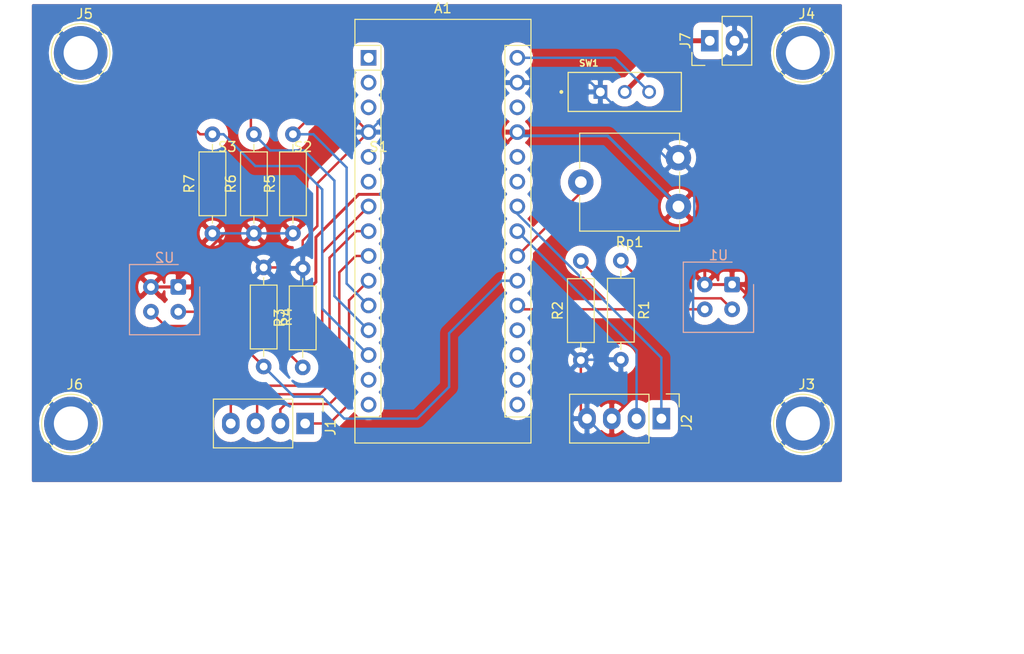
<source format=kicad_pcb>
(kicad_pcb (version 20171130) (host pcbnew "(5.1.12)-1")

  (general
    (thickness 1.6)
    (drawings 7)
    (tracks 151)
    (zones 0)
    (modules 22)
    (nets 39)
  )

  (page A4)
  (layers
    (0 F.Cu signal)
    (31 B.Cu signal)
    (32 B.Adhes user)
    (33 F.Adhes user)
    (34 B.Paste user)
    (35 F.Paste user)
    (36 B.SilkS user)
    (37 F.SilkS user)
    (38 B.Mask user)
    (39 F.Mask user)
    (40 Dwgs.User user)
    (41 Cmts.User user)
    (42 Eco1.User user)
    (43 Eco2.User user)
    (44 Edge.Cuts user)
    (45 Margin user)
    (46 B.CrtYd user)
    (47 F.CrtYd user)
    (48 B.Fab user)
    (49 F.Fab user)
  )

  (setup
    (last_trace_width 0.25)
    (user_trace_width 0.3)
    (user_trace_width 0.5)
    (trace_clearance 0.2)
    (zone_clearance 0.508)
    (zone_45_only no)
    (trace_min 0.1)
    (via_size 0.8)
    (via_drill 0.4)
    (via_min_size 0.8)
    (via_min_drill 0.3)
    (user_via 1.8 0.8)
    (uvia_size 0.3)
    (uvia_drill 0.1)
    (uvias_allowed no)
    (uvia_min_size 0.2)
    (uvia_min_drill 0.1)
    (edge_width 0.05)
    (segment_width 0.2)
    (pcb_text_width 0.3)
    (pcb_text_size 1.5 1.5)
    (mod_edge_width 0.12)
    (mod_text_size 1 1)
    (mod_text_width 0.15)
    (pad_size 1.1 1.65)
    (pad_drill 0)
    (pad_to_mask_clearance 0)
    (aux_axis_origin 0 0)
    (visible_elements 7FFFFFFF)
    (pcbplotparams
      (layerselection 0x01e00_ffffffff)
      (usegerberextensions true)
      (usegerberattributes false)
      (usegerberadvancedattributes false)
      (creategerberjobfile false)
      (excludeedgelayer true)
      (linewidth 0.100000)
      (plotframeref false)
      (viasonmask false)
      (mode 1)
      (useauxorigin false)
      (hpglpennumber 1)
      (hpglpenspeed 20)
      (hpglpendiameter 15.000000)
      (psnegative false)
      (psa4output false)
      (plotreference true)
      (plotvalue true)
      (plotinvisibletext false)
      (padsonsilk false)
      (subtractmaskfromsilk false)
      (outputformat 1)
      (mirror false)
      (drillshape 0)
      (scaleselection 1)
      (outputdirectory "C:/Users/Huy DANG/Desktop/Gerber"))
  )

  (net 0 "")
  (net 1 "Net-(A1-Pad16)")
  (net 2 "Net-(A1-Pad15)")
  (net 3 +6V)
  (net 4 "Net-(A1-Pad14)")
  (net 5 GND)
  (net 6 "Net-(A1-Pad28)")
  (net 7 /5V)
  (net 8 "Net-(A1-Pad26)")
  (net 9 "Net-(A1-Pad25)")
  (net 10 "Net-(A1-Pad22)")
  (net 11 "Net-(A1-Pad6)")
  (net 12 "Net-(A1-Pad5)")
  (net 13 "Net-(A1-Pad19)")
  (net 14 "Net-(A1-Pad3)")
  (net 15 "Net-(A1-Pad18)")
  (net 16 "Net-(A1-Pad2)")
  (net 17 "Net-(A1-Pad17)")
  (net 18 "Net-(A1-Pad1)")
  (net 19 "Net-(R1-Pad1)")
  (net 20 /A1)
  (net 21 /D7)
  (net 22 /D6)
  (net 23 /A5)
  (net 24 /D5)
  (net 25 /A4)
  (net 26 /D4)
  (net 27 "Net-(R3-Pad1)")
  (net 28 /A2)
  (net 29 /D10)
  (net 30 /D9)
  (net 31 /D8)
  (net 32 "Net-(A1-Pad30)")
  (net 33 "Net-(S1-Pad2)")
  (net 34 "Net-(S1-Pad3)")
  (net 35 "Net-(S2-Pad2)")
  (net 36 "Net-(S2-Pad3)")
  (net 37 "Net-(S3-Pad2)")
  (net 38 "Net-(S3-Pad3)")

  (net_class Default "This is the default net class."
    (clearance 0.2)
    (trace_width 0.25)
    (via_dia 0.8)
    (via_drill 0.4)
    (uvia_dia 0.3)
    (uvia_drill 0.1)
    (add_net +6V)
    (add_net /5V)
    (add_net /A1)
    (add_net /A2)
    (add_net /A4)
    (add_net /A5)
    (add_net /D10)
    (add_net /D4)
    (add_net /D5)
    (add_net /D6)
    (add_net /D7)
    (add_net /D8)
    (add_net /D9)
    (add_net GND)
    (add_net "Net-(A1-Pad1)")
    (add_net "Net-(A1-Pad14)")
    (add_net "Net-(A1-Pad15)")
    (add_net "Net-(A1-Pad16)")
    (add_net "Net-(A1-Pad17)")
    (add_net "Net-(A1-Pad18)")
    (add_net "Net-(A1-Pad19)")
    (add_net "Net-(A1-Pad2)")
    (add_net "Net-(A1-Pad22)")
    (add_net "Net-(A1-Pad25)")
    (add_net "Net-(A1-Pad26)")
    (add_net "Net-(A1-Pad28)")
    (add_net "Net-(A1-Pad3)")
    (add_net "Net-(A1-Pad30)")
    (add_net "Net-(A1-Pad5)")
    (add_net "Net-(A1-Pad6)")
    (add_net "Net-(R1-Pad1)")
    (add_net "Net-(R3-Pad1)")
    (add_net "Net-(S1-Pad2)")
    (add_net "Net-(S1-Pad3)")
    (add_net "Net-(S2-Pad2)")
    (add_net "Net-(S2-Pad3)")
    (add_net "Net-(S3-Pad2)")
    (add_net "Net-(S3-Pad3)")
  )

  (module Button_Switch_Keyboard:button_no_01x02 (layer F.Cu) (tedit 6322256F) (tstamp 6331F819)
    (at 123.75 81 180)
    (path /632A57EB)
    (fp_text reference S2 (at -4.02336 -2.63398) (layer F.SilkS)
      (effects (font (size 1 1) (thickness 0.15)))
    )
    (fp_text value Button_NO_01x02 (at -2.8321 -5.0165) (layer F.Fab)
      (effects (font (size 1 1) (thickness 0.15)))
    )
    (fp_line (start 6 9.99236) (end 6 0.69088) (layer F.CrtYd) (width 0.12))
    (fp_line (start 0 10) (end 0.02286 0.7112) (layer F.CrtYd) (width 0.12))
    (fp_line (start 0.02286 0.68326) (end 6 0.68326) (layer F.CrtYd) (width 0.12))
    (fp_line (start 6 10) (end 0 10) (layer F.CrtYd) (width 0.12))
    (pad 2 smd rect (at 1.30988 8.73636 180) (size 1.1 1.65) (layers F.Cu F.Paste F.Mask)
      (net 35 "Net-(S2-Pad2)"))
    (pad 4 smd rect (at 4.80988 8.73636 180) (size 1.1 1.65) (layers F.Cu F.Paste F.Mask)
      (net 5 GND))
    (pad 3 smd rect (at 4.80988 2.08636 180) (size 1.1 1.65) (layers F.Cu F.Paste F.Mask)
      (net 36 "Net-(S2-Pad3)"))
    (pad 1 smd rect (at 1.30988 2.08636 180) (size 1.1 1.65) (layers F.Cu F.Paste F.Mask)
      (net 30 /D9))
  )

  (module OptoDevice:Vishay_CNY70 (layer B.Cu) (tedit 5B8AF8E9) (tstamp 6331F87A)
    (at 115 98 180)
    (descr "package for Vishay CNY70 refective photo coupler/interrupter")
    (tags "Vishay CNY70 refective photo coupler")
    (path /6323152E)
    (fp_text reference U2 (at 1.4 3) (layer B.SilkS)
      (effects (font (size 1 1) (thickness 0.15)) (justify mirror))
    )
    (fp_text value CNY70 (at 1.4 -5.8) (layer B.Fab)
      (effects (font (size 1 1) (thickness 0.15)) (justify mirror))
    )
    (fp_line (start 5.15 -5.05) (end -2.35 -5.05) (layer B.CrtYd) (width 0.05))
    (fp_line (start 5.15 -5.05) (end 5.15 2.45) (layer B.CrtYd) (width 0.05))
    (fp_line (start -2.35 2.45) (end -2.35 -5.05) (layer B.CrtYd) (width 0.05))
    (fp_line (start -2.35 2.45) (end 5.15 2.45) (layer B.CrtYd) (width 0.05))
    (fp_line (start -1.1 2.2) (end 4.9 2.2) (layer B.Fab) (width 0.1))
    (fp_line (start 4.9 2.2) (end 4.9 -4.8) (layer B.Fab) (width 0.1))
    (fp_line (start 4.9 -4.8) (end -2.1 -4.8) (layer B.Fab) (width 0.1))
    (fp_line (start -2.1 -4.8) (end -2.1 1.2) (layer B.Fab) (width 0.1))
    (fp_line (start -2.1 1.2) (end -1.1 2.2) (layer B.Fab) (width 0.1))
    (fp_line (start 1.2 2.2) (end 1.2 1.9) (layer B.Fab) (width 0.1))
    (fp_line (start 1.2 1.9) (end 1.6 1.9) (layer B.Fab) (width 0.1))
    (fp_line (start 1.6 1.9) (end 1.6 2.2) (layer B.Fab) (width 0.1))
    (fp_line (start 1.6 -4.8) (end 1.6 -4.5) (layer B.Fab) (width 0.1))
    (fp_line (start 1.6 -4.5) (end 1.2 -4.5) (layer B.Fab) (width 0.1))
    (fp_line (start 1.2 -4.5) (end 1.2 -4.8) (layer B.Fab) (width 0.1))
    (fp_line (start 3.9 -3.9) (end 3.9 1.2) (layer B.Fab) (width 0.1))
    (fp_line (start 3.9 1.2) (end -1.1 1.2) (layer B.Fab) (width 0.1))
    (fp_line (start -1.1 1.2) (end -1.1 -3.9) (layer B.Fab) (width 0.1))
    (fp_line (start -1.1 -3.9) (end 3.9 -3.9) (layer B.Fab) (width 0.1))
    (fp_line (start 5 2.3) (end 0 2.3) (layer B.SilkS) (width 0.12))
    (fp_line (start -2.2 0) (end -2.2 -4.9) (layer B.SilkS) (width 0.12))
    (fp_line (start -2.2 -4.9) (end 5 -4.9) (layer B.SilkS) (width 0.12))
    (fp_line (start 5 -4.9) (end 5 2.3) (layer B.SilkS) (width 0.12))
    (fp_text user %R (at 1.5 -1.4) (layer B.Fab)
      (effects (font (size 1 1) (thickness 0.15)) (justify mirror))
    )
    (pad 1 thru_hole roundrect (at 0 0 180) (size 1.6 1.6) (drill 0.8) (layers *.Cu *.Mask) (roundrect_rratio 0.156)
      (net 7 /5V))
    (pad 2 thru_hole circle (at 0 -2.54 180) (size 1.6 1.6) (drill 0.8) (layers *.Cu *.Mask)
      (net 27 "Net-(R3-Pad1)"))
    (pad 3 thru_hole circle (at 2.8 -2.54 180) (size 1.6 1.6) (drill 0.8) (layers *.Cu *.Mask)
      (net 28 /A2))
    (pad 4 thru_hole circle (at 2.8 0 180) (size 1.6 1.6) (drill 0.8) (layers *.Cu *.Mask)
      (net 7 /5V))
    (model ${KISYS3DMOD}/OptoDevice.3dshapes/Vishay_CNY70.wrl
      (at (xyz 0 0 0))
      (scale (xyz 1 1 1))
      (rotate (xyz 0 0 0))
    )
  )

  (module OptoDevice:Vishay_CNY70 (layer B.Cu) (tedit 5B8AF8E9) (tstamp 6331F85A)
    (at 171.75 97.75 180)
    (descr "package for Vishay CNY70 refective photo coupler/interrupter")
    (tags "Vishay CNY70 refective photo coupler")
    (path /63218BB2)
    (fp_text reference U1 (at 1.4 3) (layer B.SilkS)
      (effects (font (size 1 1) (thickness 0.15)) (justify mirror))
    )
    (fp_text value CNY70 (at 1.4 -5.8) (layer B.Fab)
      (effects (font (size 1 1) (thickness 0.15)) (justify mirror))
    )
    (fp_line (start 5.15 -5.05) (end -2.35 -5.05) (layer B.CrtYd) (width 0.05))
    (fp_line (start 5.15 -5.05) (end 5.15 2.45) (layer B.CrtYd) (width 0.05))
    (fp_line (start -2.35 2.45) (end -2.35 -5.05) (layer B.CrtYd) (width 0.05))
    (fp_line (start -2.35 2.45) (end 5.15 2.45) (layer B.CrtYd) (width 0.05))
    (fp_line (start -1.1 2.2) (end 4.9 2.2) (layer B.Fab) (width 0.1))
    (fp_line (start 4.9 2.2) (end 4.9 -4.8) (layer B.Fab) (width 0.1))
    (fp_line (start 4.9 -4.8) (end -2.1 -4.8) (layer B.Fab) (width 0.1))
    (fp_line (start -2.1 -4.8) (end -2.1 1.2) (layer B.Fab) (width 0.1))
    (fp_line (start -2.1 1.2) (end -1.1 2.2) (layer B.Fab) (width 0.1))
    (fp_line (start 1.2 2.2) (end 1.2 1.9) (layer B.Fab) (width 0.1))
    (fp_line (start 1.2 1.9) (end 1.6 1.9) (layer B.Fab) (width 0.1))
    (fp_line (start 1.6 1.9) (end 1.6 2.2) (layer B.Fab) (width 0.1))
    (fp_line (start 1.6 -4.8) (end 1.6 -4.5) (layer B.Fab) (width 0.1))
    (fp_line (start 1.6 -4.5) (end 1.2 -4.5) (layer B.Fab) (width 0.1))
    (fp_line (start 1.2 -4.5) (end 1.2 -4.8) (layer B.Fab) (width 0.1))
    (fp_line (start 3.9 -3.9) (end 3.9 1.2) (layer B.Fab) (width 0.1))
    (fp_line (start 3.9 1.2) (end -1.1 1.2) (layer B.Fab) (width 0.1))
    (fp_line (start -1.1 1.2) (end -1.1 -3.9) (layer B.Fab) (width 0.1))
    (fp_line (start -1.1 -3.9) (end 3.9 -3.9) (layer B.Fab) (width 0.1))
    (fp_line (start 5 2.3) (end 0 2.3) (layer B.SilkS) (width 0.12))
    (fp_line (start -2.2 0) (end -2.2 -4.9) (layer B.SilkS) (width 0.12))
    (fp_line (start -2.2 -4.9) (end 5 -4.9) (layer B.SilkS) (width 0.12))
    (fp_line (start 5 -4.9) (end 5 2.3) (layer B.SilkS) (width 0.12))
    (fp_text user %R (at 1.5 -1.4) (layer B.Fab)
      (effects (font (size 1 1) (thickness 0.15)) (justify mirror))
    )
    (pad 1 thru_hole roundrect (at 0 0 180) (size 1.6 1.6) (drill 0.8) (layers *.Cu *.Mask) (roundrect_rratio 0.156)
      (net 7 /5V))
    (pad 2 thru_hole circle (at 0 -2.54 180) (size 1.6 1.6) (drill 0.8) (layers *.Cu *.Mask)
      (net 19 "Net-(R1-Pad1)"))
    (pad 3 thru_hole circle (at 2.8 -2.54 180) (size 1.6 1.6) (drill 0.8) (layers *.Cu *.Mask)
      (net 20 /A1))
    (pad 4 thru_hole circle (at 2.8 0 180) (size 1.6 1.6) (drill 0.8) (layers *.Cu *.Mask)
      (net 7 /5V))
    (model ${KISYS3DMOD}/OptoDevice.3dshapes/Vishay_CNY70.wrl
      (at (xyz 0 0 0))
      (scale (xyz 1 1 1))
      (rotate (xyz 0 0 0))
    )
  )

  (module "SW DPDT:SW_MINI-SPDT-SW" (layer F.Cu) (tedit 6328BD03) (tstamp 6331F83A)
    (at 160.75 78)
    (path /6328F75E)
    (fp_text reference SW1 (at -3.683 -2.9464) (layer F.SilkS)
      (effects (font (size 0.64 0.64) (thickness 0.15)))
    )
    (fp_text value SW_DPDT_x2 (at 0.381 2.9464) (layer F.Fab)
      (effects (font (size 0.64 0.64) (thickness 0.15)))
    )
    (fp_line (start 6.05 -2.25) (end -6.05 -2.25) (layer F.CrtYd) (width 0.05))
    (fp_line (start 6.05 2.25) (end 6.05 -2.25) (layer F.CrtYd) (width 0.05))
    (fp_line (start -6.05 2.25) (end 6.05 2.25) (layer F.CrtYd) (width 0.05))
    (fp_line (start -6.05 -2.25) (end -6.05 2.25) (layer F.CrtYd) (width 0.05))
    (fp_line (start 5.8 -2) (end -5.8 -2) (layer F.SilkS) (width 0.127))
    (fp_line (start 5.8 2) (end 5.8 -2) (layer F.SilkS) (width 0.127))
    (fp_line (start -5.8 2) (end 5.8 2) (layer F.SilkS) (width 0.127))
    (fp_line (start -5.8 -2) (end -5.8 2) (layer F.SilkS) (width 0.127))
    (fp_line (start 5.8 -2) (end -5.8 -2) (layer F.Fab) (width 0.127))
    (fp_line (start 5.8 2) (end 5.8 -2) (layer F.Fab) (width 0.127))
    (fp_line (start -5.8 2) (end 5.8 2) (layer F.Fab) (width 0.127))
    (fp_line (start -5.8 -2) (end -5.8 2) (layer F.Fab) (width 0.127))
    (fp_circle (center -6.5 0) (end -6.4 0) (layer F.Fab) (width 0.2))
    (fp_circle (center -6.5 0) (end -6.4 0) (layer F.SilkS) (width 0.2))
    (pad 3 thru_hole circle (at 2.5 0) (size 1.408 1.408) (drill 0.9) (layers *.Cu *.Mask)
      (net 32 "Net-(A1-Pad30)"))
    (pad 1 thru_hole rect (at -2.5 0) (size 1.408 1.408) (drill 0.9) (layers *.Cu *.Mask)
      (net 5 GND))
    (pad 2 thru_hole circle (at 0 0) (size 1.408 1.408) (drill 0.9) (layers *.Cu *.Mask)
      (net 3 +6V))
  )

  (module Button_Switch_Keyboard:button_no_01x02 (layer F.Cu) (tedit 6322256F) (tstamp 6331F825)
    (at 116 81 180)
    (path /632A8234)
    (fp_text reference S3 (at -4.02336 -2.63398) (layer F.SilkS)
      (effects (font (size 1 1) (thickness 0.15)))
    )
    (fp_text value Button_NO_01x02 (at -2.8321 -5.0165) (layer F.Fab)
      (effects (font (size 1 1) (thickness 0.15)))
    )
    (fp_line (start 6 9.99236) (end 6 0.69088) (layer F.CrtYd) (width 0.12))
    (fp_line (start 0 10) (end 0.02286 0.7112) (layer F.CrtYd) (width 0.12))
    (fp_line (start 0.02286 0.68326) (end 6 0.68326) (layer F.CrtYd) (width 0.12))
    (fp_line (start 6 10) (end 0 10) (layer F.CrtYd) (width 0.12))
    (pad 2 smd rect (at 1.30988 8.73636 180) (size 1.1 1.65) (layers F.Cu F.Paste F.Mask)
      (net 37 "Net-(S3-Pad2)"))
    (pad 4 smd rect (at 4.80988 8.73636 180) (size 1.1 1.65) (layers F.Cu F.Paste F.Mask)
      (net 5 GND))
    (pad 3 smd rect (at 4.80988 2.08636 180) (size 1.1 1.65) (layers F.Cu F.Paste F.Mask)
      (net 38 "Net-(S3-Pad3)"))
    (pad 1 smd rect (at 1.30988 2.08636 180) (size 1.1 1.65) (layers F.Cu F.Paste F.Mask)
      (net 29 /D10))
  )

  (module Button_Switch_Keyboard:button_no_01x02 (layer F.Cu) (tedit 6322256F) (tstamp 6331F80D)
    (at 131.5 81 180)
    (path /63242F09)
    (fp_text reference S1 (at -4.02336 -2.63398) (layer F.SilkS)
      (effects (font (size 1 1) (thickness 0.15)))
    )
    (fp_text value Button_NO_01x02 (at -2.8321 -5.0165) (layer F.Fab)
      (effects (font (size 1 1) (thickness 0.15)))
    )
    (fp_line (start 6 9.99236) (end 6 0.69088) (layer F.CrtYd) (width 0.12))
    (fp_line (start 0 10) (end 0.02286 0.7112) (layer F.CrtYd) (width 0.12))
    (fp_line (start 0.02286 0.68326) (end 6 0.68326) (layer F.CrtYd) (width 0.12))
    (fp_line (start 6 10) (end 0 10) (layer F.CrtYd) (width 0.12))
    (pad 2 smd rect (at 1.30988 8.73636 180) (size 1.1 1.65) (layers F.Cu F.Paste F.Mask)
      (net 33 "Net-(S1-Pad2)"))
    (pad 4 smd rect (at 4.80988 8.73636 180) (size 1.1 1.65) (layers F.Cu F.Paste F.Mask)
      (net 5 GND))
    (pad 3 smd rect (at 4.80988 2.08636 180) (size 1.1 1.65) (layers F.Cu F.Paste F.Mask)
      (net 34 "Net-(S1-Pad3)"))
    (pad 1 smd rect (at 1.30988 2.08636 180) (size 1.1 1.65) (layers F.Cu F.Paste F.Mask)
      (net 31 /D8))
  )

  (module FootprintGamelGe2:Potentiometer_ACP_CA9-V10_Vertical (layer F.Cu) (tedit 5D5EAADE) (tstamp 6331F801)
    (at 166.25 84.75 180)
    (descr "Potentiometer, vertical, ACP CA9-V10, http://www.acptechnologies.com/wp-content/uploads/2017/05/02-ACP-CA9-CE9.pdf")
    (tags "Potentiometer vertical ACP CA9-V10")
    (path /632300B5)
    (fp_text reference Rp1 (at 5 -8.65) (layer F.SilkS)
      (effects (font (size 1 1) (thickness 0.15)))
    )
    (fp_text value Rpot (at 5 3.65) (layer F.Fab)
      (effects (font (size 1 1) (thickness 0.15)))
    )
    (fp_circle (center 5 -2.5) (end 6.05 -2.5) (layer F.Fab) (width 0.1))
    (fp_line (start 0 -7.4) (end 0 2.4) (layer F.Fab) (width 0.1))
    (fp_line (start 0 2.4) (end 10 2.4) (layer F.Fab) (width 0.1))
    (fp_line (start 10 2.4) (end 10 -7.4) (layer F.Fab) (width 0.1))
    (fp_line (start 10 -7.4) (end 0 -7.4) (layer F.Fab) (width 0.1))
    (fp_line (start -0.12 -7.521) (end 10.12 -7.521) (layer F.SilkS) (width 0.12))
    (fp_line (start -0.12 2.52) (end 10.12 2.52) (layer F.SilkS) (width 0.12))
    (fp_line (start -0.12 -7.521) (end -0.12 -6.426) (layer F.SilkS) (width 0.12))
    (fp_line (start -0.12 -3.574) (end -0.12 -1.425) (layer F.SilkS) (width 0.12))
    (fp_line (start -0.12 1.425) (end -0.12 2.52) (layer F.SilkS) (width 0.12))
    (fp_line (start 10.12 -7.521) (end 10.12 -3.925) (layer F.SilkS) (width 0.12))
    (fp_line (start 10.12 -1.075) (end 10.12 2.52) (layer F.SilkS) (width 0.12))
    (fp_line (start -1.45 -7.65) (end -1.45 2.7) (layer F.CrtYd) (width 0.05))
    (fp_line (start -1.45 2.7) (end 11.45 2.7) (layer F.CrtYd) (width 0.05))
    (fp_line (start 11.45 2.7) (end 11.45 -7.65) (layer F.CrtYd) (width 0.05))
    (fp_line (start 11.45 -7.65) (end -1.45 -7.65) (layer F.CrtYd) (width 0.05))
    (fp_text user %R (at 1 -2.5 90) (layer F.Fab)
      (effects (font (size 1 1) (thickness 0.15)))
    )
    (pad 3 thru_hole circle (at 0 -5 180) (size 2.6 2.6) (drill 1.2) (layers *.Cu *.Mask)
      (net 7 /5V))
    (pad 2 thru_hole circle (at 10 -2.5 180) (size 2.6 2.6) (drill 1.2) (layers *.Cu *.Mask)
      (net 10 "Net-(A1-Pad22)"))
    (pad 1 thru_hole circle (at 0 0 180) (size 2.6 2.6) (drill 1.2) (layers *.Cu *.Mask)
      (net 5 GND))
    (model ${KIPRJMOD}/LibGamelGe2/3D/Potentiometer_Vertical.STEP
      (offset (xyz 5.2 2.5 6.3))
      (scale (xyz 1 1 1))
      (rotate (xyz 180 0 -90))
    )
  )

  (module FootprintGamelGe2:R_Axial_DIN0207_L6.3mm_D2.5mm_P10.16mm_Horizontal (layer F.Cu) (tedit 5D7E792C) (tstamp 6331F7E9)
    (at 118.5 92.5 90)
    (descr "Resistor, Axial_DIN0207 series, Axial, Horizontal, pin pitch=10.16mm, 0.25W = 1/4W, length*diameter=6.3*2.5mm^2, http://cdn-reichelt.de/documents/datenblatt/B400/1_4W%23YAG.pdf")
    (tags "Resistor Axial_DIN0207 series Axial Horizontal pin pitch 10.16mm 0.25W = 1/4W length 6.3mm diameter 2.5mm")
    (path /632A823D)
    (fp_text reference R7 (at 5.08 -2.37 90) (layer F.SilkS)
      (effects (font (size 1 1) (thickness 0.15)))
    )
    (fp_text value 10k (at 5.08 2.37 90) (layer F.Fab)
      (effects (font (size 1 1) (thickness 0.15)))
    )
    (fp_line (start 1.93 -1.25) (end 1.93 1.25) (layer F.Fab) (width 0.1))
    (fp_line (start 1.93 1.25) (end 8.23 1.25) (layer F.Fab) (width 0.1))
    (fp_line (start 8.23 1.25) (end 8.23 -1.25) (layer F.Fab) (width 0.1))
    (fp_line (start 8.23 -1.25) (end 1.93 -1.25) (layer F.Fab) (width 0.1))
    (fp_line (start 0 0) (end 1.93 0) (layer F.Fab) (width 0.1))
    (fp_line (start 10.16 0) (end 8.23 0) (layer F.Fab) (width 0.1))
    (fp_line (start 1.81 -1.37) (end 1.81 1.37) (layer F.SilkS) (width 0.12))
    (fp_line (start 1.81 1.37) (end 8.35 1.37) (layer F.SilkS) (width 0.12))
    (fp_line (start 8.35 1.37) (end 8.35 -1.37) (layer F.SilkS) (width 0.12))
    (fp_line (start 8.35 -1.37) (end 1.81 -1.37) (layer F.SilkS) (width 0.12))
    (fp_line (start 1.04 0) (end 1.81 0) (layer F.SilkS) (width 0.12))
    (fp_line (start 9.12 0) (end 8.35 0) (layer F.SilkS) (width 0.12))
    (fp_line (start -1.05 -1.5) (end -1.05 1.5) (layer F.CrtYd) (width 0.05))
    (fp_line (start -1.05 1.5) (end 11.21 1.5) (layer F.CrtYd) (width 0.05))
    (fp_line (start 11.21 1.5) (end 11.21 -1.5) (layer F.CrtYd) (width 0.05))
    (fp_line (start 11.21 -1.5) (end -1.05 -1.5) (layer F.CrtYd) (width 0.05))
    (fp_text user %R (at 5.08 0 90) (layer F.Fab)
      (effects (font (size 1 1) (thickness 0.15)))
    )
    (pad 1 thru_hole circle (at 0 0 90) (size 1.6 1.6) (drill 0.8) (layers *.Cu *.Mask)
      (net 7 /5V))
    (pad 2 thru_hole oval (at 10.16 0 90) (size 1.6 1.6) (drill 0.8) (layers *.Cu *.Mask)
      (net 29 /D10))
    (model ${KIPRJMOD}/LibGamelGe2/3D/R_Axial_L6.3mm_D2.5mm_P10.16mm_Horizontal.STEP
      (offset (xyz 2 0 1.25))
      (scale (xyz 1 1 1))
      (rotate (xyz -90 0 0))
    )
  )

  (module FootprintGamelGe2:R_Axial_DIN0207_L6.3mm_D2.5mm_P10.16mm_Horizontal (layer F.Cu) (tedit 5D7E792C) (tstamp 6331F7D2)
    (at 122.75 92.5 90)
    (descr "Resistor, Axial_DIN0207 series, Axial, Horizontal, pin pitch=10.16mm, 0.25W = 1/4W, length*diameter=6.3*2.5mm^2, http://cdn-reichelt.de/documents/datenblatt/B400/1_4W%23YAG.pdf")
    (tags "Resistor Axial_DIN0207 series Axial Horizontal pin pitch 10.16mm 0.25W = 1/4W length 6.3mm diameter 2.5mm")
    (path /632A57F4)
    (fp_text reference R6 (at 5.08 -2.37 90) (layer F.SilkS)
      (effects (font (size 1 1) (thickness 0.15)))
    )
    (fp_text value 10k (at 5.08 2.37 90) (layer F.Fab)
      (effects (font (size 1 1) (thickness 0.15)))
    )
    (fp_line (start 1.93 -1.25) (end 1.93 1.25) (layer F.Fab) (width 0.1))
    (fp_line (start 1.93 1.25) (end 8.23 1.25) (layer F.Fab) (width 0.1))
    (fp_line (start 8.23 1.25) (end 8.23 -1.25) (layer F.Fab) (width 0.1))
    (fp_line (start 8.23 -1.25) (end 1.93 -1.25) (layer F.Fab) (width 0.1))
    (fp_line (start 0 0) (end 1.93 0) (layer F.Fab) (width 0.1))
    (fp_line (start 10.16 0) (end 8.23 0) (layer F.Fab) (width 0.1))
    (fp_line (start 1.81 -1.37) (end 1.81 1.37) (layer F.SilkS) (width 0.12))
    (fp_line (start 1.81 1.37) (end 8.35 1.37) (layer F.SilkS) (width 0.12))
    (fp_line (start 8.35 1.37) (end 8.35 -1.37) (layer F.SilkS) (width 0.12))
    (fp_line (start 8.35 -1.37) (end 1.81 -1.37) (layer F.SilkS) (width 0.12))
    (fp_line (start 1.04 0) (end 1.81 0) (layer F.SilkS) (width 0.12))
    (fp_line (start 9.12 0) (end 8.35 0) (layer F.SilkS) (width 0.12))
    (fp_line (start -1.05 -1.5) (end -1.05 1.5) (layer F.CrtYd) (width 0.05))
    (fp_line (start -1.05 1.5) (end 11.21 1.5) (layer F.CrtYd) (width 0.05))
    (fp_line (start 11.21 1.5) (end 11.21 -1.5) (layer F.CrtYd) (width 0.05))
    (fp_line (start 11.21 -1.5) (end -1.05 -1.5) (layer F.CrtYd) (width 0.05))
    (fp_text user %R (at 5.08 0 90) (layer F.Fab)
      (effects (font (size 1 1) (thickness 0.15)))
    )
    (pad 1 thru_hole circle (at 0 0 90) (size 1.6 1.6) (drill 0.8) (layers *.Cu *.Mask)
      (net 7 /5V))
    (pad 2 thru_hole oval (at 10.16 0 90) (size 1.6 1.6) (drill 0.8) (layers *.Cu *.Mask)
      (net 30 /D9))
    (model ${KIPRJMOD}/LibGamelGe2/3D/R_Axial_L6.3mm_D2.5mm_P10.16mm_Horizontal.STEP
      (offset (xyz 2 0 1.25))
      (scale (xyz 1 1 1))
      (rotate (xyz -90 0 0))
    )
  )

  (module FootprintGamelGe2:R_Axial_DIN0207_L6.3mm_D2.5mm_P10.16mm_Horizontal (layer F.Cu) (tedit 5D7E792C) (tstamp 6331F7BB)
    (at 126.75 92.5 90)
    (descr "Resistor, Axial_DIN0207 series, Axial, Horizontal, pin pitch=10.16mm, 0.25W = 1/4W, length*diameter=6.3*2.5mm^2, http://cdn-reichelt.de/documents/datenblatt/B400/1_4W%23YAG.pdf")
    (tags "Resistor Axial_DIN0207 series Axial Horizontal pin pitch 10.16mm 0.25W = 1/4W length 6.3mm diameter 2.5mm")
    (path /632997A8)
    (fp_text reference R5 (at 5.08 -2.37 90) (layer F.SilkS)
      (effects (font (size 1 1) (thickness 0.15)))
    )
    (fp_text value 10k (at 5.08 2.37 90) (layer F.Fab)
      (effects (font (size 1 1) (thickness 0.15)))
    )
    (fp_line (start 1.93 -1.25) (end 1.93 1.25) (layer F.Fab) (width 0.1))
    (fp_line (start 1.93 1.25) (end 8.23 1.25) (layer F.Fab) (width 0.1))
    (fp_line (start 8.23 1.25) (end 8.23 -1.25) (layer F.Fab) (width 0.1))
    (fp_line (start 8.23 -1.25) (end 1.93 -1.25) (layer F.Fab) (width 0.1))
    (fp_line (start 0 0) (end 1.93 0) (layer F.Fab) (width 0.1))
    (fp_line (start 10.16 0) (end 8.23 0) (layer F.Fab) (width 0.1))
    (fp_line (start 1.81 -1.37) (end 1.81 1.37) (layer F.SilkS) (width 0.12))
    (fp_line (start 1.81 1.37) (end 8.35 1.37) (layer F.SilkS) (width 0.12))
    (fp_line (start 8.35 1.37) (end 8.35 -1.37) (layer F.SilkS) (width 0.12))
    (fp_line (start 8.35 -1.37) (end 1.81 -1.37) (layer F.SilkS) (width 0.12))
    (fp_line (start 1.04 0) (end 1.81 0) (layer F.SilkS) (width 0.12))
    (fp_line (start 9.12 0) (end 8.35 0) (layer F.SilkS) (width 0.12))
    (fp_line (start -1.05 -1.5) (end -1.05 1.5) (layer F.CrtYd) (width 0.05))
    (fp_line (start -1.05 1.5) (end 11.21 1.5) (layer F.CrtYd) (width 0.05))
    (fp_line (start 11.21 1.5) (end 11.21 -1.5) (layer F.CrtYd) (width 0.05))
    (fp_line (start 11.21 -1.5) (end -1.05 -1.5) (layer F.CrtYd) (width 0.05))
    (fp_text user %R (at 5.08 0 90) (layer F.Fab)
      (effects (font (size 1 1) (thickness 0.15)))
    )
    (pad 1 thru_hole circle (at 0 0 90) (size 1.6 1.6) (drill 0.8) (layers *.Cu *.Mask)
      (net 7 /5V))
    (pad 2 thru_hole oval (at 10.16 0 90) (size 1.6 1.6) (drill 0.8) (layers *.Cu *.Mask)
      (net 31 /D8))
    (model ${KIPRJMOD}/LibGamelGe2/3D/R_Axial_L6.3mm_D2.5mm_P10.16mm_Horizontal.STEP
      (offset (xyz 2 0 1.25))
      (scale (xyz 1 1 1))
      (rotate (xyz -90 0 0))
    )
  )

  (module FootprintGamelGe2:R_Axial_DIN0207_L6.3mm_D2.5mm_P10.16mm_Horizontal (layer F.Cu) (tedit 5D7E792C) (tstamp 6331F7A4)
    (at 123.75 96 270)
    (descr "Resistor, Axial_DIN0207 series, Axial, Horizontal, pin pitch=10.16mm, 0.25W = 1/4W, length*diameter=6.3*2.5mm^2, http://cdn-reichelt.de/documents/datenblatt/B400/1_4W%23YAG.pdf")
    (tags "Resistor Axial_DIN0207 series Axial Horizontal pin pitch 10.16mm 0.25W = 1/4W length 6.3mm diameter 2.5mm")
    (path /63231528)
    (fp_text reference R4 (at 5.08 -2.37 90) (layer F.SilkS)
      (effects (font (size 1 1) (thickness 0.15)))
    )
    (fp_text value 15k (at 5.08 2.37 90) (layer F.Fab)
      (effects (font (size 1 1) (thickness 0.15)))
    )
    (fp_line (start 1.93 -1.25) (end 1.93 1.25) (layer F.Fab) (width 0.1))
    (fp_line (start 1.93 1.25) (end 8.23 1.25) (layer F.Fab) (width 0.1))
    (fp_line (start 8.23 1.25) (end 8.23 -1.25) (layer F.Fab) (width 0.1))
    (fp_line (start 8.23 -1.25) (end 1.93 -1.25) (layer F.Fab) (width 0.1))
    (fp_line (start 0 0) (end 1.93 0) (layer F.Fab) (width 0.1))
    (fp_line (start 10.16 0) (end 8.23 0) (layer F.Fab) (width 0.1))
    (fp_line (start 1.81 -1.37) (end 1.81 1.37) (layer F.SilkS) (width 0.12))
    (fp_line (start 1.81 1.37) (end 8.35 1.37) (layer F.SilkS) (width 0.12))
    (fp_line (start 8.35 1.37) (end 8.35 -1.37) (layer F.SilkS) (width 0.12))
    (fp_line (start 8.35 -1.37) (end 1.81 -1.37) (layer F.SilkS) (width 0.12))
    (fp_line (start 1.04 0) (end 1.81 0) (layer F.SilkS) (width 0.12))
    (fp_line (start 9.12 0) (end 8.35 0) (layer F.SilkS) (width 0.12))
    (fp_line (start -1.05 -1.5) (end -1.05 1.5) (layer F.CrtYd) (width 0.05))
    (fp_line (start -1.05 1.5) (end 11.21 1.5) (layer F.CrtYd) (width 0.05))
    (fp_line (start 11.21 1.5) (end 11.21 -1.5) (layer F.CrtYd) (width 0.05))
    (fp_line (start 11.21 -1.5) (end -1.05 -1.5) (layer F.CrtYd) (width 0.05))
    (fp_text user %R (at 5.08 0 90) (layer F.Fab)
      (effects (font (size 1 1) (thickness 0.15)))
    )
    (pad 1 thru_hole circle (at 0 0 270) (size 1.6 1.6) (drill 0.8) (layers *.Cu *.Mask)
      (net 5 GND))
    (pad 2 thru_hole oval (at 10.16 0 270) (size 1.6 1.6) (drill 0.8) (layers *.Cu *.Mask)
      (net 28 /A2))
    (model ${KIPRJMOD}/LibGamelGe2/3D/R_Axial_L6.3mm_D2.5mm_P10.16mm_Horizontal.STEP
      (offset (xyz 2 0 1.25))
      (scale (xyz 1 1 1))
      (rotate (xyz -90 0 0))
    )
  )

  (module FootprintGamelGe2:R_Axial_DIN0207_L6.3mm_D2.5mm_P10.16mm_Horizontal (layer F.Cu) (tedit 5D7E792C) (tstamp 6331F78D)
    (at 127.75 106.25 90)
    (descr "Resistor, Axial_DIN0207 series, Axial, Horizontal, pin pitch=10.16mm, 0.25W = 1/4W, length*diameter=6.3*2.5mm^2, http://cdn-reichelt.de/documents/datenblatt/B400/1_4W%23YAG.pdf")
    (tags "Resistor Axial_DIN0207 series Axial Horizontal pin pitch 10.16mm 0.25W = 1/4W length 6.3mm diameter 2.5mm")
    (path /63231522)
    (fp_text reference R3 (at 5.08 -2.37 90) (layer F.SilkS)
      (effects (font (size 1 1) (thickness 0.15)))
    )
    (fp_text value 180 (at 5.08 2.37 90) (layer F.Fab)
      (effects (font (size 1 1) (thickness 0.15)))
    )
    (fp_line (start 1.93 -1.25) (end 1.93 1.25) (layer F.Fab) (width 0.1))
    (fp_line (start 1.93 1.25) (end 8.23 1.25) (layer F.Fab) (width 0.1))
    (fp_line (start 8.23 1.25) (end 8.23 -1.25) (layer F.Fab) (width 0.1))
    (fp_line (start 8.23 -1.25) (end 1.93 -1.25) (layer F.Fab) (width 0.1))
    (fp_line (start 0 0) (end 1.93 0) (layer F.Fab) (width 0.1))
    (fp_line (start 10.16 0) (end 8.23 0) (layer F.Fab) (width 0.1))
    (fp_line (start 1.81 -1.37) (end 1.81 1.37) (layer F.SilkS) (width 0.12))
    (fp_line (start 1.81 1.37) (end 8.35 1.37) (layer F.SilkS) (width 0.12))
    (fp_line (start 8.35 1.37) (end 8.35 -1.37) (layer F.SilkS) (width 0.12))
    (fp_line (start 8.35 -1.37) (end 1.81 -1.37) (layer F.SilkS) (width 0.12))
    (fp_line (start 1.04 0) (end 1.81 0) (layer F.SilkS) (width 0.12))
    (fp_line (start 9.12 0) (end 8.35 0) (layer F.SilkS) (width 0.12))
    (fp_line (start -1.05 -1.5) (end -1.05 1.5) (layer F.CrtYd) (width 0.05))
    (fp_line (start -1.05 1.5) (end 11.21 1.5) (layer F.CrtYd) (width 0.05))
    (fp_line (start 11.21 1.5) (end 11.21 -1.5) (layer F.CrtYd) (width 0.05))
    (fp_line (start 11.21 -1.5) (end -1.05 -1.5) (layer F.CrtYd) (width 0.05))
    (fp_text user %R (at 5.08 0 90) (layer F.Fab)
      (effects (font (size 1 1) (thickness 0.15)))
    )
    (pad 1 thru_hole circle (at 0 0 90) (size 1.6 1.6) (drill 0.8) (layers *.Cu *.Mask)
      (net 27 "Net-(R3-Pad1)"))
    (pad 2 thru_hole oval (at 10.16 0 90) (size 1.6 1.6) (drill 0.8) (layers *.Cu *.Mask)
      (net 5 GND))
    (model ${KIPRJMOD}/LibGamelGe2/3D/R_Axial_L6.3mm_D2.5mm_P10.16mm_Horizontal.STEP
      (offset (xyz 2 0 1.25))
      (scale (xyz 1 1 1))
      (rotate (xyz -90 0 0))
    )
  )

  (module FootprintGamelGe2:R_Axial_DIN0207_L6.3mm_D2.5mm_P10.16mm_Horizontal (layer F.Cu) (tedit 5D7E792C) (tstamp 6331F776)
    (at 156.25 105.5 90)
    (descr "Resistor, Axial_DIN0207 series, Axial, Horizontal, pin pitch=10.16mm, 0.25W = 1/4W, length*diameter=6.3*2.5mm^2, http://cdn-reichelt.de/documents/datenblatt/B400/1_4W%23YAG.pdf")
    (tags "Resistor Axial_DIN0207 series Axial Horizontal pin pitch 10.16mm 0.25W = 1/4W length 6.3mm diameter 2.5mm")
    (path /6321D40C)
    (fp_text reference R2 (at 5.08 -2.37 90) (layer F.SilkS)
      (effects (font (size 1 1) (thickness 0.15)))
    )
    (fp_text value 15k (at 5.08 2.37 90) (layer F.Fab)
      (effects (font (size 1 1) (thickness 0.15)))
    )
    (fp_line (start 1.93 -1.25) (end 1.93 1.25) (layer F.Fab) (width 0.1))
    (fp_line (start 1.93 1.25) (end 8.23 1.25) (layer F.Fab) (width 0.1))
    (fp_line (start 8.23 1.25) (end 8.23 -1.25) (layer F.Fab) (width 0.1))
    (fp_line (start 8.23 -1.25) (end 1.93 -1.25) (layer F.Fab) (width 0.1))
    (fp_line (start 0 0) (end 1.93 0) (layer F.Fab) (width 0.1))
    (fp_line (start 10.16 0) (end 8.23 0) (layer F.Fab) (width 0.1))
    (fp_line (start 1.81 -1.37) (end 1.81 1.37) (layer F.SilkS) (width 0.12))
    (fp_line (start 1.81 1.37) (end 8.35 1.37) (layer F.SilkS) (width 0.12))
    (fp_line (start 8.35 1.37) (end 8.35 -1.37) (layer F.SilkS) (width 0.12))
    (fp_line (start 8.35 -1.37) (end 1.81 -1.37) (layer F.SilkS) (width 0.12))
    (fp_line (start 1.04 0) (end 1.81 0) (layer F.SilkS) (width 0.12))
    (fp_line (start 9.12 0) (end 8.35 0) (layer F.SilkS) (width 0.12))
    (fp_line (start -1.05 -1.5) (end -1.05 1.5) (layer F.CrtYd) (width 0.05))
    (fp_line (start -1.05 1.5) (end 11.21 1.5) (layer F.CrtYd) (width 0.05))
    (fp_line (start 11.21 1.5) (end 11.21 -1.5) (layer F.CrtYd) (width 0.05))
    (fp_line (start 11.21 -1.5) (end -1.05 -1.5) (layer F.CrtYd) (width 0.05))
    (fp_text user %R (at 5.08 0 90) (layer F.Fab)
      (effects (font (size 1 1) (thickness 0.15)))
    )
    (pad 1 thru_hole circle (at 0 0 90) (size 1.6 1.6) (drill 0.8) (layers *.Cu *.Mask)
      (net 5 GND))
    (pad 2 thru_hole oval (at 10.16 0 90) (size 1.6 1.6) (drill 0.8) (layers *.Cu *.Mask)
      (net 20 /A1))
    (model ${KIPRJMOD}/LibGamelGe2/3D/R_Axial_L6.3mm_D2.5mm_P10.16mm_Horizontal.STEP
      (offset (xyz 2 0 1.25))
      (scale (xyz 1 1 1))
      (rotate (xyz -90 0 0))
    )
  )

  (module FootprintGamelGe2:R_Axial_DIN0207_L6.3mm_D2.5mm_P10.16mm_Horizontal (layer F.Cu) (tedit 5D7E792C) (tstamp 6331F75F)
    (at 160.35 95.3 270)
    (descr "Resistor, Axial_DIN0207 series, Axial, Horizontal, pin pitch=10.16mm, 0.25W = 1/4W, length*diameter=6.3*2.5mm^2, http://cdn-reichelt.de/documents/datenblatt/B400/1_4W%23YAG.pdf")
    (tags "Resistor Axial_DIN0207 series Axial Horizontal pin pitch 10.16mm 0.25W = 1/4W length 6.3mm diameter 2.5mm")
    (path /632180A6)
    (fp_text reference R1 (at 5.08 -2.37 90) (layer F.SilkS)
      (effects (font (size 1 1) (thickness 0.15)))
    )
    (fp_text value 180 (at 5.08 2.37 90) (layer F.Fab)
      (effects (font (size 1 1) (thickness 0.15)))
    )
    (fp_line (start 1.93 -1.25) (end 1.93 1.25) (layer F.Fab) (width 0.1))
    (fp_line (start 1.93 1.25) (end 8.23 1.25) (layer F.Fab) (width 0.1))
    (fp_line (start 8.23 1.25) (end 8.23 -1.25) (layer F.Fab) (width 0.1))
    (fp_line (start 8.23 -1.25) (end 1.93 -1.25) (layer F.Fab) (width 0.1))
    (fp_line (start 0 0) (end 1.93 0) (layer F.Fab) (width 0.1))
    (fp_line (start 10.16 0) (end 8.23 0) (layer F.Fab) (width 0.1))
    (fp_line (start 1.81 -1.37) (end 1.81 1.37) (layer F.SilkS) (width 0.12))
    (fp_line (start 1.81 1.37) (end 8.35 1.37) (layer F.SilkS) (width 0.12))
    (fp_line (start 8.35 1.37) (end 8.35 -1.37) (layer F.SilkS) (width 0.12))
    (fp_line (start 8.35 -1.37) (end 1.81 -1.37) (layer F.SilkS) (width 0.12))
    (fp_line (start 1.04 0) (end 1.81 0) (layer F.SilkS) (width 0.12))
    (fp_line (start 9.12 0) (end 8.35 0) (layer F.SilkS) (width 0.12))
    (fp_line (start -1.05 -1.5) (end -1.05 1.5) (layer F.CrtYd) (width 0.05))
    (fp_line (start -1.05 1.5) (end 11.21 1.5) (layer F.CrtYd) (width 0.05))
    (fp_line (start 11.21 1.5) (end 11.21 -1.5) (layer F.CrtYd) (width 0.05))
    (fp_line (start 11.21 -1.5) (end -1.05 -1.5) (layer F.CrtYd) (width 0.05))
    (fp_text user %R (at 5.08 0 90) (layer F.Fab)
      (effects (font (size 1 1) (thickness 0.15)))
    )
    (pad 1 thru_hole circle (at 0 0 270) (size 1.6 1.6) (drill 0.8) (layers *.Cu *.Mask)
      (net 19 "Net-(R1-Pad1)"))
    (pad 2 thru_hole oval (at 10.16 0 270) (size 1.6 1.6) (drill 0.8) (layers *.Cu *.Mask)
      (net 5 GND))
    (model ${KIPRJMOD}/LibGamelGe2/3D/R_Axial_L6.3mm_D2.5mm_P10.16mm_Horizontal.STEP
      (offset (xyz 2 0 1.25))
      (scale (xyz 1 1 1))
      (rotate (xyz -90 0 0))
    )
  )

  (module FootprintGamelGe2:Autocom2 (layer F.Cu) (tedit 5D613136) (tstamp 6331F748)
    (at 169.46 72.75 90)
    (descr "HE14 header, 1x02, 2.54mm pitch, single row")
    (tags "HE14 header THT 1x02 2.54mm single row")
    (path /632D8728)
    (fp_text reference J7 (at 0 -2.5 90) (layer F.SilkS)
      (effects (font (size 1 1) (thickness 0.15)))
    )
    (fp_text value Autocom2 (at 0.3 5.1 90) (layer F.Fab)
      (effects (font (size 1 1) (thickness 0.15)))
    )
    (fp_line (start 2.5 -1.8) (end -2.5 -1.8) (layer F.CrtYd) (width 0.05))
    (fp_line (start 2.5 4.35) (end 2.5 -1.8) (layer F.CrtYd) (width 0.05))
    (fp_line (start -2.5 4.35) (end 2.5 4.35) (layer F.CrtYd) (width 0.05))
    (fp_line (start -2.5 -1.8) (end -2.5 4.35) (layer F.CrtYd) (width 0.05))
    (fp_line (start -2.53 -1.83) (end -1.2 -1.83) (layer F.SilkS) (width 0.12))
    (fp_line (start -2.53 -0.5) (end -2.53 -1.83) (layer F.SilkS) (width 0.12))
    (fp_line (start -2.5 1.27) (end 2.5 1.27) (layer F.SilkS) (width 0.12))
    (fp_line (start 2.5 1.27) (end 2.5 4.3) (layer F.SilkS) (width 0.12))
    (fp_line (start -2.5 1.3) (end -2.5 4.3) (layer F.SilkS) (width 0.12))
    (fp_line (start -2.5 4.3) (end 2.5 4.3) (layer F.SilkS) (width 0.12))
    (fp_line (start -2.535 -1.165) (end -1.9 -1.8) (layer F.Fab) (width 0.1))
    (fp_line (start -2.5 4.3) (end -2.5 -1.165) (layer F.Fab) (width 0.1))
    (fp_line (start 2.5 4.3) (end -2.5 4.3) (layer F.Fab) (width 0.1))
    (fp_line (start 2.5 -1.8) (end 2.5 4.3) (layer F.Fab) (width 0.1))
    (fp_line (start -1.905 -1.8) (end 2.5 -1.8) (layer F.Fab) (width 0.1))
    (fp_text user Ext. (at 3.3 1) (layer F.Fab)
      (effects (font (size 1 1) (thickness 0.15)))
    )
    (fp_text user %R (at 0 1.27) (layer F.Fab)
      (effects (font (size 1 1) (thickness 0.15)))
    )
    (pad 2 thru_hole oval (at 0 2.54 90) (size 2.2 1.8) (drill 1) (layers *.Cu *.Mask)
      (net 5 GND))
    (pad 1 thru_hole rect (at 0 0 90) (size 2.2 1.8) (drill 1) (layers *.Cu *.Mask)
      (net 3 +6V))
    (model ${KIPRJMOD}/LibGamelGe2/3D/autocom2.STEP
      (offset (xyz -2.5 1.27 0))
      (scale (xyz 1 1 1))
      (rotate (xyz -90 0 0))
    )
  )

  (module FootprintGamelGe2:Mouting_Screw_3mm (layer F.Cu) (tedit 5D5E8000) (tstamp 6331F731)
    (at 104 112)
    (descr "3mm Mouting screw")
    (tags screw)
    (path /6325EDF2)
    (fp_text reference J6 (at 0.4 -4) (layer F.SilkS)
      (effects (font (size 1 1) (thickness 0.15)))
    )
    (fp_text value Mouting_Screw_3mm (at 0.5 4.5) (layer F.Fab)
      (effects (font (size 1 1) (thickness 0.15)))
    )
    (fp_circle (center 0 0) (end 3 0) (layer F.SilkS) (width 0.12))
    (fp_circle (center 0 0) (end 3 0) (layer F.Fab) (width 0.12))
    (fp_circle (center 0 0) (end 3.5 0) (layer F.CrtYd) (width 0.05))
    (fp_text user %R (at -4.1 -0.5 90) (layer F.Fab)
      (effects (font (size 0.76 0.76) (thickness 0.114)))
    )
    (pad 1 thru_hole circle (at 0 0) (size 5.5 5.5) (drill 3.5) (layers *.Cu *.Mask)
      (net 5 GND))
    (model ${KIPRJMOD}/LibGamelGe2/3D/Screw_3mm.STEP
      (offset (xyz 0 1 -22))
      (scale (xyz 1 1 1))
      (rotate (xyz 0 -90 0))
    )
  )

  (module FootprintGamelGe2:Mouting_Screw_3mm (layer F.Cu) (tedit 5D5E8000) (tstamp 6331F728)
    (at 105 74)
    (descr "3mm Mouting screw")
    (tags screw)
    (path /6325DBDA)
    (fp_text reference J5 (at 0.4 -4) (layer F.SilkS)
      (effects (font (size 1 1) (thickness 0.15)))
    )
    (fp_text value Mouting_Screw_3mm (at 0.5 4.5) (layer F.Fab)
      (effects (font (size 1 1) (thickness 0.15)))
    )
    (fp_circle (center 0 0) (end 3 0) (layer F.SilkS) (width 0.12))
    (fp_circle (center 0 0) (end 3 0) (layer F.Fab) (width 0.12))
    (fp_circle (center 0 0) (end 3.5 0) (layer F.CrtYd) (width 0.05))
    (fp_text user %R (at -4.1 -0.5 90) (layer F.Fab)
      (effects (font (size 0.76 0.76) (thickness 0.114)))
    )
    (pad 1 thru_hole circle (at 0 0) (size 5.5 5.5) (drill 3.5) (layers *.Cu *.Mask)
      (net 5 GND))
    (model ${KIPRJMOD}/LibGamelGe2/3D/Screw_3mm.STEP
      (offset (xyz 0 1 -22))
      (scale (xyz 1 1 1))
      (rotate (xyz 0 -90 0))
    )
  )

  (module FootprintGamelGe2:Mouting_Screw_3mm (layer F.Cu) (tedit 5D5E8000) (tstamp 6331F71F)
    (at 179 74)
    (descr "3mm Mouting screw")
    (tags screw)
    (path /6325CA2F)
    (fp_text reference J4 (at 0.4 -4) (layer F.SilkS)
      (effects (font (size 1 1) (thickness 0.15)))
    )
    (fp_text value Mouting_Screw_3mm (at 0.5 4.5) (layer F.Fab)
      (effects (font (size 1 1) (thickness 0.15)))
    )
    (fp_circle (center 0 0) (end 3 0) (layer F.SilkS) (width 0.12))
    (fp_circle (center 0 0) (end 3 0) (layer F.Fab) (width 0.12))
    (fp_circle (center 0 0) (end 3.5 0) (layer F.CrtYd) (width 0.05))
    (fp_text user %R (at -4.1 -0.5 90) (layer F.Fab)
      (effects (font (size 0.76 0.76) (thickness 0.114)))
    )
    (pad 1 thru_hole circle (at 0 0) (size 5.5 5.5) (drill 3.5) (layers *.Cu *.Mask)
      (net 5 GND))
    (model ${KIPRJMOD}/LibGamelGe2/3D/Screw_3mm.STEP
      (offset (xyz 0 1 -22))
      (scale (xyz 1 1 1))
      (rotate (xyz 0 -90 0))
    )
  )

  (module FootprintGamelGe2:Mouting_Screw_3mm (layer F.Cu) (tedit 5D5E8000) (tstamp 6331F716)
    (at 179 112)
    (descr "3mm Mouting screw")
    (tags screw)
    (path /6325B16E)
    (fp_text reference J3 (at 0.4 -4) (layer F.SilkS)
      (effects (font (size 1 1) (thickness 0.15)))
    )
    (fp_text value Mouting_Screw_3mm (at 0.5 4.5) (layer F.Fab)
      (effects (font (size 1 1) (thickness 0.15)))
    )
    (fp_circle (center 0 0) (end 3 0) (layer F.SilkS) (width 0.12))
    (fp_circle (center 0 0) (end 3 0) (layer F.Fab) (width 0.12))
    (fp_circle (center 0 0) (end 3.5 0) (layer F.CrtYd) (width 0.05))
    (fp_text user %R (at -4.1 -0.5 90) (layer F.Fab)
      (effects (font (size 0.76 0.76) (thickness 0.114)))
    )
    (pad 1 thru_hole circle (at 0 0) (size 5.5 5.5) (drill 3.5) (layers *.Cu *.Mask)
      (net 5 GND))
    (model ${KIPRJMOD}/LibGamelGe2/3D/Screw_3mm.STEP
      (offset (xyz 0 1 -22))
      (scale (xyz 1 1 1))
      (rotate (xyz 0 -90 0))
    )
  )

  (module FootprintGamelGe2:Autocom4 (layer F.Cu) (tedit 5D61316C) (tstamp 6331F70D)
    (at 164.5 111.5 270)
    (descr "HE14 header, 1x04, 2.54mm pitch, single row")
    (tags "HE14 header THT 1x04 2.54mm single row")
    (path /63232DBD)
    (fp_text reference J2 (at 0.4 -2.6 90) (layer F.SilkS)
      (effects (font (size 1 1) (thickness 0.15)))
    )
    (fp_text value Autocom4 (at 0.1 10.2 90) (layer F.Fab)
      (effects (font (size 1 1) (thickness 0.15)))
    )
    (fp_line (start 2.5 -1.8) (end -2.5 -1.8) (layer F.CrtYd) (width 0.05))
    (fp_line (start 2.5 9.4) (end 2.5 -1.8) (layer F.CrtYd) (width 0.05))
    (fp_line (start -2.5 9.4) (end 2.5 9.4) (layer F.CrtYd) (width 0.05))
    (fp_line (start -2.5 -1.8) (end -2.5 9.4) (layer F.CrtYd) (width 0.05))
    (fp_line (start -2.53 -1.83) (end -1.2 -1.83) (layer F.SilkS) (width 0.12))
    (fp_line (start -2.53 -0.5) (end -2.53 -1.83) (layer F.SilkS) (width 0.12))
    (fp_line (start -2.5 1.27) (end 2.5 1.27) (layer F.SilkS) (width 0.12))
    (fp_line (start 2.5 1.3) (end 2.5 9.4) (layer F.SilkS) (width 0.12))
    (fp_line (start -2.5 1.27) (end -2.5 9.4) (layer F.SilkS) (width 0.12))
    (fp_line (start -2.5 9.4) (end 2.5 9.4) (layer F.SilkS) (width 0.12))
    (fp_line (start -2.47 -1.135) (end -1.835 -1.77) (layer F.Fab) (width 0.1))
    (fp_line (start -2.47 9.4) (end -2.47 -1.135) (layer F.Fab) (width 0.1))
    (fp_line (start 2.47 9.4) (end -2.47 9.4) (layer F.Fab) (width 0.1))
    (fp_line (start 2.5 -1.77) (end 2.5 9.39) (layer F.Fab) (width 0.1))
    (fp_line (start -1.835 -1.77) (end 2.5 -1.77) (layer F.Fab) (width 0.1))
    (fp_text user Ext. (at 3.3 3.7) (layer F.Fab)
      (effects (font (size 1 1) (thickness 0.15)))
    )
    (fp_text user %R (at 0 3.81) (layer F.Fab)
      (effects (font (size 1 1) (thickness 0.15)))
    )
    (pad 4 thru_hole oval (at 0 7.62 270) (size 2.2 1.8) (drill 1) (layers *.Cu *.Mask)
      (net 5 GND))
    (pad 3 thru_hole oval (at 0 5.08 270) (size 2.2 1.8) (drill 1) (layers *.Cu *.Mask)
      (net 7 /5V))
    (pad 2 thru_hole oval (at 0 2.54 270) (size 2.2 1.8) (drill 1) (layers *.Cu *.Mask)
      (net 25 /A4))
    (pad 1 thru_hole rect (at 0 0 270) (size 2.2 1.8) (drill 1) (layers *.Cu *.Mask)
      (net 23 /A5))
    (model ${KIPRJMOD}/LibGamelGe2/3D/autocom4.STEP
      (offset (xyz -2.5 1.27 0))
      (scale (xyz 1 1 1))
      (rotate (xyz -90 0 0))
    )
  )

  (module FootprintGamelGe2:Autocom4 (layer F.Cu) (tedit 5D61316C) (tstamp 6331F6F4)
    (at 128 112 270)
    (descr "HE14 header, 1x04, 2.54mm pitch, single row")
    (tags "HE14 header THT 1x04 2.54mm single row")
    (path /6323200B)
    (fp_text reference J1 (at 0.4 -2.6 90) (layer F.SilkS)
      (effects (font (size 1 1) (thickness 0.15)))
    )
    (fp_text value Autocom4 (at 0.1 10.2 90) (layer F.Fab)
      (effects (font (size 1 1) (thickness 0.15)))
    )
    (fp_line (start 2.5 -1.8) (end -2.5 -1.8) (layer F.CrtYd) (width 0.05))
    (fp_line (start 2.5 9.4) (end 2.5 -1.8) (layer F.CrtYd) (width 0.05))
    (fp_line (start -2.5 9.4) (end 2.5 9.4) (layer F.CrtYd) (width 0.05))
    (fp_line (start -2.5 -1.8) (end -2.5 9.4) (layer F.CrtYd) (width 0.05))
    (fp_line (start -2.53 -1.83) (end -1.2 -1.83) (layer F.SilkS) (width 0.12))
    (fp_line (start -2.53 -0.5) (end -2.53 -1.83) (layer F.SilkS) (width 0.12))
    (fp_line (start -2.5 1.27) (end 2.5 1.27) (layer F.SilkS) (width 0.12))
    (fp_line (start 2.5 1.3) (end 2.5 9.4) (layer F.SilkS) (width 0.12))
    (fp_line (start -2.5 1.27) (end -2.5 9.4) (layer F.SilkS) (width 0.12))
    (fp_line (start -2.5 9.4) (end 2.5 9.4) (layer F.SilkS) (width 0.12))
    (fp_line (start -2.47 -1.135) (end -1.835 -1.77) (layer F.Fab) (width 0.1))
    (fp_line (start -2.47 9.4) (end -2.47 -1.135) (layer F.Fab) (width 0.1))
    (fp_line (start 2.47 9.4) (end -2.47 9.4) (layer F.Fab) (width 0.1))
    (fp_line (start 2.5 -1.77) (end 2.5 9.39) (layer F.Fab) (width 0.1))
    (fp_line (start -1.835 -1.77) (end 2.5 -1.77) (layer F.Fab) (width 0.1))
    (fp_text user Ext. (at 3.3 3.7) (layer F.Fab)
      (effects (font (size 1 1) (thickness 0.15)))
    )
    (fp_text user %R (at 0 3.81) (layer F.Fab)
      (effects (font (size 1 1) (thickness 0.15)))
    )
    (pad 4 thru_hole oval (at 0 7.62 270) (size 2.2 1.8) (drill 1) (layers *.Cu *.Mask)
      (net 26 /D4))
    (pad 3 thru_hole oval (at 0 5.08 270) (size 2.2 1.8) (drill 1) (layers *.Cu *.Mask)
      (net 24 /D5))
    (pad 2 thru_hole oval (at 0 2.54 270) (size 2.2 1.8) (drill 1) (layers *.Cu *.Mask)
      (net 22 /D6))
    (pad 1 thru_hole rect (at 0 0 270) (size 2.2 1.8) (drill 1) (layers *.Cu *.Mask)
      (net 21 /D7))
    (model ${KIPRJMOD}/LibGamelGe2/3D/autocom4.STEP
      (offset (xyz -2.5 1.27 0))
      (scale (xyz 1 1 1))
      (rotate (xyz -90 0 0))
    )
  )

  (module Module:Arduino_Nano (layer F.Cu) (tedit 58ACAF70) (tstamp 6331F6DB)
    (at 134.5 74.5)
    (descr "Arduino Nano, http://www.mouser.com/pdfdocs/Gravitech_Arduino_Nano3_0.pdf")
    (tags "Arduino Nano")
    (path /63204797)
    (fp_text reference A1 (at 7.62 -5.08) (layer F.SilkS)
      (effects (font (size 1 1) (thickness 0.15)))
    )
    (fp_text value Arduino_Nano_v3.x (at 8.89 19.5 90) (layer F.Fab)
      (effects (font (size 1 1) (thickness 0.15)))
    )
    (fp_line (start 16.75 42.16) (end -1.53 42.16) (layer F.CrtYd) (width 0.05))
    (fp_line (start 16.75 42.16) (end 16.75 -4.06) (layer F.CrtYd) (width 0.05))
    (fp_line (start -1.53 -4.06) (end -1.53 42.16) (layer F.CrtYd) (width 0.05))
    (fp_line (start -1.53 -4.06) (end 16.75 -4.06) (layer F.CrtYd) (width 0.05))
    (fp_line (start 16.51 -3.81) (end 16.51 39.37) (layer F.Fab) (width 0.1))
    (fp_line (start 0 -3.81) (end 16.51 -3.81) (layer F.Fab) (width 0.1))
    (fp_line (start -1.27 -2.54) (end 0 -3.81) (layer F.Fab) (width 0.1))
    (fp_line (start -1.27 39.37) (end -1.27 -2.54) (layer F.Fab) (width 0.1))
    (fp_line (start 16.51 39.37) (end -1.27 39.37) (layer F.Fab) (width 0.1))
    (fp_line (start 16.64 -3.94) (end -1.4 -3.94) (layer F.SilkS) (width 0.12))
    (fp_line (start 16.64 39.5) (end 16.64 -3.94) (layer F.SilkS) (width 0.12))
    (fp_line (start -1.4 39.5) (end 16.64 39.5) (layer F.SilkS) (width 0.12))
    (fp_line (start 3.81 41.91) (end 3.81 31.75) (layer F.Fab) (width 0.1))
    (fp_line (start 11.43 41.91) (end 3.81 41.91) (layer F.Fab) (width 0.1))
    (fp_line (start 11.43 31.75) (end 11.43 41.91) (layer F.Fab) (width 0.1))
    (fp_line (start 3.81 31.75) (end 11.43 31.75) (layer F.Fab) (width 0.1))
    (fp_line (start 1.27 36.83) (end -1.4 36.83) (layer F.SilkS) (width 0.12))
    (fp_line (start 1.27 1.27) (end 1.27 36.83) (layer F.SilkS) (width 0.12))
    (fp_line (start 1.27 1.27) (end -1.4 1.27) (layer F.SilkS) (width 0.12))
    (fp_line (start 13.97 36.83) (end 16.64 36.83) (layer F.SilkS) (width 0.12))
    (fp_line (start 13.97 -1.27) (end 13.97 36.83) (layer F.SilkS) (width 0.12))
    (fp_line (start 13.97 -1.27) (end 16.64 -1.27) (layer F.SilkS) (width 0.12))
    (fp_line (start -1.4 -3.94) (end -1.4 -1.27) (layer F.SilkS) (width 0.12))
    (fp_line (start -1.4 1.27) (end -1.4 39.5) (layer F.SilkS) (width 0.12))
    (fp_line (start 1.27 -1.27) (end -1.4 -1.27) (layer F.SilkS) (width 0.12))
    (fp_line (start 1.27 1.27) (end 1.27 -1.27) (layer F.SilkS) (width 0.12))
    (fp_text user %R (at 6.35 19.05 90) (layer F.Fab)
      (effects (font (size 1 1) (thickness 0.15)))
    )
    (pad 16 thru_hole oval (at 15.24 35.56) (size 1.6 1.6) (drill 1) (layers *.Cu *.Mask)
      (net 1 "Net-(A1-Pad16)"))
    (pad 15 thru_hole oval (at 0 35.56) (size 1.6 1.6) (drill 1) (layers *.Cu *.Mask)
      (net 2 "Net-(A1-Pad15)"))
    (pad 30 thru_hole oval (at 15.24 0) (size 1.6 1.6) (drill 1) (layers *.Cu *.Mask)
      (net 32 "Net-(A1-Pad30)"))
    (pad 14 thru_hole oval (at 0 33.02) (size 1.6 1.6) (drill 1) (layers *.Cu *.Mask)
      (net 4 "Net-(A1-Pad14)"))
    (pad 29 thru_hole oval (at 15.24 2.54) (size 1.6 1.6) (drill 1) (layers *.Cu *.Mask)
      (net 5 GND))
    (pad 13 thru_hole oval (at 0 30.48) (size 1.6 1.6) (drill 1) (layers *.Cu *.Mask)
      (net 29 /D10))
    (pad 28 thru_hole oval (at 15.24 5.08) (size 1.6 1.6) (drill 1) (layers *.Cu *.Mask)
      (net 6 "Net-(A1-Pad28)"))
    (pad 12 thru_hole oval (at 0 27.94) (size 1.6 1.6) (drill 1) (layers *.Cu *.Mask)
      (net 30 /D9))
    (pad 27 thru_hole oval (at 15.24 7.62) (size 1.6 1.6) (drill 1) (layers *.Cu *.Mask)
      (net 7 /5V))
    (pad 11 thru_hole oval (at 0 25.4) (size 1.6 1.6) (drill 1) (layers *.Cu *.Mask)
      (net 31 /D8))
    (pad 26 thru_hole oval (at 15.24 10.16) (size 1.6 1.6) (drill 1) (layers *.Cu *.Mask)
      (net 8 "Net-(A1-Pad26)"))
    (pad 10 thru_hole oval (at 0 22.86) (size 1.6 1.6) (drill 1) (layers *.Cu *.Mask)
      (net 21 /D7))
    (pad 25 thru_hole oval (at 15.24 12.7) (size 1.6 1.6) (drill 1) (layers *.Cu *.Mask)
      (net 9 "Net-(A1-Pad25)"))
    (pad 9 thru_hole oval (at 0 20.32) (size 1.6 1.6) (drill 1) (layers *.Cu *.Mask)
      (net 22 /D6))
    (pad 24 thru_hole oval (at 15.24 15.24) (size 1.6 1.6) (drill 1) (layers *.Cu *.Mask)
      (net 23 /A5))
    (pad 8 thru_hole oval (at 0 17.78) (size 1.6 1.6) (drill 1) (layers *.Cu *.Mask)
      (net 24 /D5))
    (pad 23 thru_hole oval (at 15.24 17.78) (size 1.6 1.6) (drill 1) (layers *.Cu *.Mask)
      (net 25 /A4))
    (pad 7 thru_hole oval (at 0 15.24) (size 1.6 1.6) (drill 1) (layers *.Cu *.Mask)
      (net 26 /D4))
    (pad 22 thru_hole oval (at 15.24 20.32) (size 1.6 1.6) (drill 1) (layers *.Cu *.Mask)
      (net 10 "Net-(A1-Pad22)"))
    (pad 6 thru_hole oval (at 0 12.7) (size 1.6 1.6) (drill 1) (layers *.Cu *.Mask)
      (net 11 "Net-(A1-Pad6)"))
    (pad 21 thru_hole oval (at 15.24 22.86) (size 1.6 1.6) (drill 1) (layers *.Cu *.Mask)
      (net 28 /A2))
    (pad 5 thru_hole oval (at 0 10.16) (size 1.6 1.6) (drill 1) (layers *.Cu *.Mask)
      (net 12 "Net-(A1-Pad5)"))
    (pad 20 thru_hole oval (at 15.24 25.4) (size 1.6 1.6) (drill 1) (layers *.Cu *.Mask)
      (net 20 /A1))
    (pad 4 thru_hole oval (at 0 7.62) (size 1.6 1.6) (drill 1) (layers *.Cu *.Mask)
      (net 5 GND))
    (pad 19 thru_hole oval (at 15.24 27.94) (size 1.6 1.6) (drill 1) (layers *.Cu *.Mask)
      (net 13 "Net-(A1-Pad19)"))
    (pad 3 thru_hole oval (at 0 5.08) (size 1.6 1.6) (drill 1) (layers *.Cu *.Mask)
      (net 14 "Net-(A1-Pad3)"))
    (pad 18 thru_hole oval (at 15.24 30.48) (size 1.6 1.6) (drill 1) (layers *.Cu *.Mask)
      (net 15 "Net-(A1-Pad18)"))
    (pad 2 thru_hole oval (at 0 2.54) (size 1.6 1.6) (drill 1) (layers *.Cu *.Mask)
      (net 16 "Net-(A1-Pad2)"))
    (pad 17 thru_hole oval (at 15.24 33.02) (size 1.6 1.6) (drill 1) (layers *.Cu *.Mask)
      (net 17 "Net-(A1-Pad17)"))
    (pad 1 thru_hole rect (at 0 0) (size 1.6 1.6) (drill 1) (layers *.Cu *.Mask)
      (net 18 "Net-(A1-Pad1)"))
    (model ${KISYS3DMOD}/Module.3dshapes/Arduino_Nano_WithMountingHoles.wrl
      (at (xyz 0 0 0))
      (scale (xyz 1 1 1))
      (rotate (xyz 0 0 0))
    )
  )

  (dimension 83 (width 0.15) (layer Dwgs.User)
    (gr_text "83.000 mm" (at 141.5 136.3) (layer Dwgs.User)
      (effects (font (size 1 1) (thickness 0.15)))
    )
    (feature1 (pts (xy 183 118) (xy 183 135.586421)))
    (feature2 (pts (xy 100 118) (xy 100 135.586421)))
    (crossbar (pts (xy 100 135) (xy 183 135)))
    (arrow1a (pts (xy 183 135) (xy 181.873496 135.586421)))
    (arrow1b (pts (xy 183 135) (xy 181.873496 134.413579)))
    (arrow2a (pts (xy 100 135) (xy 101.126504 135.586421)))
    (arrow2b (pts (xy 100 135) (xy 101.126504 134.413579)))
  )
  (dimension 49 (width 0.15) (layer Dwgs.User)
    (gr_text "49.000 mm" (at 200.3 93.5 270) (layer Dwgs.User)
      (effects (font (size 1 1) (thickness 0.15)))
    )
    (feature1 (pts (xy 183 118) (xy 199.586421 118)))
    (feature2 (pts (xy 183 69) (xy 199.586421 69)))
    (crossbar (pts (xy 199 69) (xy 199 118)))
    (arrow1a (pts (xy 199 118) (xy 198.413579 116.873496)))
    (arrow1b (pts (xy 199 118) (xy 199.586421 116.873496)))
    (arrow2a (pts (xy 199 69) (xy 198.413579 70.126504)))
    (arrow2b (pts (xy 199 69) (xy 199.586421 70.126504)))
  )
  (gr_line (start 100 118) (end 100 69) (layer Dwgs.User) (width 0.15) (tstamp 6331FF89))
  (gr_line (start 183 118) (end 100 118) (layer Dwgs.User) (width 0.15))
  (gr_line (start 183 69) (end 183 118) (layer Dwgs.User) (width 0.15))
  (gr_line (start 100 69) (end 183 69) (layer Dwgs.User) (width 0.15))
  (dimension 50 (width 0.15) (layer Dwgs.User)
    (gr_text "50.000 mm" (at 141.6 131.5) (layer Dwgs.User)
      (effects (font (size 1 1) (thickness 0.15)))
    )
    (feature1 (pts (xy 116.6 92.8) (xy 116.6 130.786421)))
    (feature2 (pts (xy 166.6 92.8) (xy 166.6 130.786421)))
    (crossbar (pts (xy 166.6 130.2) (xy 116.6 130.2)))
    (arrow1a (pts (xy 116.6 130.2) (xy 117.726504 129.613579)))
    (arrow1b (pts (xy 116.6 130.2) (xy 117.726504 130.786421)))
    (arrow2a (pts (xy 166.6 130.2) (xy 165.473496 129.613579)))
    (arrow2b (pts (xy 166.6 130.2) (xy 165.473496 130.786421)))
  )

  (segment (start 166 72.75) (end 160.75 78) (width 0.5) (layer F.Cu) (net 3))
  (segment (start 169.46 72.75) (end 166 72.75) (width 0.5) (layer F.Cu) (net 3))
  (segment (start 127.66 96) (end 127.75 96.09) (width 0.3) (layer B.Cu) (net 5))
  (segment (start 127.66 96) (end 127.75 96.09) (width 0.25) (layer F.Cu) (net 5))
  (segment (start 123.75 96) (end 127.66 96) (width 0.25) (layer F.Cu) (net 5))
  (segment (start 117.67648 71) (end 118.94012 72.26364) (width 0.25) (layer F.Cu) (net 5))
  (segment (start 112.5 71) (end 117.67648 71) (width 0.25) (layer F.Cu) (net 5))
  (segment (start 111.23636 72.26364) (end 112.5 71) (width 0.25) (layer F.Cu) (net 5))
  (segment (start 111.19012 72.26364) (end 111.23636 72.26364) (width 0.25) (layer F.Cu) (net 5))
  (segment (start 118.94012 72.26364) (end 118.94012 72.05988) (width 0.25) (layer F.Cu) (net 5))
  (segment (start 125.540119 71.113639) (end 126.69012 72.26364) (width 0.25) (layer F.Cu) (net 5))
  (segment (start 119.886361 71.113639) (end 125.540119 71.113639) (width 0.25) (layer F.Cu) (net 5))
  (segment (start 118.94012 72.05988) (end 119.886361 71.113639) (width 0.25) (layer F.Cu) (net 5))
  (segment (start 134.5 82.12) (end 132 79.62) (width 0.25) (layer F.Cu) (net 5))
  (segment (start 132 77.57352) (end 126.69012 72.26364) (width 0.25) (layer F.Cu) (net 5))
  (segment (start 132 79.62) (end 132 77.57352) (width 0.25) (layer F.Cu) (net 5))
  (segment (start 139.58 77.04) (end 134.5 82.12) (width 0.25) (layer B.Cu) (net 5))
  (segment (start 149.74 77.04) (end 139.58 77.04) (width 0.25) (layer B.Cu) (net 5))
  (segment (start 157.29 77.04) (end 149.74 77.04) (width 0.25) (layer B.Cu) (net 5))
  (segment (start 158.25 78) (end 157.29 77.04) (width 0.25) (layer B.Cu) (net 5))
  (segment (start 165 84.75) (end 158.25 78) (width 0.25) (layer B.Cu) (net 5))
  (segment (start 166.25 84.75) (end 165 84.75) (width 0.25) (layer B.Cu) (net 5))
  (segment (start 172 79) (end 166.25 84.75) (width 0.25) (layer B.Cu) (net 5))
  (segment (start 172 72.75) (end 172 79) (width 0.25) (layer B.Cu) (net 5))
  (segment (start 156.25 110.87) (end 156.88 111.5) (width 0.25) (layer F.Cu) (net 5))
  (segment (start 156.25 105.5) (end 156.25 110.87) (width 0.25) (layer F.Cu) (net 5))
  (segment (start 156.29 105.46) (end 156.25 105.5) (width 0.25) (layer B.Cu) (net 5))
  (segment (start 160.35 105.46) (end 156.29 105.46) (width 0.25) (layer B.Cu) (net 5))
  (segment (start 159.13 113.75) (end 156.88 111.5) (width 0.25) (layer B.Cu) (net 5))
  (segment (start 165.5 113.75) (end 159.13 113.75) (width 0.25) (layer B.Cu) (net 5))
  (segment (start 167.75 111.5) (end 165.5 113.75) (width 0.25) (layer B.Cu) (net 5))
  (segment (start 167.75 97.284998) (end 167.75 111.5) (width 0.25) (layer B.Cu) (net 5))
  (segment (start 167.875001 97.159997) (end 167.75 97.284998) (width 0.25) (layer B.Cu) (net 5))
  (segment (start 167.875001 86.375001) (end 167.875001 97.159997) (width 0.25) (layer B.Cu) (net 5))
  (segment (start 166.25 84.75) (end 167.875001 86.375001) (width 0.25) (layer B.Cu) (net 5))
  (segment (start 127.75 94.5) (end 127.75 96.09) (width 0.25) (layer F.Cu) (net 5))
  (segment (start 129.25 91.75) (end 127.75 93.25) (width 0.25) (layer F.Cu) (net 5))
  (segment (start 134.5 82.12) (end 129.25 87.37) (width 0.25) (layer F.Cu) (net 5))
  (segment (start 129.25 87.37) (end 129.25 91.75) (width 0.25) (layer F.Cu) (net 5))
  (segment (start 127.75 93.25) (end 127.75 93.75) (width 0.25) (layer F.Cu) (net 5))
  (segment (start 127.75 93.75) (end 127.75 94.25) (width 0.25) (layer F.Cu) (net 5))
  (segment (start 127.75 94.25) (end 127.75 94.5) (width 0.25) (layer F.Cu) (net 5))
  (segment (start 127.75 94) (end 127.75 94.25) (width 0.25) (layer F.Cu) (net 5))
  (segment (start 115 97.25) (end 115 98) (width 0.3) (layer F.Cu) (net 7))
  (segment (start 119.75 92.5) (end 115 97.25) (width 0.3) (layer F.Cu) (net 7))
  (segment (start 112.2 98) (end 115 98) (width 0.3) (layer F.Cu) (net 7))
  (segment (start 126.75 92.5) (end 118.5 92.5) (width 0.25) (layer B.Cu) (net 7))
  (segment (start 166.25 89.75) (end 159 82.5) (width 0.3) (layer B.Cu) (net 7))
  (segment (start 150.12 82.5) (end 149.74 82.12) (width 0.3) (layer B.Cu) (net 7))
  (segment (start 159 82.5) (end 150.12 82.5) (width 0.3) (layer B.Cu) (net 7))
  (segment (start 168.95 92.45) (end 168.95 97.75) (width 0.3) (layer F.Cu) (net 7))
  (segment (start 166.25 89.75) (end 168.95 92.45) (width 0.3) (layer F.Cu) (net 7))
  (segment (start 168.95 97.75) (end 171.75 97.75) (width 0.3) (layer F.Cu) (net 7))
  (segment (start 171.75 97.75) (end 172.25 97.75) (width 0.3) (layer F.Cu) (net 7))
  (segment (start 172.25 97.75) (end 173.75 99.25) (width 0.3) (layer F.Cu) (net 7))
  (segment (start 173.75 99.25) (end 173.75 105) (width 0.3) (layer F.Cu) (net 7))
  (segment (start 173.75 105) (end 170 108.75) (width 0.3) (layer F.Cu) (net 7))
  (segment (start 162.17 108.75) (end 159.42 111.5) (width 0.3) (layer F.Cu) (net 7))
  (segment (start 170 108.75) (end 162.17 108.75) (width 0.3) (layer F.Cu) (net 7))
  (segment (start 143.534999 88.325001) (end 144.305 87.555) (width 0.25) (layer F.Cu) (net 7))
  (segment (start 115 98) (end 128 98) (width 0.25) (layer F.Cu) (net 7))
  (segment (start 144.305 87.555) (end 149.74 82.12) (width 0.3) (layer F.Cu) (net 7))
  (segment (start 143.68 88.18) (end 144.305 87.555) (width 0.3) (layer F.Cu) (net 7))
  (segment (start 143.509999 88.350001) (end 143.68 88.18) (width 0.3) (layer F.Cu) (net 7))
  (segment (start 112.2 98) (end 128 98) (width 0.3) (layer F.Cu) (net 7))
  (segment (start 133.5 88.5) (end 143.36 88.5) (width 0.3) (layer F.Cu) (net 7))
  (segment (start 129.1 97.5) (end 129.1 92.9) (width 0.3) (layer F.Cu) (net 7))
  (segment (start 129.1 92.9) (end 133.5 88.5) (width 0.3) (layer F.Cu) (net 7))
  (segment (start 128.6 98) (end 129.1 97.5) (width 0.3) (layer F.Cu) (net 7))
  (segment (start 143.36 88.5) (end 149.74 82.12) (width 0.3) (layer F.Cu) (net 7))
  (segment (start 128 98) (end 128.6 98) (width 0.3) (layer F.Cu) (net 7))
  (segment (start 156.25 87.25) (end 156.25 88.31) (width 0.25) (layer B.Cu) (net 10))
  (segment (start 156.25 88.31) (end 149.74 94.82) (width 0.25) (layer F.Cu) (net 10))
  (segment (start 156.25 87.25) (end 156.25 88.31) (width 0.25) (layer F.Cu) (net 10))
  (segment (start 170.624999 99.164999) (end 164.214999 99.164999) (width 0.25) (layer F.Cu) (net 19))
  (segment (start 164.214999 99.164999) (end 160.35 95.3) (width 0.25) (layer F.Cu) (net 19))
  (segment (start 171.75 100.29) (end 170.624999 99.164999) (width 0.25) (layer F.Cu) (net 19))
  (segment (start 161.2 100.29) (end 156.25 95.34) (width 0.25) (layer F.Cu) (net 20))
  (segment (start 168.95 100.29) (end 161.2 100.29) (width 0.25) (layer F.Cu) (net 20))
  (segment (start 150.13 100.29) (end 149.74 99.9) (width 0.25) (layer F.Cu) (net 20))
  (segment (start 161.2 100.29) (end 150.13 100.29) (width 0.25) (layer F.Cu) (net 20))
  (segment (start 134.5 97.36) (end 132.5 99.36) (width 0.25) (layer F.Cu) (net 21))
  (segment (start 132.5 99.36) (end 132.5 110) (width 0.25) (layer F.Cu) (net 21))
  (segment (start 132.5 110) (end 130.5 112) (width 0.25) (layer F.Cu) (net 21))
  (segment (start 130.5 112) (end 128 112) (width 0.25) (layer F.Cu) (net 21))
  (segment (start 134.5 94.82) (end 133.18 94.82) (width 0.25) (layer F.Cu) (net 22))
  (segment (start 133.18 94.82) (end 131.5 96.5) (width 0.25) (layer F.Cu) (net 22))
  (segment (start 131.5 96.5) (end 131.5 109) (width 0.25) (layer F.Cu) (net 22))
  (segment (start 131.5 109) (end 130.5 110) (width 0.25) (layer F.Cu) (net 22))
  (segment (start 130.5 110) (end 126 110) (width 0.25) (layer F.Cu) (net 22))
  (segment (start 125.46 110.54) (end 125.46 112) (width 0.25) (layer F.Cu) (net 22))
  (segment (start 126 110) (end 125.46 110.54) (width 0.25) (layer F.Cu) (net 22))
  (segment (start 164.5 105.255002) (end 164.5 111.5) (width 0.25) (layer B.Cu) (net 23))
  (segment (start 149.74 90.495002) (end 164.5 105.255002) (width 0.25) (layer B.Cu) (net 23))
  (segment (start 149.74 89.74) (end 149.74 90.495002) (width 0.25) (layer B.Cu) (net 23))
  (segment (start 134.5 92.28) (end 133.22 92.28) (width 0.25) (layer F.Cu) (net 24))
  (segment (start 133.22 92.28) (end 130.5 95) (width 0.25) (layer F.Cu) (net 24))
  (segment (start 130.5 95) (end 130.5 108) (width 0.25) (layer F.Cu) (net 24))
  (segment (start 130.5 108) (end 129.5 109) (width 0.25) (layer F.Cu) (net 24))
  (segment (start 123.08 109.92) (end 124 109) (width 0.25) (layer F.Cu) (net 24))
  (segment (start 129.5 109) (end 124 109) (width 0.25) (layer F.Cu) (net 24))
  (segment (start 123.08 111.84) (end 122.92 112) (width 0.25) (layer F.Cu) (net 24))
  (segment (start 123.08 109.92) (end 123.08 111.84) (width 0.25) (layer F.Cu) (net 24))
  (segment (start 161.96 104.5) (end 161.96 111.5) (width 0.25) (layer B.Cu) (net 25))
  (segment (start 149.74 92.28) (end 161.96 104.5) (width 0.25) (layer B.Cu) (net 25))
  (segment (start 120.38 110.12) (end 120.38 112) (width 0.25) (layer F.Cu) (net 26))
  (segment (start 129.75 94.49) (end 129.75 94.75) (width 0.25) (layer F.Cu) (net 26))
  (segment (start 134.5 89.74) (end 129.75 94.49) (width 0.25) (layer F.Cu) (net 26))
  (segment (start 129.75 94.75) (end 129.75 107.5) (width 0.25) (layer F.Cu) (net 26))
  (segment (start 129.75 94.74) (end 129.75 94.75) (width 0.25) (layer F.Cu) (net 26))
  (segment (start 122.375 108.125) (end 129.125 108.125) (width 0.25) (layer F.Cu) (net 26))
  (segment (start 122.375 108.125) (end 120.38 110.12) (width 0.25) (layer F.Cu) (net 26))
  (segment (start 129.125 108.125) (end 129.75 107.5) (width 0.25) (layer F.Cu) (net 26))
  (segment (start 122.04 100.54) (end 127.75 106.25) (width 0.25) (layer F.Cu) (net 27))
  (segment (start 115 100.54) (end 122.04 100.54) (width 0.25) (layer F.Cu) (net 27))
  (segment (start 123.75 106.16) (end 119.59 102) (width 0.25) (layer F.Cu) (net 28))
  (segment (start 113.66 102) (end 112.2 100.54) (width 0.25) (layer F.Cu) (net 28))
  (segment (start 119.59 102) (end 113.66 102) (width 0.25) (layer F.Cu) (net 28))
  (segment (start 123.75 106.16) (end 126.84 109.25) (width 0.25) (layer B.Cu) (net 28))
  (segment (start 126.84 109.25) (end 129.75 109.25) (width 0.25) (layer B.Cu) (net 28))
  (segment (start 149.74 97.36) (end 148.14 97.36) (width 0.25) (layer B.Cu) (net 28))
  (segment (start 148.14 97.36) (end 142.75 102.75) (width 0.25) (layer B.Cu) (net 28))
  (segment (start 142.75 102.75) (end 142.75 108.25) (width 0.25) (layer B.Cu) (net 28))
  (segment (start 139.5 111.5) (end 132 111.5) (width 0.25) (layer B.Cu) (net 28))
  (segment (start 142.75 108.25) (end 139.5 111.5) (width 0.25) (layer B.Cu) (net 28))
  (segment (start 129.75 109.25) (end 132 111.5) (width 0.25) (layer B.Cu) (net 28))
  (segment (start 134.5 104.98) (end 129.75 100.23) (width 0.25) (layer B.Cu) (net 29))
  (segment (start 129.75 100.23) (end 129.75 88) (width 0.25) (layer B.Cu) (net 29))
  (segment (start 118.5 82.34) (end 119.64 82.34) (width 0.25) (layer B.Cu) (net 29))
  (segment (start 119.64 82.34) (end 122.9 85.6) (width 0.25) (layer B.Cu) (net 29))
  (segment (start 127.35 85.6) (end 129.75 88) (width 0.25) (layer B.Cu) (net 29))
  (segment (start 122.9 85.6) (end 127.35 85.6) (width 0.25) (layer B.Cu) (net 29))
  (segment (start 114.69012 78.91364) (end 114.69012 79.79012) (width 0.25) (layer F.Cu) (net 29))
  (segment (start 117.24 82.34) (end 118.5 82.34) (width 0.25) (layer F.Cu) (net 29))
  (segment (start 114.69012 79.79012) (end 117.24 82.34) (width 0.25) (layer F.Cu) (net 29))
  (segment (start 124.41 84) (end 122.75 82.34) (width 0.25) (layer B.Cu) (net 30))
  (segment (start 127.9 84) (end 124.41 84) (width 0.25) (layer B.Cu) (net 30))
  (segment (start 131 87.1) (end 127.9 84) (width 0.25) (layer B.Cu) (net 30))
  (segment (start 131 98.94) (end 131 87.1) (width 0.25) (layer B.Cu) (net 30))
  (segment (start 134.5 102.44) (end 131 98.94) (width 0.25) (layer B.Cu) (net 30))
  (segment (start 122.44012 82.03012) (end 122.75 82.34) (width 0.25) (layer F.Cu) (net 30))
  (segment (start 122.44012 78.91364) (end 122.44012 82.03012) (width 0.25) (layer F.Cu) (net 30))
  (segment (start 132.25 97.65) (end 134.5 99.9) (width 0.25) (layer B.Cu) (net 31))
  (segment (start 132.25 85.75) (end 132.25 97.65) (width 0.25) (layer B.Cu) (net 31))
  (segment (start 128.84 82.34) (end 132.25 85.75) (width 0.25) (layer B.Cu) (net 31))
  (segment (start 126.75 82.34) (end 128.84 82.34) (width 0.25) (layer B.Cu) (net 31))
  (segment (start 126.75 82.34) (end 130.09 79) (width 0.25) (layer F.Cu) (net 31))
  (segment (start 130.10376 79) (end 130.19012 78.91364) (width 0.25) (layer F.Cu) (net 31))
  (segment (start 130.09 79) (end 130.10376 79) (width 0.25) (layer F.Cu) (net 31))
  (segment (start 159.75 74.5) (end 149.74 74.5) (width 0.25) (layer B.Cu) (net 32))
  (segment (start 163.25 78) (end 159.75 74.5) (width 0.25) (layer B.Cu) (net 32))

  (zone (net 7) (net_name /5V) (layer F.Cu) (tstamp 6331FFD7) (hatch edge 0.508)
    (connect_pads (clearance 0.8))
    (min_thickness 0.254)
    (fill yes (arc_segments 32) (thermal_gap 0.508) (thermal_bridge_width 0.508))
    (polygon
      (pts
        (xy 183 118) (xy 100 118) (xy 100 69) (xy 183 69)
      )
    )
    (filled_polygon
      (pts
        (xy 182.873 117.873) (xy 100.127 117.873) (xy 100.127 111.637847) (xy 100.323 111.637847) (xy 100.323 112.362153)
        (xy 100.464305 113.072541) (xy 100.741485 113.741712) (xy 101.143888 114.343951) (xy 101.656049 114.856112) (xy 102.258288 115.258515)
        (xy 102.927459 115.535695) (xy 103.637847 115.677) (xy 104.362153 115.677) (xy 105.072541 115.535695) (xy 105.741712 115.258515)
        (xy 106.343951 114.856112) (xy 106.856112 114.343951) (xy 107.258515 113.741712) (xy 107.535695 113.072541) (xy 107.677 112.362153)
        (xy 107.677 111.637847) (xy 107.535695 110.927459) (xy 107.258515 110.258288) (xy 106.856112 109.656049) (xy 106.343951 109.143888)
        (xy 105.741712 108.741485) (xy 105.072541 108.464305) (xy 104.362153 108.323) (xy 103.637847 108.323) (xy 102.927459 108.464305)
        (xy 102.258288 108.741485) (xy 101.656049 109.143888) (xy 101.143888 109.656049) (xy 100.741485 110.258288) (xy 100.464305 110.927459)
        (xy 100.323 111.637847) (xy 100.127 111.637847) (xy 100.127 98.070512) (xy 110.759783 98.070512) (xy 110.801213 98.35013)
        (xy 110.896397 98.616292) (xy 110.963329 98.741514) (xy 111.207298 98.813097) (xy 112.020395 98) (xy 111.207298 97.186903)
        (xy 110.963329 97.258486) (xy 110.842429 97.513996) (xy 110.7737 97.788184) (xy 110.759783 98.070512) (xy 100.127 98.070512)
        (xy 100.127 97.007298) (xy 111.386903 97.007298) (xy 112.2 97.820395) (xy 113.013097 97.007298) (xy 112.941514 96.763329)
        (xy 112.686004 96.642429) (xy 112.411816 96.5737) (xy 112.129488 96.559783) (xy 111.84987 96.601213) (xy 111.583708 96.696397)
        (xy 111.458486 96.763329) (xy 111.386903 97.007298) (xy 100.127 97.007298) (xy 100.127 93.492702) (xy 117.686903 93.492702)
        (xy 117.758486 93.736671) (xy 118.013996 93.857571) (xy 118.288184 93.9263) (xy 118.570512 93.940217) (xy 118.85013 93.898787)
        (xy 119.116292 93.803603) (xy 119.241514 93.736671) (xy 119.313097 93.492702) (xy 121.936903 93.492702) (xy 122.008486 93.736671)
        (xy 122.263996 93.857571) (xy 122.538184 93.9263) (xy 122.820512 93.940217) (xy 123.10013 93.898787) (xy 123.366292 93.803603)
        (xy 123.491514 93.736671) (xy 123.563097 93.492702) (xy 122.75 92.679605) (xy 121.936903 93.492702) (xy 119.313097 93.492702)
        (xy 118.5 92.679605) (xy 117.686903 93.492702) (xy 100.127 93.492702) (xy 100.127 92.570512) (xy 117.059783 92.570512)
        (xy 117.101213 92.85013) (xy 117.196397 93.116292) (xy 117.263329 93.241514) (xy 117.507298 93.313097) (xy 118.320395 92.5)
        (xy 118.679605 92.5) (xy 119.492702 93.313097) (xy 119.736671 93.241514) (xy 119.857571 92.986004) (xy 119.9263 92.711816)
        (xy 119.933265 92.570512) (xy 121.309783 92.570512) (xy 121.351213 92.85013) (xy 121.446397 93.116292) (xy 121.513329 93.241514)
        (xy 121.757298 93.313097) (xy 122.570395 92.5) (xy 122.929605 92.5) (xy 123.742702 93.313097) (xy 123.986671 93.241514)
        (xy 124.107571 92.986004) (xy 124.1763 92.711816) (xy 124.183265 92.570512) (xy 125.309783 92.570512) (xy 125.351213 92.85013)
        (xy 125.446397 93.116292) (xy 125.513329 93.241514) (xy 125.757298 93.313097) (xy 126.570395 92.5) (xy 125.757298 91.686903)
        (xy 125.513329 91.758486) (xy 125.392429 92.013996) (xy 125.3237 92.288184) (xy 125.309783 92.570512) (xy 124.183265 92.570512)
        (xy 124.190217 92.429488) (xy 124.148787 92.14987) (xy 124.053603 91.883708) (xy 123.986671 91.758486) (xy 123.742702 91.686903)
        (xy 122.929605 92.5) (xy 122.570395 92.5) (xy 121.757298 91.686903) (xy 121.513329 91.758486) (xy 121.392429 92.013996)
        (xy 121.3237 92.288184) (xy 121.309783 92.570512) (xy 119.933265 92.570512) (xy 119.940217 92.429488) (xy 119.898787 92.14987)
        (xy 119.803603 91.883708) (xy 119.736671 91.758486) (xy 119.492702 91.686903) (xy 118.679605 92.5) (xy 118.320395 92.5)
        (xy 117.507298 91.686903) (xy 117.263329 91.758486) (xy 117.142429 92.013996) (xy 117.0737 92.288184) (xy 117.059783 92.570512)
        (xy 100.127 92.570512) (xy 100.127 91.507298) (xy 117.686903 91.507298) (xy 118.5 92.320395) (xy 119.313097 91.507298)
        (xy 121.936903 91.507298) (xy 122.75 92.320395) (xy 123.563097 91.507298) (xy 125.936903 91.507298) (xy 126.75 92.320395)
        (xy 127.563097 91.507298) (xy 127.491514 91.263329) (xy 127.236004 91.142429) (xy 126.961816 91.0737) (xy 126.679488 91.059783)
        (xy 126.39987 91.101213) (xy 126.133708 91.196397) (xy 126.008486 91.263329) (xy 125.936903 91.507298) (xy 123.563097 91.507298)
        (xy 123.491514 91.263329) (xy 123.236004 91.142429) (xy 122.961816 91.0737) (xy 122.679488 91.059783) (xy 122.39987 91.101213)
        (xy 122.133708 91.196397) (xy 122.008486 91.263329) (xy 121.936903 91.507298) (xy 119.313097 91.507298) (xy 119.241514 91.263329)
        (xy 118.986004 91.142429) (xy 118.711816 91.0737) (xy 118.429488 91.059783) (xy 118.14987 91.101213) (xy 117.883708 91.196397)
        (xy 117.758486 91.263329) (xy 117.686903 91.507298) (xy 100.127 91.507298) (xy 100.127 78.08864) (xy 109.708635 78.08864)
        (xy 109.708635 79.73864) (xy 109.726533 79.920364) (xy 109.77954 80.095104) (xy 109.865619 80.256145) (xy 109.981461 80.397299)
        (xy 110.122615 80.513141) (xy 110.283656 80.59922) (xy 110.458396 80.652227) (xy 110.64012 80.670125) (xy 111.74012 80.670125)
        (xy 111.921844 80.652227) (xy 112.096584 80.59922) (xy 112.257625 80.513141) (xy 112.398779 80.397299) (xy 112.514621 80.256145)
        (xy 112.6007 80.095104) (xy 112.653707 79.920364) (xy 112.671605 79.73864) (xy 112.671605 78.08864) (xy 113.208635 78.08864)
        (xy 113.208635 79.73864) (xy 113.226533 79.920364) (xy 113.27954 80.095104) (xy 113.365619 80.256145) (xy 113.481461 80.397299)
        (xy 113.622615 80.513141) (xy 113.783656 80.59922) (xy 113.958396 80.652227) (xy 114.076065 80.663816) (xy 116.459574 83.047326)
        (xy 116.492524 83.087476) (xy 116.652712 83.218938) (xy 116.835469 83.316624) (xy 117.033772 83.376778) (xy 117.121481 83.385417)
        (xy 117.158552 83.440898) (xy 117.399102 83.681448) (xy 117.681959 83.870447) (xy 117.996253 84.000632) (xy 118.329905 84.067)
        (xy 118.670095 84.067) (xy 119.003747 84.000632) (xy 119.318041 83.870447) (xy 119.600898 83.681448) (xy 119.841448 83.440898)
        (xy 120.030447 83.158041) (xy 120.160632 82.843747) (xy 120.227 82.510095) (xy 120.227 82.169905) (xy 120.160632 81.836253)
        (xy 120.030447 81.521959) (xy 119.841448 81.239102) (xy 119.600898 80.998552) (xy 119.318041 80.809553) (xy 119.003747 80.679368)
        (xy 118.95728 80.670125) (xy 119.49012 80.670125) (xy 119.671844 80.652227) (xy 119.846584 80.59922) (xy 120.007625 80.513141)
        (xy 120.148779 80.397299) (xy 120.264621 80.256145) (xy 120.3507 80.095104) (xy 120.403707 79.920364) (xy 120.421605 79.73864)
        (xy 120.421605 78.08864) (xy 120.958635 78.08864) (xy 120.958635 79.73864) (xy 120.976533 79.920364) (xy 121.02954 80.095104)
        (xy 121.115619 80.256145) (xy 121.231461 80.397299) (xy 121.372615 80.513141) (xy 121.388121 80.521429) (xy 121.388121 81.26968)
        (xy 121.219553 81.521959) (xy 121.089368 81.836253) (xy 121.023 82.169905) (xy 121.023 82.510095) (xy 121.089368 82.843747)
        (xy 121.219553 83.158041) (xy 121.408552 83.440898) (xy 121.649102 83.681448) (xy 121.931959 83.870447) (xy 122.246253 84.000632)
        (xy 122.579905 84.067) (xy 122.920095 84.067) (xy 123.253747 84.000632) (xy 123.568041 83.870447) (xy 123.850898 83.681448)
        (xy 124.091448 83.440898) (xy 124.280447 83.158041) (xy 124.410632 82.843747) (xy 124.477 82.510095) (xy 124.477 82.169905)
        (xy 124.410632 81.836253) (xy 124.280447 81.521959) (xy 124.091448 81.239102) (xy 123.850898 80.998552) (xy 123.568041 80.809553)
        (xy 123.49212 80.778105) (xy 123.49212 80.521429) (xy 123.507625 80.513141) (xy 123.648779 80.397299) (xy 123.764621 80.256145)
        (xy 123.8507 80.095104) (xy 123.903707 79.920364) (xy 123.921605 79.73864) (xy 123.921605 78.08864) (xy 123.903707 77.906916)
        (xy 123.8507 77.732176) (xy 123.764621 77.571135) (xy 123.648779 77.429981) (xy 123.507625 77.314139) (xy 123.346584 77.22806)
        (xy 123.171844 77.175053) (xy 122.99012 77.157155) (xy 121.89012 77.157155) (xy 121.708396 77.175053) (xy 121.533656 77.22806)
        (xy 121.372615 77.314139) (xy 121.231461 77.429981) (xy 121.115619 77.571135) (xy 121.02954 77.732176) (xy 120.976533 77.906916)
        (xy 120.958635 78.08864) (xy 120.421605 78.08864) (xy 120.403707 77.906916) (xy 120.3507 77.732176) (xy 120.264621 77.571135)
        (xy 120.148779 77.429981) (xy 120.007625 77.314139) (xy 119.846584 77.22806) (xy 119.671844 77.175053) (xy 119.49012 77.157155)
        (xy 118.39012 77.157155) (xy 118.208396 77.175053) (xy 118.033656 77.22806) (xy 117.872615 77.314139) (xy 117.731461 77.429981)
        (xy 117.615619 77.571135) (xy 117.52954 77.732176) (xy 117.476533 77.906916) (xy 117.458635 78.08864) (xy 117.458635 79.73864)
        (xy 117.476533 79.920364) (xy 117.52954 80.095104) (xy 117.615619 80.256145) (xy 117.731461 80.397299) (xy 117.872615 80.513141)
        (xy 118.033656 80.59922) (xy 118.178417 80.643133) (xy 117.996253 80.679368) (xy 117.681959 80.809553) (xy 117.399102 80.998552)
        (xy 117.392703 81.004951) (xy 116.167551 79.7798) (xy 116.171605 79.73864) (xy 116.171605 78.08864) (xy 116.153707 77.906916)
        (xy 116.1007 77.732176) (xy 116.014621 77.571135) (xy 115.898779 77.429981) (xy 115.757625 77.314139) (xy 115.596584 77.22806)
        (xy 115.421844 77.175053) (xy 115.24012 77.157155) (xy 114.14012 77.157155) (xy 113.958396 77.175053) (xy 113.783656 77.22806)
        (xy 113.622615 77.314139) (xy 113.481461 77.429981) (xy 113.365619 77.571135) (xy 113.27954 77.732176) (xy 113.226533 77.906916)
        (xy 113.208635 78.08864) (xy 112.671605 78.08864) (xy 112.653707 77.906916) (xy 112.6007 77.732176) (xy 112.514621 77.571135)
        (xy 112.398779 77.429981) (xy 112.257625 77.314139) (xy 112.096584 77.22806) (xy 111.921844 77.175053) (xy 111.74012 77.157155)
        (xy 110.64012 77.157155) (xy 110.458396 77.175053) (xy 110.283656 77.22806) (xy 110.122615 77.314139) (xy 109.981461 77.429981)
        (xy 109.865619 77.571135) (xy 109.77954 77.732176) (xy 109.726533 77.906916) (xy 109.708635 78.08864) (xy 100.127 78.08864)
        (xy 100.127 73.637847) (xy 101.323 73.637847) (xy 101.323 74.362153) (xy 101.464305 75.072541) (xy 101.741485 75.741712)
        (xy 102.143888 76.343951) (xy 102.656049 76.856112) (xy 103.258288 77.258515) (xy 103.927459 77.535695) (xy 104.637847 77.677)
        (xy 105.362153 77.677) (xy 106.072541 77.535695) (xy 106.741712 77.258515) (xy 107.343951 76.856112) (xy 107.856112 76.343951)
        (xy 108.258515 75.741712) (xy 108.535695 75.072541) (xy 108.677 74.362153) (xy 108.677 73.637847) (xy 108.535695 72.927459)
        (xy 108.258515 72.258288) (xy 107.856112 71.656049) (xy 107.638703 71.43864) (xy 109.708635 71.43864) (xy 109.708635 73.08864)
        (xy 109.726533 73.270364) (xy 109.77954 73.445104) (xy 109.865619 73.606145) (xy 109.981461 73.747299) (xy 110.122615 73.863141)
        (xy 110.283656 73.94922) (xy 110.458396 74.002227) (xy 110.64012 74.020125) (xy 111.74012 74.020125) (xy 111.921844 74.002227)
        (xy 112.096584 73.94922) (xy 112.257625 73.863141) (xy 112.398779 73.747299) (xy 112.514621 73.606145) (xy 112.6007 73.445104)
        (xy 112.653707 73.270364) (xy 112.671605 73.08864) (xy 112.671605 72.316147) (xy 112.935752 72.052) (xy 113.208635 72.052)
        (xy 113.208635 73.08864) (xy 113.226533 73.270364) (xy 113.27954 73.445104) (xy 113.365619 73.606145) (xy 113.481461 73.747299)
        (xy 113.622615 73.863141) (xy 113.783656 73.94922) (xy 113.958396 74.002227) (xy 114.14012 74.020125) (xy 115.24012 74.020125)
        (xy 115.421844 74.002227) (xy 115.596584 73.94922) (xy 115.757625 73.863141) (xy 115.898779 73.747299) (xy 116.014621 73.606145)
        (xy 116.1007 73.445104) (xy 116.153707 73.270364) (xy 116.171605 73.08864) (xy 116.171605 72.052) (xy 117.240728 72.052)
        (xy 117.458635 72.269907) (xy 117.458635 73.08864) (xy 117.476533 73.270364) (xy 117.52954 73.445104) (xy 117.615619 73.606145)
        (xy 117.731461 73.747299) (xy 117.872615 73.863141) (xy 118.033656 73.94922) (xy 118.208396 74.002227) (xy 118.39012 74.020125)
        (xy 119.49012 74.020125) (xy 119.671844 74.002227) (xy 119.846584 73.94922) (xy 120.007625 73.863141) (xy 120.148779 73.747299)
        (xy 120.264621 73.606145) (xy 120.3507 73.445104) (xy 120.403707 73.270364) (xy 120.421605 73.08864) (xy 120.421605 72.165639)
        (xy 120.958635 72.165639) (xy 120.958635 73.08864) (xy 120.976533 73.270364) (xy 121.02954 73.445104) (xy 121.115619 73.606145)
        (xy 121.231461 73.747299) (xy 121.372615 73.863141) (xy 121.533656 73.94922) (xy 121.708396 74.002227) (xy 121.89012 74.020125)
        (xy 122.99012 74.020125) (xy 123.171844 74.002227) (xy 123.346584 73.94922) (xy 123.507625 73.863141) (xy 123.648779 73.747299)
        (xy 123.764621 73.606145) (xy 123.8507 73.445104) (xy 123.903707 73.270364) (xy 123.921605 73.08864) (xy 123.921605 72.165639)
        (xy 125.104368 72.165639) (xy 125.208635 72.269906) (xy 125.208635 73.08864) (xy 125.226533 73.270364) (xy 125.27954 73.445104)
        (xy 125.365619 73.606145) (xy 125.481461 73.747299) (xy 125.622615 73.863141) (xy 125.783656 73.94922) (xy 125.958396 74.002227)
        (xy 126.14012 74.020125) (xy 126.958854 74.020125) (xy 130.095883 77.157155) (xy 129.64012 77.157155) (xy 129.458396 77.175053)
        (xy 129.283656 77.22806) (xy 129.122615 77.314139) (xy 128.981461 77.429981) (xy 128.865619 77.571135) (xy 128.77954 77.732176)
        (xy 128.726533 77.906916) (xy 128.708635 78.08864) (xy 128.708635 78.893613) (xy 128.171605 79.430643) (xy 128.171605 78.08864)
        (xy 128.153707 77.906916) (xy 128.1007 77.732176) (xy 128.014621 77.571135) (xy 127.898779 77.429981) (xy 127.757625 77.314139)
        (xy 127.596584 77.22806) (xy 127.421844 77.175053) (xy 127.24012 77.157155) (xy 126.14012 77.157155) (xy 125.958396 77.175053)
        (xy 125.783656 77.22806) (xy 125.622615 77.314139) (xy 125.481461 77.429981) (xy 125.365619 77.571135) (xy 125.27954 77.732176)
        (xy 125.226533 77.906916) (xy 125.208635 78.08864) (xy 125.208635 79.73864) (xy 125.226533 79.920364) (xy 125.27954 80.095104)
        (xy 125.365619 80.256145) (xy 125.481461 80.397299) (xy 125.622615 80.513141) (xy 125.783656 80.59922) (xy 125.958396 80.652227)
        (xy 126.14012 80.670125) (xy 126.29272 80.670125) (xy 126.246253 80.679368) (xy 125.931959 80.809553) (xy 125.649102 80.998552)
        (xy 125.408552 81.239102) (xy 125.219553 81.521959) (xy 125.089368 81.836253) (xy 125.023 82.169905) (xy 125.023 82.510095)
        (xy 125.089368 82.843747) (xy 125.219553 83.158041) (xy 125.408552 83.440898) (xy 125.649102 83.681448) (xy 125.931959 83.870447)
        (xy 126.246253 84.000632) (xy 126.579905 84.067) (xy 126.920095 84.067) (xy 127.253747 84.000632) (xy 127.568041 83.870447)
        (xy 127.850898 83.681448) (xy 128.091448 83.440898) (xy 128.280447 83.158041) (xy 128.410632 82.843747) (xy 128.477 82.510095)
        (xy 128.477 82.169905) (xy 128.465527 82.112225) (xy 129.907627 80.670125) (xy 130.74012 80.670125) (xy 130.921844 80.652227)
        (xy 131.096584 80.59922) (xy 131.257625 80.513141) (xy 131.338784 80.446535) (xy 132.784473 81.892225) (xy 132.773 81.949905)
        (xy 132.773 82.290095) (xy 132.784473 82.347775) (xy 128.54268 86.589569) (xy 128.502524 86.622524) (xy 128.371062 86.782712)
        (xy 128.312958 86.891418) (xy 128.273376 86.96547) (xy 128.213222 87.163773) (xy 128.19291 87.37) (xy 128.198 87.421679)
        (xy 128.198001 91.314247) (xy 127.806597 91.705651) (xy 127.742702 91.686903) (xy 126.929605 92.5) (xy 126.943748 92.514143)
        (xy 126.764143 92.693748) (xy 126.75 92.679605) (xy 125.936903 93.492702) (xy 126.008486 93.736671) (xy 126.263996 93.857571)
        (xy 126.538184 93.9263) (xy 126.698 93.934178) (xy 126.698 94.715879) (xy 126.649102 94.748552) (xy 126.449654 94.948)
        (xy 125.124121 94.948) (xy 125.091448 94.899102) (xy 124.850898 94.658552) (xy 124.568041 94.469553) (xy 124.253747 94.339368)
        (xy 123.920095 94.273) (xy 123.579905 94.273) (xy 123.246253 94.339368) (xy 122.931959 94.469553) (xy 122.649102 94.658552)
        (xy 122.408552 94.899102) (xy 122.219553 95.181959) (xy 122.089368 95.496253) (xy 122.023 95.829905) (xy 122.023 96.170095)
        (xy 122.089368 96.503747) (xy 122.219553 96.818041) (xy 122.408552 97.100898) (xy 122.649102 97.341448) (xy 122.931959 97.530447)
        (xy 123.246253 97.660632) (xy 123.579905 97.727) (xy 123.920095 97.727) (xy 124.253747 97.660632) (xy 124.568041 97.530447)
        (xy 124.850898 97.341448) (xy 125.091448 97.100898) (xy 125.124121 97.052) (xy 126.315743 97.052) (xy 126.408552 97.190898)
        (xy 126.649102 97.431448) (xy 126.931959 97.620447) (xy 127.246253 97.750632) (xy 127.579905 97.817) (xy 127.920095 97.817)
        (xy 128.253747 97.750632) (xy 128.568041 97.620447) (xy 128.698 97.533611) (xy 128.698001 104.806389) (xy 128.568041 104.719553)
        (xy 128.253747 104.589368) (xy 127.920095 104.523) (xy 127.579905 104.523) (xy 127.522226 104.534473) (xy 122.820431 99.83268)
        (xy 122.787476 99.792524) (xy 122.627288 99.661062) (xy 122.444531 99.563376) (xy 122.246228 99.503222) (xy 122.091679 99.488)
        (xy 122.04 99.48291) (xy 121.988321 99.488) (xy 116.374121 99.488) (xy 116.341448 99.439102) (xy 116.197549 99.295203)
        (xy 116.251185 99.251185) (xy 116.330537 99.154494) (xy 116.389502 99.04418) (xy 116.425812 98.924482) (xy 116.438072 98.8)
        (xy 116.435 98.28575) (xy 116.27625 98.127) (xy 115.127 98.127) (xy 115.127 98.147) (xy 114.873 98.147)
        (xy 114.873 98.127) (xy 114.853 98.127) (xy 114.853 97.873) (xy 114.873 97.873) (xy 114.873 96.72375)
        (xy 115.127 96.72375) (xy 115.127 97.873) (xy 116.27625 97.873) (xy 116.435 97.71425) (xy 116.438072 97.2)
        (xy 116.425812 97.075518) (xy 116.389502 96.95582) (xy 116.330537 96.845506) (xy 116.251185 96.748815) (xy 116.154494 96.669463)
        (xy 116.04418 96.610498) (xy 115.924482 96.574188) (xy 115.8 96.561928) (xy 115.28575 96.565) (xy 115.127 96.72375)
        (xy 114.873 96.72375) (xy 114.71425 96.565) (xy 114.2 96.561928) (xy 114.075518 96.574188) (xy 113.95582 96.610498)
        (xy 113.845506 96.669463) (xy 113.748815 96.748815) (xy 113.669463 96.845506) (xy 113.610498 96.95582) (xy 113.574188 97.075518)
        (xy 113.561928 97.2) (xy 113.564035 97.552693) (xy 113.503603 97.383708) (xy 113.436671 97.258486) (xy 113.192702 97.186903)
        (xy 112.379605 98) (xy 113.192702 98.813097) (xy 113.436671 98.741514) (xy 113.557571 98.486004) (xy 113.563956 98.460532)
        (xy 113.561928 98.8) (xy 113.574188 98.924482) (xy 113.610498 99.04418) (xy 113.669463 99.154494) (xy 113.748815 99.251185)
        (xy 113.802451 99.295203) (xy 113.658552 99.439102) (xy 113.6 99.526731) (xy 113.541448 99.439102) (xy 113.300898 99.198552)
        (xy 113.018041 99.009553) (xy 113.009224 99.005901) (xy 113.013097 98.992702) (xy 112.2 98.179605) (xy 111.386903 98.992702)
        (xy 111.390776 99.005901) (xy 111.381959 99.009553) (xy 111.099102 99.198552) (xy 110.858552 99.439102) (xy 110.669553 99.721959)
        (xy 110.539368 100.036253) (xy 110.473 100.369905) (xy 110.473 100.710095) (xy 110.539368 101.043747) (xy 110.669553 101.358041)
        (xy 110.858552 101.640898) (xy 111.099102 101.881448) (xy 111.381959 102.070447) (xy 111.696253 102.200632) (xy 112.029905 102.267)
        (xy 112.370095 102.267) (xy 112.427774 102.255527) (xy 112.879578 102.707331) (xy 112.912524 102.747476) (xy 113.072712 102.878938)
        (xy 113.255469 102.976624) (xy 113.453772 103.036778) (xy 113.66 103.05709) (xy 113.711679 103.052) (xy 119.154249 103.052)
        (xy 122.034473 105.932226) (xy 122.023 105.989905) (xy 122.023 106.330095) (xy 122.089368 106.663747) (xy 122.219553 106.978041)
        (xy 122.285492 107.076726) (xy 122.168772 107.088222) (xy 121.970469 107.148376) (xy 121.787712 107.246062) (xy 121.627524 107.377524)
        (xy 121.594574 107.417674) (xy 119.67268 109.339569) (xy 119.632524 109.372524) (xy 119.501062 109.532712) (xy 119.432458 109.661062)
        (xy 119.403376 109.71547) (xy 119.343222 109.913773) (xy 119.32291 110.12) (xy 119.328 110.171679) (xy 119.328 110.299868)
        (xy 119.081865 110.501865) (xy 118.853555 110.780062) (xy 118.683905 111.097454) (xy 118.579435 111.441845) (xy 118.553 111.710245)
        (xy 118.553 112.289754) (xy 118.579435 112.558154) (xy 118.683905 112.902545) (xy 118.853555 113.219937) (xy 119.081865 113.498135)
        (xy 119.360062 113.726445) (xy 119.677454 113.896095) (xy 120.021845 114.000565) (xy 120.38 114.03584) (xy 120.738154 114.000565)
        (xy 121.082545 113.896095) (xy 121.399937 113.726445) (xy 121.65 113.521225) (xy 121.900062 113.726445) (xy 122.217454 113.896095)
        (xy 122.561845 114.000565) (xy 122.92 114.03584) (xy 123.278154 114.000565) (xy 123.622545 113.896095) (xy 123.939937 113.726445)
        (xy 124.19 113.521225) (xy 124.440062 113.726445) (xy 124.757454 113.896095) (xy 125.101845 114.000565) (xy 125.46 114.03584)
        (xy 125.818154 114.000565) (xy 126.162545 113.896095) (xy 126.434733 113.750607) (xy 126.441341 113.758659) (xy 126.582495 113.874501)
        (xy 126.743536 113.96058) (xy 126.918276 114.013587) (xy 127.1 114.031485) (xy 128.9 114.031485) (xy 129.081724 114.013587)
        (xy 129.256464 113.96058) (xy 129.417505 113.874501) (xy 129.558659 113.758659) (xy 129.674501 113.617505) (xy 129.76058 113.456464)
        (xy 129.813587 113.281724) (xy 129.831485 113.1) (xy 129.831485 113.052) (xy 130.448321 113.052) (xy 130.5 113.05709)
        (xy 130.551679 113.052) (xy 130.706228 113.036778) (xy 130.904531 112.976624) (xy 131.087288 112.878938) (xy 131.247476 112.747476)
        (xy 131.280431 112.70732) (xy 133.025692 110.96206) (xy 133.158552 111.160898) (xy 133.399102 111.401448) (xy 133.681959 111.590447)
        (xy 133.996253 111.720632) (xy 134.329905 111.787) (xy 134.670095 111.787) (xy 135.003747 111.720632) (xy 135.318041 111.590447)
        (xy 135.600898 111.401448) (xy 135.841448 111.160898) (xy 136.030447 110.878041) (xy 136.160632 110.563747) (xy 136.227 110.230095)
        (xy 136.227 109.889905) (xy 136.160632 109.556253) (xy 136.030447 109.241959) (xy 135.841448 108.959102) (xy 135.672346 108.79)
        (xy 135.841448 108.620898) (xy 136.030447 108.338041) (xy 136.160632 108.023747) (xy 136.227 107.690095) (xy 136.227 107.349905)
        (xy 136.160632 107.016253) (xy 136.030447 106.701959) (xy 135.841448 106.419102) (xy 135.672346 106.25) (xy 135.841448 106.080898)
        (xy 136.030447 105.798041) (xy 136.160632 105.483747) (xy 136.227 105.150095) (xy 136.227 104.809905) (xy 136.160632 104.476253)
        (xy 136.030447 104.161959) (xy 135.841448 103.879102) (xy 135.672346 103.71) (xy 135.841448 103.540898) (xy 136.030447 103.258041)
        (xy 136.160632 102.943747) (xy 136.227 102.610095) (xy 136.227 102.269905) (xy 136.160632 101.936253) (xy 136.030447 101.621959)
        (xy 135.841448 101.339102) (xy 135.672346 101.17) (xy 135.841448 101.000898) (xy 136.030447 100.718041) (xy 136.160632 100.403747)
        (xy 136.227 100.070095) (xy 136.227 99.729905) (xy 136.160632 99.396253) (xy 136.030447 99.081959) (xy 135.841448 98.799102)
        (xy 135.672346 98.63) (xy 135.841448 98.460898) (xy 136.030447 98.178041) (xy 136.160632 97.863747) (xy 136.227 97.530095)
        (xy 136.227 97.189905) (xy 136.160632 96.856253) (xy 136.030447 96.541959) (xy 135.841448 96.259102) (xy 135.672346 96.09)
        (xy 135.841448 95.920898) (xy 136.030447 95.638041) (xy 136.160632 95.323747) (xy 136.227 94.990095) (xy 136.227 94.649905)
        (xy 136.160632 94.316253) (xy 136.030447 94.001959) (xy 135.841448 93.719102) (xy 135.672346 93.55) (xy 135.841448 93.380898)
        (xy 136.030447 93.098041) (xy 136.160632 92.783747) (xy 136.227 92.450095) (xy 136.227 92.109905) (xy 136.160632 91.776253)
        (xy 136.030447 91.461959) (xy 135.841448 91.179102) (xy 135.672346 91.01) (xy 135.841448 90.840898) (xy 136.030447 90.558041)
        (xy 136.160632 90.243747) (xy 136.227 89.910095) (xy 136.227 89.569905) (xy 136.160632 89.236253) (xy 136.030447 88.921959)
        (xy 135.841448 88.639102) (xy 135.672346 88.47) (xy 135.841448 88.300898) (xy 136.030447 88.018041) (xy 136.160632 87.703747)
        (xy 136.227 87.370095) (xy 136.227 87.029905) (xy 136.160632 86.696253) (xy 136.030447 86.381959) (xy 135.841448 86.099102)
        (xy 135.672346 85.93) (xy 135.841448 85.760898) (xy 136.030447 85.478041) (xy 136.160632 85.163747) (xy 136.227 84.830095)
        (xy 136.227 84.489905) (xy 148.013 84.489905) (xy 148.013 84.830095) (xy 148.079368 85.163747) (xy 148.209553 85.478041)
        (xy 148.398552 85.760898) (xy 148.567654 85.93) (xy 148.398552 86.099102) (xy 148.209553 86.381959) (xy 148.079368 86.696253)
        (xy 148.013 87.029905) (xy 148.013 87.370095) (xy 148.079368 87.703747) (xy 148.209553 88.018041) (xy 148.398552 88.300898)
        (xy 148.567654 88.47) (xy 148.398552 88.639102) (xy 148.209553 88.921959) (xy 148.079368 89.236253) (xy 148.013 89.569905)
        (xy 148.013 89.910095) (xy 148.079368 90.243747) (xy 148.209553 90.558041) (xy 148.398552 90.840898) (xy 148.567654 91.01)
        (xy 148.398552 91.179102) (xy 148.209553 91.461959) (xy 148.079368 91.776253) (xy 148.013 92.109905) (xy 148.013 92.450095)
        (xy 148.079368 92.783747) (xy 148.209553 93.098041) (xy 148.398552 93.380898) (xy 148.567654 93.55) (xy 148.398552 93.719102)
        (xy 148.209553 94.001959) (xy 148.079368 94.316253) (xy 148.013 94.649905) (xy 148.013 94.990095) (xy 148.079368 95.323747)
        (xy 148.209553 95.638041) (xy 148.398552 95.920898) (xy 148.567654 96.09) (xy 148.398552 96.259102) (xy 148.209553 96.541959)
        (xy 148.079368 96.856253) (xy 148.013 97.189905) (xy 148.013 97.530095) (xy 148.079368 97.863747) (xy 148.209553 98.178041)
        (xy 148.398552 98.460898) (xy 148.567654 98.63) (xy 148.398552 98.799102) (xy 148.209553 99.081959) (xy 148.079368 99.396253)
        (xy 148.013 99.729905) (xy 148.013 100.070095) (xy 148.079368 100.403747) (xy 148.209553 100.718041) (xy 148.398552 101.000898)
        (xy 148.567654 101.17) (xy 148.398552 101.339102) (xy 148.209553 101.621959) (xy 148.079368 101.936253) (xy 148.013 102.269905)
        (xy 148.013 102.610095) (xy 148.079368 102.943747) (xy 148.209553 103.258041) (xy 148.398552 103.540898) (xy 148.567654 103.71)
        (xy 148.398552 103.879102) (xy 148.209553 104.161959) (xy 148.079368 104.476253) (xy 148.013 104.809905) (xy 148.013 105.150095)
        (xy 148.079368 105.483747) (xy 148.209553 105.798041) (xy 148.398552 106.080898) (xy 148.567654 106.25) (xy 148.398552 106.419102)
        (xy 148.209553 106.701959) (xy 148.079368 107.016253) (xy 148.013 107.349905) (xy 148.013 107.690095) (xy 148.079368 108.023747)
        (xy 148.209553 108.338041) (xy 148.398552 108.620898) (xy 148.567654 108.79) (xy 148.398552 108.959102) (xy 148.209553 109.241959)
        (xy 148.079368 109.556253) (xy 148.013 109.889905) (xy 148.013 110.230095) (xy 148.079368 110.563747) (xy 148.209553 110.878041)
        (xy 148.398552 111.160898) (xy 148.639102 111.401448) (xy 148.921959 111.590447) (xy 149.236253 111.720632) (xy 149.569905 111.787)
        (xy 149.910095 111.787) (xy 150.243747 111.720632) (xy 150.558041 111.590447) (xy 150.840898 111.401448) (xy 151.081448 111.160898)
        (xy 151.270447 110.878041) (xy 151.400632 110.563747) (xy 151.467 110.230095) (xy 151.467 109.889905) (xy 151.400632 109.556253)
        (xy 151.270447 109.241959) (xy 151.081448 108.959102) (xy 150.912346 108.79) (xy 151.081448 108.620898) (xy 151.270447 108.338041)
        (xy 151.400632 108.023747) (xy 151.467 107.690095) (xy 151.467 107.349905) (xy 151.400632 107.016253) (xy 151.270447 106.701959)
        (xy 151.081448 106.419102) (xy 150.912346 106.25) (xy 151.081448 106.080898) (xy 151.270447 105.798041) (xy 151.400632 105.483747)
        (xy 151.431233 105.329905) (xy 154.523 105.329905) (xy 154.523 105.670095) (xy 154.589368 106.003747) (xy 154.719553 106.318041)
        (xy 154.908552 106.600898) (xy 155.149102 106.841448) (xy 155.198 106.874121) (xy 155.198001 110.571082) (xy 155.183905 110.597454)
        (xy 155.079435 110.941845) (xy 155.053 111.210245) (xy 155.053 111.789754) (xy 155.079435 112.058154) (xy 155.183905 112.402545)
        (xy 155.353555 112.719937) (xy 155.581865 112.998135) (xy 155.860062 113.226445) (xy 156.177454 113.396095) (xy 156.521845 113.500565)
        (xy 156.88 113.53584) (xy 157.238154 113.500565) (xy 157.582545 113.396095) (xy 157.899937 113.226445) (xy 158.178135 112.998135)
        (xy 158.346283 112.793245) (xy 158.456919 112.901371) (xy 158.7098 113.066175) (xy 158.989974 113.178477) (xy 159.05526 113.191036)
        (xy 159.293 113.070378) (xy 159.293 111.627) (xy 159.273 111.627) (xy 159.273 111.373) (xy 159.293 111.373)
        (xy 159.293 109.929622) (xy 159.547 109.929622) (xy 159.547 111.373) (xy 159.567 111.373) (xy 159.567 111.627)
        (xy 159.547 111.627) (xy 159.547 113.070378) (xy 159.78474 113.191036) (xy 159.850026 113.178477) (xy 160.1302 113.066175)
        (xy 160.383081 112.901371) (xy 160.493717 112.793245) (xy 160.661865 112.998135) (xy 160.940062 113.226445) (xy 161.257454 113.396095)
        (xy 161.601845 113.500565) (xy 161.96 113.53584) (xy 162.318154 113.500565) (xy 162.662545 113.396095) (xy 162.934733 113.250607)
        (xy 162.941341 113.258659) (xy 163.082495 113.374501) (xy 163.243536 113.46058) (xy 163.418276 113.513587) (xy 163.6 113.531485)
        (xy 165.4 113.531485) (xy 165.581724 113.513587) (xy 165.756464 113.46058) (xy 165.917505 113.374501) (xy 166.058659 113.258659)
        (xy 166.174501 113.117505) (xy 166.26058 112.956464) (xy 166.313587 112.781724) (xy 166.331485 112.6) (xy 166.331485 111.637847)
        (xy 175.323 111.637847) (xy 175.323 112.362153) (xy 175.464305 113.072541) (xy 175.741485 113.741712) (xy 176.143888 114.343951)
        (xy 176.656049 114.856112) (xy 177.258288 115.258515) (xy 177.927459 115.535695) (xy 178.637847 115.677) (xy 179.362153 115.677)
        (xy 180.072541 115.535695) (xy 180.741712 115.258515) (xy 181.343951 114.856112) (xy 181.856112 114.343951) (xy 182.258515 113.741712)
        (xy 182.535695 113.072541) (xy 182.677 112.362153) (xy 182.677 111.637847) (xy 182.535695 110.927459) (xy 182.258515 110.258288)
        (xy 181.856112 109.656049) (xy 181.343951 109.143888) (xy 180.741712 108.741485) (xy 180.072541 108.464305) (xy 179.362153 108.323)
        (xy 178.637847 108.323) (xy 177.927459 108.464305) (xy 177.258288 108.741485) (xy 176.656049 109.143888) (xy 176.143888 109.656049)
        (xy 175.741485 110.258288) (xy 175.464305 110.927459) (xy 175.323 111.637847) (xy 166.331485 111.637847) (xy 166.331485 110.4)
        (xy 166.313587 110.218276) (xy 166.26058 110.043536) (xy 166.174501 109.882495) (xy 166.058659 109.741341) (xy 165.917505 109.625499)
        (xy 165.756464 109.53942) (xy 165.581724 109.486413) (xy 165.4 109.468515) (xy 163.6 109.468515) (xy 163.418276 109.486413)
        (xy 163.243536 109.53942) (xy 163.082495 109.625499) (xy 162.941341 109.741341) (xy 162.934733 109.749393) (xy 162.662546 109.603905)
        (xy 162.318155 109.499435) (xy 161.96 109.46416) (xy 161.601846 109.499435) (xy 161.257455 109.603905) (xy 160.940063 109.773555)
        (xy 160.661865 110.001865) (xy 160.493717 110.206755) (xy 160.383081 110.098629) (xy 160.1302 109.933825) (xy 159.850026 109.821523)
        (xy 159.78474 109.808964) (xy 159.547 109.929622) (xy 159.293 109.929622) (xy 159.05526 109.808964) (xy 158.989974 109.821523)
        (xy 158.7098 109.933825) (xy 158.456919 110.098629) (xy 158.346283 110.206755) (xy 158.178135 110.001865) (xy 157.899938 109.773555)
        (xy 157.582546 109.603905) (xy 157.302 109.518802) (xy 157.302 106.874121) (xy 157.350898 106.841448) (xy 157.591448 106.600898)
        (xy 157.780447 106.318041) (xy 157.910632 106.003747) (xy 157.977 105.670095) (xy 157.977 105.329905) (xy 157.969044 105.289905)
        (xy 158.623 105.289905) (xy 158.623 105.630095) (xy 158.689368 105.963747) (xy 158.819553 106.278041) (xy 159.008552 106.560898)
        (xy 159.249102 106.801448) (xy 159.531959 106.990447) (xy 159.846253 107.120632) (xy 160.179905 107.187) (xy 160.520095 107.187)
        (xy 160.853747 107.120632) (xy 161.168041 106.990447) (xy 161.450898 106.801448) (xy 161.691448 106.560898) (xy 161.880447 106.278041)
        (xy 162.010632 105.963747) (xy 162.077 105.630095) (xy 162.077 105.289905) (xy 162.010632 104.956253) (xy 161.880447 104.641959)
        (xy 161.691448 104.359102) (xy 161.450898 104.118552) (xy 161.168041 103.929553) (xy 160.853747 103.799368) (xy 160.520095 103.733)
        (xy 160.179905 103.733) (xy 159.846253 103.799368) (xy 159.531959 103.929553) (xy 159.249102 104.118552) (xy 159.008552 104.359102)
        (xy 158.819553 104.641959) (xy 158.689368 104.956253) (xy 158.623 105.289905) (xy 157.969044 105.289905) (xy 157.910632 104.996253)
        (xy 157.780447 104.681959) (xy 157.591448 104.399102) (xy 157.350898 104.158552) (xy 157.068041 103.969553) (xy 156.753747 103.839368)
        (xy 156.420095 103.773) (xy 156.079905 103.773) (xy 155.746253 103.839368) (xy 155.431959 103.969553) (xy 155.149102 104.158552)
        (xy 154.908552 104.399102) (xy 154.719553 104.681959) (xy 154.589368 104.996253) (xy 154.523 105.329905) (xy 151.431233 105.329905)
        (xy 151.467 105.150095) (xy 151.467 104.809905) (xy 151.400632 104.476253) (xy 151.270447 104.161959) (xy 151.081448 103.879102)
        (xy 150.912346 103.71) (xy 151.081448 103.540898) (xy 151.270447 103.258041) (xy 151.400632 102.943747) (xy 151.467 102.610095)
        (xy 151.467 102.269905) (xy 151.400632 101.936253) (xy 151.270447 101.621959) (xy 151.083384 101.342) (xy 161.14832 101.342)
        (xy 161.199999 101.34709) (xy 161.251678 101.342) (xy 167.575879 101.342) (xy 167.608552 101.390898) (xy 167.849102 101.631448)
        (xy 168.131959 101.820447) (xy 168.446253 101.950632) (xy 168.779905 102.017) (xy 169.120095 102.017) (xy 169.453747 101.950632)
        (xy 169.768041 101.820447) (xy 170.050898 101.631448) (xy 170.291448 101.390898) (xy 170.35 101.303269) (xy 170.408552 101.390898)
        (xy 170.649102 101.631448) (xy 170.931959 101.820447) (xy 171.246253 101.950632) (xy 171.579905 102.017) (xy 171.920095 102.017)
        (xy 172.253747 101.950632) (xy 172.568041 101.820447) (xy 172.850898 101.631448) (xy 173.091448 101.390898) (xy 173.280447 101.108041)
        (xy 173.410632 100.793747) (xy 173.477 100.460095) (xy 173.477 100.119905) (xy 173.410632 99.786253) (xy 173.280447 99.471959)
        (xy 173.091448 99.189102) (xy 172.947549 99.045203) (xy 173.001185 99.001185) (xy 173.080537 98.904494) (xy 173.139502 98.79418)
        (xy 173.175812 98.674482) (xy 173.188072 98.55) (xy 173.185 98.03575) (xy 173.02625 97.877) (xy 171.877 97.877)
        (xy 171.877 97.897) (xy 171.623 97.897) (xy 171.623 97.877) (xy 171.603 97.877) (xy 171.603 97.623)
        (xy 171.623 97.623) (xy 171.623 96.47375) (xy 171.877 96.47375) (xy 171.877 97.623) (xy 173.02625 97.623)
        (xy 173.185 97.46425) (xy 173.188072 96.95) (xy 173.175812 96.825518) (xy 173.139502 96.70582) (xy 173.080537 96.595506)
        (xy 173.001185 96.498815) (xy 172.904494 96.419463) (xy 172.79418 96.360498) (xy 172.674482 96.324188) (xy 172.55 96.311928)
        (xy 172.03575 96.315) (xy 171.877 96.47375) (xy 171.623 96.47375) (xy 171.46425 96.315) (xy 170.95 96.311928)
        (xy 170.825518 96.324188) (xy 170.70582 96.360498) (xy 170.595506 96.419463) (xy 170.498815 96.498815) (xy 170.419463 96.595506)
        (xy 170.360498 96.70582) (xy 170.324188 96.825518) (xy 170.311928 96.95) (xy 170.314035 97.302693) (xy 170.253603 97.133708)
        (xy 170.186671 97.008486) (xy 169.942702 96.936903) (xy 169.129605 97.75) (xy 169.143748 97.764143) (xy 168.964143 97.943748)
        (xy 168.95 97.929605) (xy 168.935858 97.943748) (xy 168.756253 97.764143) (xy 168.770395 97.75) (xy 167.957298 96.936903)
        (xy 167.713329 97.008486) (xy 167.592429 97.263996) (xy 167.5237 97.538184) (xy 167.509783 97.820512) (xy 167.551213 98.10013)
        (xy 167.555815 98.112999) (xy 164.650751 98.112999) (xy 163.29505 96.757298) (xy 168.136903 96.757298) (xy 168.95 97.570395)
        (xy 169.763097 96.757298) (xy 169.691514 96.513329) (xy 169.436004 96.392429) (xy 169.161816 96.3237) (xy 168.879488 96.309783)
        (xy 168.59987 96.351213) (xy 168.333708 96.446397) (xy 168.208486 96.513329) (xy 168.136903 96.757298) (xy 163.29505 96.757298)
        (xy 162.065527 95.527775) (xy 162.077 95.470095) (xy 162.077 95.129905) (xy 162.010632 94.796253) (xy 161.880447 94.481959)
        (xy 161.691448 94.199102) (xy 161.450898 93.958552) (xy 161.168041 93.769553) (xy 160.853747 93.639368) (xy 160.520095 93.573)
        (xy 160.179905 93.573) (xy 159.846253 93.639368) (xy 159.531959 93.769553) (xy 159.249102 93.958552) (xy 159.008552 94.199102)
        (xy 158.819553 94.481959) (xy 158.689368 94.796253) (xy 158.623 95.129905) (xy 158.623 95.470095) (xy 158.689368 95.803747)
        (xy 158.819553 96.118041) (xy 159.008552 96.400898) (xy 159.249102 96.641448) (xy 159.531959 96.830447) (xy 159.846253 96.960632)
        (xy 160.179905 97.027) (xy 160.520095 97.027) (xy 160.577775 97.015527) (xy 162.800248 99.238) (xy 161.635752 99.238)
        (xy 157.965527 95.567775) (xy 157.977 95.510095) (xy 157.977 95.169905) (xy 157.910632 94.836253) (xy 157.780447 94.521959)
        (xy 157.591448 94.239102) (xy 157.350898 93.998552) (xy 157.068041 93.809553) (xy 156.753747 93.679368) (xy 156.420095 93.613)
        (xy 156.079905 93.613) (xy 155.746253 93.679368) (xy 155.431959 93.809553) (xy 155.149102 93.998552) (xy 154.908552 94.239102)
        (xy 154.719553 94.521959) (xy 154.589368 94.836253) (xy 154.523 95.169905) (xy 154.523 95.510095) (xy 154.589368 95.843747)
        (xy 154.719553 96.158041) (xy 154.908552 96.440898) (xy 155.149102 96.681448) (xy 155.431959 96.870447) (xy 155.746253 97.000632)
        (xy 156.079905 97.067) (xy 156.420095 97.067) (xy 156.477775 97.055527) (xy 158.660248 99.238) (xy 151.335081 99.238)
        (xy 151.270447 99.081959) (xy 151.081448 98.799102) (xy 150.912346 98.63) (xy 151.081448 98.460898) (xy 151.270447 98.178041)
        (xy 151.400632 97.863747) (xy 151.467 97.530095) (xy 151.467 97.189905) (xy 151.400632 96.856253) (xy 151.270447 96.541959)
        (xy 151.081448 96.259102) (xy 150.912346 96.09) (xy 151.081448 95.920898) (xy 151.270447 95.638041) (xy 151.400632 95.323747)
        (xy 151.467 94.990095) (xy 151.467 94.649905) (xy 151.455527 94.592225) (xy 154.948528 91.099224) (xy 165.080381 91.099224)
        (xy 165.212317 91.394312) (xy 165.553045 91.565159) (xy 165.920557 91.66625) (xy 166.300729 91.693701) (xy 166.678951 91.646457)
        (xy 167.04069 91.526333) (xy 167.287683 91.394312) (xy 167.419619 91.099224) (xy 166.25 89.929605) (xy 165.080381 91.099224)
        (xy 154.948528 91.099224) (xy 156.247023 89.800729) (xy 164.306299 89.800729) (xy 164.353543 90.178951) (xy 164.473667 90.54069)
        (xy 164.605688 90.787683) (xy 164.900776 90.919619) (xy 166.070395 89.75) (xy 166.429605 89.75) (xy 167.599224 90.919619)
        (xy 167.894312 90.787683) (xy 168.065159 90.446955) (xy 168.16625 90.079443) (xy 168.193701 89.699271) (xy 168.146457 89.321049)
        (xy 168.026333 88.95931) (xy 167.894312 88.712317) (xy 167.599224 88.580381) (xy 166.429605 89.75) (xy 166.070395 89.75)
        (xy 164.900776 88.580381) (xy 164.605688 88.712317) (xy 164.434841 89.053045) (xy 164.33375 89.420557) (xy 164.306299 89.800729)
        (xy 156.247023 89.800729) (xy 156.595933 89.451819) (xy 156.899592 89.391418) (xy 157.30488 89.223542) (xy 157.66963 88.979824)
        (xy 157.979824 88.66963) (xy 158.159466 88.400776) (xy 165.080381 88.400776) (xy 166.25 89.570395) (xy 167.419619 88.400776)
        (xy 167.287683 88.105688) (xy 166.946955 87.934841) (xy 166.579443 87.83375) (xy 166.199271 87.806299) (xy 165.821049 87.853543)
        (xy 165.45931 87.973667) (xy 165.212317 88.105688) (xy 165.080381 88.400776) (xy 158.159466 88.400776) (xy 158.223542 88.30488)
        (xy 158.391418 87.899592) (xy 158.477 87.46934) (xy 158.477 87.03066) (xy 158.391418 86.600408) (xy 158.223542 86.19512)
        (xy 157.979824 85.83037) (xy 157.66963 85.520176) (xy 157.30488 85.276458) (xy 156.899592 85.108582) (xy 156.46934 85.023)
        (xy 156.03066 85.023) (xy 155.600408 85.108582) (xy 155.19512 85.276458) (xy 154.83037 85.520176) (xy 154.520176 85.83037)
        (xy 154.276458 86.19512) (xy 154.108582 86.600408) (xy 154.023 87.03066) (xy 154.023 87.46934) (xy 154.108582 87.899592)
        (xy 154.276458 88.30488) (xy 154.473089 88.599159) (xy 151.369985 91.702264) (xy 151.270447 91.461959) (xy 151.081448 91.179102)
        (xy 150.912346 91.01) (xy 151.081448 90.840898) (xy 151.270447 90.558041) (xy 151.400632 90.243747) (xy 151.467 89.910095)
        (xy 151.467 89.569905) (xy 151.400632 89.236253) (xy 151.270447 88.921959) (xy 151.081448 88.639102) (xy 150.912346 88.47)
        (xy 151.081448 88.300898) (xy 151.270447 88.018041) (xy 151.400632 87.703747) (xy 151.467 87.370095) (xy 151.467 87.029905)
        (xy 151.400632 86.696253) (xy 151.270447 86.381959) (xy 151.081448 86.099102) (xy 150.912346 85.93) (xy 151.081448 85.760898)
        (xy 151.270447 85.478041) (xy 151.400632 85.163747) (xy 151.467 84.830095) (xy 151.467 84.53066) (xy 164.023 84.53066)
        (xy 164.023 84.96934) (xy 164.108582 85.399592) (xy 164.276458 85.80488) (xy 164.520176 86.16963) (xy 164.83037 86.479824)
        (xy 165.19512 86.723542) (xy 165.600408 86.891418) (xy 166.03066 86.977) (xy 166.46934 86.977) (xy 166.899592 86.891418)
        (xy 167.30488 86.723542) (xy 167.66963 86.479824) (xy 167.979824 86.16963) (xy 168.223542 85.80488) (xy 168.391418 85.399592)
        (xy 168.477 84.96934) (xy 168.477 84.53066) (xy 168.391418 84.100408) (xy 168.223542 83.69512) (xy 167.979824 83.33037)
        (xy 167.66963 83.020176) (xy 167.30488 82.776458) (xy 166.899592 82.608582) (xy 166.46934 82.523) (xy 166.03066 82.523)
        (xy 165.600408 82.608582) (xy 165.19512 82.776458) (xy 164.83037 83.020176) (xy 164.520176 83.33037) (xy 164.276458 83.69512)
        (xy 164.108582 84.100408) (xy 164.023 84.53066) (xy 151.467 84.53066) (xy 151.467 84.489905) (xy 151.400632 84.156253)
        (xy 151.270447 83.841959) (xy 151.081448 83.559102) (xy 150.840898 83.318552) (xy 150.670083 83.204417) (xy 150.803519 83.083414)
        (xy 150.971037 82.85742) (xy 151.091246 82.603087) (xy 151.131904 82.469039) (xy 151.009915 82.247) (xy 149.867 82.247)
        (xy 149.867 82.267) (xy 149.613 82.267) (xy 149.613 82.247) (xy 148.470085 82.247) (xy 148.348096 82.469039)
        (xy 148.388754 82.603087) (xy 148.508963 82.85742) (xy 148.676481 83.083414) (xy 148.809917 83.204417) (xy 148.639102 83.318552)
        (xy 148.398552 83.559102) (xy 148.209553 83.841959) (xy 148.079368 84.156253) (xy 148.013 84.489905) (xy 136.227 84.489905)
        (xy 136.160632 84.156253) (xy 136.030447 83.841959) (xy 135.841448 83.559102) (xy 135.672346 83.39) (xy 135.841448 83.220898)
        (xy 136.030447 82.938041) (xy 136.160632 82.623747) (xy 136.227 82.290095) (xy 136.227 81.949905) (xy 136.160632 81.616253)
        (xy 136.030447 81.301959) (xy 135.841448 81.019102) (xy 135.672346 80.85) (xy 135.841448 80.680898) (xy 136.030447 80.398041)
        (xy 136.160632 80.083747) (xy 136.227 79.750095) (xy 136.227 79.409905) (xy 136.160632 79.076253) (xy 136.030447 78.761959)
        (xy 135.841448 78.479102) (xy 135.672346 78.31) (xy 135.841448 78.140898) (xy 136.030447 77.858041) (xy 136.160632 77.543747)
        (xy 136.227 77.210095) (xy 136.227 76.869905) (xy 136.160632 76.536253) (xy 136.030447 76.221959) (xy 135.891399 76.013858)
        (xy 135.958659 75.958659) (xy 136.074501 75.817505) (xy 136.16058 75.656464) (xy 136.213587 75.481724) (xy 136.231485 75.3)
        (xy 136.231485 74.329905) (xy 148.013 74.329905) (xy 148.013 74.670095) (xy 148.079368 75.003747) (xy 148.209553 75.318041)
        (xy 148.398552 75.600898) (xy 148.567654 75.77) (xy 148.398552 75.939102) (xy 148.209553 76.221959) (xy 148.079368 76.536253)
        (xy 148.013 76.869905) (xy 148.013 77.210095) (xy 148.079368 77.543747) (xy 148.209553 77.858041) (xy 148.398552 78.140898)
        (xy 148.567654 78.31) (xy 148.398552 78.479102) (xy 148.209553 78.761959) (xy 148.079368 79.076253) (xy 148.013 79.409905)
        (xy 148.013 79.750095) (xy 148.079368 80.083747) (xy 148.209553 80.398041) (xy 148.398552 80.680898) (xy 148.639102 80.921448)
        (xy 148.809917 81.035583) (xy 148.676481 81.156586) (xy 148.508963 81.38258) (xy 148.388754 81.636913) (xy 148.348096 81.770961)
        (xy 148.470085 81.993) (xy 149.613 81.993) (xy 149.613 81.973) (xy 149.867 81.973) (xy 149.867 81.993)
        (xy 151.009915 81.993) (xy 151.131904 81.770961) (xy 151.091246 81.636913) (xy 150.971037 81.38258) (xy 150.803519 81.156586)
        (xy 150.670083 81.035583) (xy 150.840898 80.921448) (xy 151.081448 80.680898) (xy 151.270447 80.398041) (xy 151.400632 80.083747)
        (xy 151.467 79.750095) (xy 151.467 79.409905) (xy 151.400632 79.076253) (xy 151.270447 78.761959) (xy 151.081448 78.479102)
        (xy 150.912346 78.31) (xy 151.081448 78.140898) (xy 151.270447 77.858041) (xy 151.400632 77.543747) (xy 151.449912 77.296)
        (xy 156.614515 77.296) (xy 156.614515 78.704) (xy 156.632413 78.885724) (xy 156.68542 79.060464) (xy 156.771499 79.221505)
        (xy 156.887341 79.362659) (xy 157.028495 79.478501) (xy 157.189536 79.56458) (xy 157.364276 79.617587) (xy 157.546 79.635485)
        (xy 158.954 79.635485) (xy 159.135724 79.617587) (xy 159.310464 79.56458) (xy 159.471505 79.478501) (xy 159.612659 79.362659)
        (xy 159.699843 79.256426) (xy 159.710298 79.266881) (xy 159.977432 79.445374) (xy 160.274255 79.568322) (xy 160.58936 79.631)
        (xy 160.91064 79.631) (xy 161.225745 79.568322) (xy 161.522568 79.445374) (xy 161.789702 79.266881) (xy 162 79.056583)
        (xy 162.210298 79.266881) (xy 162.477432 79.445374) (xy 162.774255 79.568322) (xy 163.08936 79.631) (xy 163.41064 79.631)
        (xy 163.725745 79.568322) (xy 164.022568 79.445374) (xy 164.289702 79.266881) (xy 164.516881 79.039702) (xy 164.695374 78.772568)
        (xy 164.818322 78.475745) (xy 164.881 78.16064) (xy 164.881 77.83936) (xy 164.818322 77.524255) (xy 164.695374 77.227432)
        (xy 164.516881 76.960298) (xy 164.289702 76.733119) (xy 164.022568 76.554626) (xy 163.907546 76.506982) (xy 166.487529 73.927)
        (xy 167.636099 73.927) (xy 167.646413 74.031724) (xy 167.69942 74.206464) (xy 167.785499 74.367505) (xy 167.901341 74.508659)
        (xy 168.042495 74.624501) (xy 168.203536 74.71058) (xy 168.378276 74.763587) (xy 168.56 74.781485) (xy 170.36 74.781485)
        (xy 170.541724 74.763587) (xy 170.716464 74.71058) (xy 170.877505 74.624501) (xy 171.018659 74.508659) (xy 171.025267 74.500607)
        (xy 171.297455 74.646095) (xy 171.641846 74.750565) (xy 172 74.78584) (xy 172.358155 74.750565) (xy 172.702546 74.646095)
        (xy 173.019938 74.476445) (xy 173.298135 74.248135) (xy 173.526445 73.969938) (xy 173.696095 73.652546) (xy 173.700553 73.637847)
        (xy 175.323 73.637847) (xy 175.323 74.362153) (xy 175.464305 75.072541) (xy 175.741485 75.741712) (xy 176.143888 76.343951)
        (xy 176.656049 76.856112) (xy 177.258288 77.258515) (xy 177.927459 77.535695) (xy 178.637847 77.677) (xy 179.362153 77.677)
        (xy 180.072541 77.535695) (xy 180.741712 77.258515) (xy 181.343951 76.856112) (xy 181.856112 76.343951) (xy 182.258515 75.741712)
        (xy 182.535695 75.072541) (xy 182.677 74.362153) (xy 182.677 73.637847) (xy 182.535695 72.927459) (xy 182.258515 72.258288)
        (xy 181.856112 71.656049) (xy 181.343951 71.143888) (xy 180.741712 70.741485) (xy 180.072541 70.464305) (xy 179.362153 70.323)
        (xy 178.637847 70.323) (xy 177.927459 70.464305) (xy 177.258288 70.741485) (xy 176.656049 71.143888) (xy 176.143888 71.656049)
        (xy 175.741485 72.258288) (xy 175.464305 72.927459) (xy 175.323 73.637847) (xy 173.700553 73.637847) (xy 173.800565 73.308154)
        (xy 173.827 73.039754) (xy 173.827 72.460245) (xy 173.800565 72.191845) (xy 173.696095 71.847454) (xy 173.526445 71.530062)
        (xy 173.298135 71.251865) (xy 173.019937 71.023555) (xy 172.702545 70.853905) (xy 172.358154 70.749435) (xy 172 70.71416)
        (xy 171.641845 70.749435) (xy 171.297454 70.853905) (xy 171.025267 70.999393) (xy 171.018659 70.991341) (xy 170.877505 70.875499)
        (xy 170.716464 70.78942) (xy 170.541724 70.736413) (xy 170.36 70.718515) (xy 168.56 70.718515) (xy 168.378276 70.736413)
        (xy 168.203536 70.78942) (xy 168.042495 70.875499) (xy 167.901341 70.991341) (xy 167.785499 71.132495) (xy 167.69942 71.293536)
        (xy 167.646413 71.468276) (xy 167.636099 71.573) (xy 166.057801 71.573) (xy 165.999999 71.567307) (xy 165.942197 71.573)
        (xy 165.942188 71.573) (xy 165.769268 71.590031) (xy 165.547403 71.657333) (xy 165.34293 71.766626) (xy 165.163709 71.913709)
        (xy 165.126854 71.958618) (xy 160.716472 76.369) (xy 160.58936 76.369) (xy 160.274255 76.431678) (xy 159.977432 76.554626)
        (xy 159.710298 76.733119) (xy 159.699843 76.743574) (xy 159.612659 76.637341) (xy 159.471505 76.521499) (xy 159.310464 76.43542)
        (xy 159.135724 76.382413) (xy 158.954 76.364515) (xy 157.546 76.364515) (xy 157.364276 76.382413) (xy 157.189536 76.43542)
        (xy 157.028495 76.521499) (xy 156.887341 76.637341) (xy 156.771499 76.778495) (xy 156.68542 76.939536) (xy 156.632413 77.114276)
        (xy 156.614515 77.296) (xy 151.449912 77.296) (xy 151.467 77.210095) (xy 151.467 76.869905) (xy 151.400632 76.536253)
        (xy 151.270447 76.221959) (xy 151.081448 75.939102) (xy 150.912346 75.77) (xy 151.081448 75.600898) (xy 151.270447 75.318041)
        (xy 151.400632 75.003747) (xy 151.467 74.670095) (xy 151.467 74.329905) (xy 151.400632 73.996253) (xy 151.270447 73.681959)
        (xy 151.081448 73.399102) (xy 150.840898 73.158552) (xy 150.558041 72.969553) (xy 150.243747 72.839368) (xy 149.910095 72.773)
        (xy 149.569905 72.773) (xy 149.236253 72.839368) (xy 148.921959 72.969553) (xy 148.639102 73.158552) (xy 148.398552 73.399102)
        (xy 148.209553 73.681959) (xy 148.079368 73.996253) (xy 148.013 74.329905) (xy 136.231485 74.329905) (xy 136.231485 73.7)
        (xy 136.213587 73.518276) (xy 136.16058 73.343536) (xy 136.074501 73.182495) (xy 135.958659 73.041341) (xy 135.817505 72.925499)
        (xy 135.656464 72.83942) (xy 135.481724 72.786413) (xy 135.3 72.768515) (xy 133.7 72.768515) (xy 133.518276 72.786413)
        (xy 133.343536 72.83942) (xy 133.182495 72.925499) (xy 133.041341 73.041341) (xy 132.925499 73.182495) (xy 132.83942 73.343536)
        (xy 132.786413 73.518276) (xy 132.768515 73.7) (xy 132.768515 75.3) (xy 132.786413 75.481724) (xy 132.83942 75.656464)
        (xy 132.925499 75.817505) (xy 133.041341 75.958659) (xy 133.108601 76.013858) (xy 132.969553 76.221959) (xy 132.839368 76.536253)
        (xy 132.775043 76.859635) (xy 132.747476 76.826044) (xy 132.707326 76.793094) (xy 129.934356 74.020125) (xy 130.74012 74.020125)
        (xy 130.921844 74.002227) (xy 131.096584 73.94922) (xy 131.257625 73.863141) (xy 131.398779 73.747299) (xy 131.514621 73.606145)
        (xy 131.6007 73.445104) (xy 131.653707 73.270364) (xy 131.671605 73.08864) (xy 131.671605 71.43864) (xy 131.653707 71.256916)
        (xy 131.6007 71.082176) (xy 131.514621 70.921135) (xy 131.398779 70.779981) (xy 131.257625 70.664139) (xy 131.096584 70.57806)
        (xy 130.921844 70.525053) (xy 130.74012 70.507155) (xy 129.64012 70.507155) (xy 129.458396 70.525053) (xy 129.283656 70.57806)
        (xy 129.122615 70.664139) (xy 128.981461 70.779981) (xy 128.865619 70.921135) (xy 128.77954 71.082176) (xy 128.726533 71.256916)
        (xy 128.708635 71.43864) (xy 128.708635 72.794404) (xy 128.171605 72.257374) (xy 128.171605 71.43864) (xy 128.153707 71.256916)
        (xy 128.1007 71.082176) (xy 128.014621 70.921135) (xy 127.898779 70.779981) (xy 127.757625 70.664139) (xy 127.596584 70.57806)
        (xy 127.421844 70.525053) (xy 127.24012 70.507155) (xy 126.421386 70.507155) (xy 126.320549 70.406318) (xy 126.287595 70.366163)
        (xy 126.127407 70.234701) (xy 125.94465 70.137015) (xy 125.746347 70.076861) (xy 125.591798 70.061639) (xy 125.540119 70.056549)
        (xy 125.48844 70.061639) (xy 119.93804 70.061639) (xy 119.886361 70.056549) (xy 119.834682 70.061639) (xy 119.680133 70.076861)
        (xy 119.48183 70.137015) (xy 119.299073 70.234701) (xy 119.138885 70.366163) (xy 119.105939 70.406308) (xy 119.005092 70.507155)
        (xy 118.671386 70.507155) (xy 118.45691 70.292679) (xy 118.423956 70.252524) (xy 118.263768 70.121062) (xy 118.081011 70.023376)
        (xy 117.882708 69.963222) (xy 117.728159 69.948) (xy 117.67648 69.94291) (xy 117.624801 69.948) (xy 112.551679 69.948)
        (xy 112.5 69.94291) (xy 112.448321 69.948) (xy 112.293772 69.963222) (xy 112.095469 70.023376) (xy 111.912712 70.121062)
        (xy 111.752524 70.252524) (xy 111.719578 70.292669) (xy 111.505092 70.507155) (xy 110.64012 70.507155) (xy 110.458396 70.525053)
        (xy 110.283656 70.57806) (xy 110.122615 70.664139) (xy 109.981461 70.779981) (xy 109.865619 70.921135) (xy 109.77954 71.082176)
        (xy 109.726533 71.256916) (xy 109.708635 71.43864) (xy 107.638703 71.43864) (xy 107.343951 71.143888) (xy 106.741712 70.741485)
        (xy 106.072541 70.464305) (xy 105.362153 70.323) (xy 104.637847 70.323) (xy 103.927459 70.464305) (xy 103.258288 70.741485)
        (xy 102.656049 71.143888) (xy 102.143888 71.656049) (xy 101.741485 72.258288) (xy 101.464305 72.927459) (xy 101.323 73.637847)
        (xy 100.127 73.637847) (xy 100.127 69.127) (xy 182.873 69.127)
      )
    )
  )
  (zone (net 5) (net_name GND) (layer B.Cu) (tstamp 6331FFD4) (hatch edge 0.508)
    (connect_pads (clearance 0.8))
    (min_thickness 0.254)
    (fill yes (arc_segments 32) (thermal_gap 0.508) (thermal_bridge_width 0.508))
    (polygon
      (pts
        (xy 183 118) (xy 100 118) (xy 100 69) (xy 183 69)
      )
    )
    (filled_polygon
      (pts
        (xy 182.873 117.873) (xy 100.127 117.873) (xy 100.127 114.380928) (xy 101.798677 114.380928) (xy 102.104859 114.824503)
        (xy 102.692306 115.139954) (xy 103.330008 115.33474) (xy 103.993457 115.401372) (xy 104.657158 115.337292) (xy 105.295605 115.144962)
        (xy 105.884262 114.831772) (xy 105.895141 114.824503) (xy 106.201323 114.380928) (xy 176.798677 114.380928) (xy 177.104859 114.824503)
        (xy 177.692306 115.139954) (xy 178.330008 115.33474) (xy 178.993457 115.401372) (xy 179.657158 115.337292) (xy 180.295605 115.144962)
        (xy 180.884262 114.831772) (xy 180.895141 114.824503) (xy 181.201323 114.380928) (xy 179 112.179605) (xy 176.798677 114.380928)
        (xy 106.201323 114.380928) (xy 104 112.179605) (xy 101.798677 114.380928) (xy 100.127 114.380928) (xy 100.127 111.993457)
        (xy 100.598628 111.993457) (xy 100.662708 112.657158) (xy 100.855038 113.295605) (xy 101.168228 113.884262) (xy 101.175497 113.895141)
        (xy 101.619072 114.201323) (xy 103.820395 112) (xy 104.179605 112) (xy 106.380928 114.201323) (xy 106.824503 113.895141)
        (xy 107.139954 113.307694) (xy 107.33474 112.669992) (xy 107.401372 112.006543) (xy 107.337292 111.342842) (xy 107.144962 110.704395)
        (xy 106.831772 110.115738) (xy 106.824503 110.104859) (xy 106.380928 109.798677) (xy 104.179605 112) (xy 103.820395 112)
        (xy 101.619072 109.798677) (xy 101.175497 110.104859) (xy 100.860046 110.692306) (xy 100.66526 111.330008) (xy 100.598628 111.993457)
        (xy 100.127 111.993457) (xy 100.127 109.619072) (xy 101.798677 109.619072) (xy 104 111.820395) (xy 106.201323 109.619072)
        (xy 105.895141 109.175497) (xy 105.307694 108.860046) (xy 104.669992 108.66526) (xy 104.006543 108.598628) (xy 103.342842 108.662708)
        (xy 102.704395 108.855038) (xy 102.115738 109.168228) (xy 102.104859 109.175497) (xy 101.798677 109.619072) (xy 100.127 109.619072)
        (xy 100.127 97.829905) (xy 110.473 97.829905) (xy 110.473 98.170095) (xy 110.539368 98.503747) (xy 110.669553 98.818041)
        (xy 110.858552 99.100898) (xy 111.027654 99.27) (xy 110.858552 99.439102) (xy 110.669553 99.721959) (xy 110.539368 100.036253)
        (xy 110.473 100.369905) (xy 110.473 100.710095) (xy 110.539368 101.043747) (xy 110.669553 101.358041) (xy 110.858552 101.640898)
        (xy 111.099102 101.881448) (xy 111.381959 102.070447) (xy 111.696253 102.200632) (xy 112.029905 102.267) (xy 112.370095 102.267)
        (xy 112.703747 102.200632) (xy 113.018041 102.070447) (xy 113.300898 101.881448) (xy 113.541448 101.640898) (xy 113.6 101.553269)
        (xy 113.658552 101.640898) (xy 113.899102 101.881448) (xy 114.181959 102.070447) (xy 114.496253 102.200632) (xy 114.829905 102.267)
        (xy 115.170095 102.267) (xy 115.503747 102.200632) (xy 115.818041 102.070447) (xy 116.100898 101.881448) (xy 116.341448 101.640898)
        (xy 116.530447 101.358041) (xy 116.660632 101.043747) (xy 116.727 100.710095) (xy 116.727 100.369905) (xy 116.660632 100.036253)
        (xy 116.530447 99.721959) (xy 116.341448 99.439102) (xy 116.331917 99.429571) (xy 116.385553 99.385553) (xy 116.532436 99.206576)
        (xy 116.64158 99.002382) (xy 116.708791 98.780818) (xy 116.731485 98.5504) (xy 116.731485 97.4496) (xy 116.708791 97.219182)
        (xy 116.64158 96.997618) (xy 116.638953 96.992702) (xy 122.936903 96.992702) (xy 123.008486 97.236671) (xy 123.263996 97.357571)
        (xy 123.538184 97.4263) (xy 123.820512 97.440217) (xy 124.10013 97.398787) (xy 124.366292 97.303603) (xy 124.491514 97.236671)
        (xy 124.563097 96.992702) (xy 123.75 96.179605) (xy 122.936903 96.992702) (xy 116.638953 96.992702) (xy 116.532436 96.793424)
        (xy 116.385553 96.614447) (xy 116.206576 96.467564) (xy 116.002382 96.35842) (xy 115.780818 96.291209) (xy 115.5504 96.268515)
        (xy 114.4496 96.268515) (xy 114.219182 96.291209) (xy 113.997618 96.35842) (xy 113.793424 96.467564) (xy 113.614447 96.614447)
        (xy 113.467564 96.793424) (xy 113.456489 96.814143) (xy 113.300898 96.658552) (xy 113.018041 96.469553) (xy 112.703747 96.339368)
        (xy 112.370095 96.273) (xy 112.029905 96.273) (xy 111.696253 96.339368) (xy 111.381959 96.469553) (xy 111.099102 96.658552)
        (xy 110.858552 96.899102) (xy 110.669553 97.181959) (xy 110.539368 97.496253) (xy 110.473 97.829905) (xy 100.127 97.829905)
        (xy 100.127 96.070512) (xy 122.309783 96.070512) (xy 122.351213 96.35013) (xy 122.446397 96.616292) (xy 122.513329 96.741514)
        (xy 122.757298 96.813097) (xy 123.570395 96) (xy 123.929605 96) (xy 124.742702 96.813097) (xy 124.986671 96.741514)
        (xy 125.107571 96.486004) (xy 125.119343 96.43904) (xy 126.358091 96.43904) (xy 126.45293 96.703881) (xy 126.597615 96.945131)
        (xy 126.786586 97.153519) (xy 127.01258 97.321037) (xy 127.266913 97.441246) (xy 127.400961 97.481904) (xy 127.623 97.359915)
        (xy 127.623 96.217) (xy 126.479376 96.217) (xy 126.358091 96.43904) (xy 125.119343 96.43904) (xy 125.1763 96.211816)
        (xy 125.190217 95.929488) (xy 125.162284 95.74096) (xy 126.358091 95.74096) (xy 126.479376 95.963) (xy 127.623 95.963)
        (xy 127.623 94.820085) (xy 127.400961 94.698096) (xy 127.266913 94.738754) (xy 127.01258 94.858963) (xy 126.786586 95.026481)
        (xy 126.597615 95.234869) (xy 126.45293 95.476119) (xy 126.358091 95.74096) (xy 125.162284 95.74096) (xy 125.148787 95.64987)
        (xy 125.053603 95.383708) (xy 124.986671 95.258486) (xy 124.742702 95.186903) (xy 123.929605 96) (xy 123.570395 96)
        (xy 122.757298 95.186903) (xy 122.513329 95.258486) (xy 122.392429 95.513996) (xy 122.3237 95.788184) (xy 122.309783 96.070512)
        (xy 100.127 96.070512) (xy 100.127 95.007298) (xy 122.936903 95.007298) (xy 123.75 95.820395) (xy 124.563097 95.007298)
        (xy 124.491514 94.763329) (xy 124.236004 94.642429) (xy 123.961816 94.5737) (xy 123.679488 94.559783) (xy 123.39987 94.601213)
        (xy 123.133708 94.696397) (xy 123.008486 94.763329) (xy 122.936903 95.007298) (xy 100.127 95.007298) (xy 100.127 92.329905)
        (xy 116.773 92.329905) (xy 116.773 92.670095) (xy 116.839368 93.003747) (xy 116.969553 93.318041) (xy 117.158552 93.600898)
        (xy 117.399102 93.841448) (xy 117.681959 94.030447) (xy 117.996253 94.160632) (xy 118.329905 94.227) (xy 118.670095 94.227)
        (xy 119.003747 94.160632) (xy 119.318041 94.030447) (xy 119.600898 93.841448) (xy 119.841448 93.600898) (xy 119.874121 93.552)
        (xy 121.375879 93.552) (xy 121.408552 93.600898) (xy 121.649102 93.841448) (xy 121.931959 94.030447) (xy 122.246253 94.160632)
        (xy 122.579905 94.227) (xy 122.920095 94.227) (xy 123.253747 94.160632) (xy 123.568041 94.030447) (xy 123.850898 93.841448)
        (xy 124.091448 93.600898) (xy 124.124121 93.552) (xy 125.375879 93.552) (xy 125.408552 93.600898) (xy 125.649102 93.841448)
        (xy 125.931959 94.030447) (xy 126.246253 94.160632) (xy 126.579905 94.227) (xy 126.920095 94.227) (xy 127.253747 94.160632)
        (xy 127.568041 94.030447) (xy 127.850898 93.841448) (xy 128.091448 93.600898) (xy 128.280447 93.318041) (xy 128.410632 93.003747)
        (xy 128.477 92.670095) (xy 128.477 92.329905) (xy 128.410632 91.996253) (xy 128.280447 91.681959) (xy 128.091448 91.399102)
        (xy 127.850898 91.158552) (xy 127.568041 90.969553) (xy 127.253747 90.839368) (xy 126.920095 90.773) (xy 126.579905 90.773)
        (xy 126.246253 90.839368) (xy 125.931959 90.969553) (xy 125.649102 91.158552) (xy 125.408552 91.399102) (xy 125.375879 91.448)
        (xy 124.124121 91.448) (xy 124.091448 91.399102) (xy 123.850898 91.158552) (xy 123.568041 90.969553) (xy 123.253747 90.839368)
        (xy 122.920095 90.773) (xy 122.579905 90.773) (xy 122.246253 90.839368) (xy 121.931959 90.969553) (xy 121.649102 91.158552)
        (xy 121.408552 91.399102) (xy 121.375879 91.448) (xy 119.874121 91.448) (xy 119.841448 91.399102) (xy 119.600898 91.158552)
        (xy 119.318041 90.969553) (xy 119.003747 90.839368) (xy 118.670095 90.773) (xy 118.329905 90.773) (xy 117.996253 90.839368)
        (xy 117.681959 90.969553) (xy 117.399102 91.158552) (xy 117.158552 91.399102) (xy 116.969553 91.681959) (xy 116.839368 91.996253)
        (xy 116.773 92.329905) (xy 100.127 92.329905) (xy 100.127 82.169905) (xy 116.773 82.169905) (xy 116.773 82.510095)
        (xy 116.839368 82.843747) (xy 116.969553 83.158041) (xy 117.158552 83.440898) (xy 117.399102 83.681448) (xy 117.681959 83.870447)
        (xy 117.996253 84.000632) (xy 118.329905 84.067) (xy 118.670095 84.067) (xy 119.003747 84.000632) (xy 119.318041 83.870447)
        (xy 119.536636 83.724387) (xy 122.119574 86.307326) (xy 122.152524 86.347476) (xy 122.312712 86.478938) (xy 122.495469 86.576624)
        (xy 122.693772 86.636778) (xy 122.899999 86.65709) (xy 122.951678 86.652) (xy 126.914249 86.652) (xy 128.698001 88.435754)
        (xy 128.698 95.015056) (xy 128.48742 94.858963) (xy 128.233087 94.738754) (xy 128.099039 94.698096) (xy 127.877 94.820085)
        (xy 127.877 95.963) (xy 127.897 95.963) (xy 127.897 96.217) (xy 127.877 96.217) (xy 127.877 97.359915)
        (xy 128.099039 97.481904) (xy 128.233087 97.441246) (xy 128.48742 97.321037) (xy 128.698 97.164944) (xy 128.698 100.178321)
        (xy 128.69291 100.23) (xy 128.698 100.281678) (xy 128.713222 100.436227) (xy 128.773376 100.63453) (xy 128.871062 100.817288)
        (xy 129.002524 100.977476) (xy 129.04268 101.010431) (xy 132.784473 104.752226) (xy 132.773 104.809905) (xy 132.773 105.150095)
        (xy 132.839368 105.483747) (xy 132.969553 105.798041) (xy 133.158552 106.080898) (xy 133.327654 106.25) (xy 133.158552 106.419102)
        (xy 132.969553 106.701959) (xy 132.839368 107.016253) (xy 132.773 107.349905) (xy 132.773 107.690095) (xy 132.839368 108.023747)
        (xy 132.969553 108.338041) (xy 133.158552 108.620898) (xy 133.327654 108.79) (xy 133.158552 108.959102) (xy 132.969553 109.241959)
        (xy 132.839368 109.556253) (xy 132.773 109.889905) (xy 132.773 110.230095) (xy 132.816344 110.448) (xy 132.435753 110.448)
        (xy 130.53043 108.542679) (xy 130.497476 108.502524) (xy 130.337288 108.371062) (xy 130.154531 108.273376) (xy 129.956228 108.213222)
        (xy 129.801679 108.198) (xy 129.75 108.19291) (xy 129.698321 108.198) (xy 127.275752 108.198) (xy 126.70967 107.631918)
        (xy 126.931959 107.780447) (xy 127.246253 107.910632) (xy 127.579905 107.977) (xy 127.920095 107.977) (xy 128.253747 107.910632)
        (xy 128.568041 107.780447) (xy 128.850898 107.591448) (xy 129.091448 107.350898) (xy 129.280447 107.068041) (xy 129.410632 106.753747)
        (xy 129.477 106.420095) (xy 129.477 106.079905) (xy 129.410632 105.746253) (xy 129.280447 105.431959) (xy 129.091448 105.149102)
        (xy 128.850898 104.908552) (xy 128.568041 104.719553) (xy 128.253747 104.589368) (xy 127.920095 104.523) (xy 127.579905 104.523)
        (xy 127.246253 104.589368) (xy 126.931959 104.719553) (xy 126.649102 104.908552) (xy 126.408552 105.149102) (xy 126.219553 105.431959)
        (xy 126.089368 105.746253) (xy 126.023 106.079905) (xy 126.023 106.420095) (xy 126.089368 106.753747) (xy 126.219553 107.068041)
        (xy 126.368082 107.29033) (xy 125.465527 106.387775) (xy 125.477 106.330095) (xy 125.477 105.989905) (xy 125.410632 105.656253)
        (xy 125.280447 105.341959) (xy 125.091448 105.059102) (xy 124.850898 104.818552) (xy 124.568041 104.629553) (xy 124.253747 104.499368)
        (xy 123.920095 104.433) (xy 123.579905 104.433) (xy 123.246253 104.499368) (xy 122.931959 104.629553) (xy 122.649102 104.818552)
        (xy 122.408552 105.059102) (xy 122.219553 105.341959) (xy 122.089368 105.656253) (xy 122.023 105.989905) (xy 122.023 106.330095)
        (xy 122.089368 106.663747) (xy 122.219553 106.978041) (xy 122.408552 107.260898) (xy 122.649102 107.501448) (xy 122.931959 107.690447)
        (xy 123.246253 107.820632) (xy 123.579905 107.887) (xy 123.920095 107.887) (xy 123.977775 107.875527) (xy 126.059574 109.957326)
        (xy 126.092524 109.997476) (xy 126.236628 110.115738) (xy 126.252712 110.128938) (xy 126.435469 110.226624) (xy 126.452849 110.231896)
        (xy 126.441341 110.241341) (xy 126.434733 110.249393) (xy 126.162546 110.103905) (xy 125.818155 109.999435) (xy 125.46 109.96416)
        (xy 125.101846 109.999435) (xy 124.757455 110.103905) (xy 124.440063 110.273555) (xy 124.19 110.478775) (xy 123.939938 110.273555)
        (xy 123.622546 110.103905) (xy 123.278155 109.999435) (xy 122.92 109.96416) (xy 122.561846 109.999435) (xy 122.217455 110.103905)
        (xy 121.900063 110.273555) (xy 121.65 110.478775) (xy 121.399938 110.273555) (xy 121.082546 110.103905) (xy 120.738155 109.999435)
        (xy 120.38 109.96416) (xy 120.021846 109.999435) (xy 119.677455 110.103905) (xy 119.360063 110.273555) (xy 119.081865 110.501865)
        (xy 118.853555 110.780062) (xy 118.683905 111.097454) (xy 118.579435 111.441845) (xy 118.553 111.710245) (xy 118.553 112.289754)
        (xy 118.579435 112.558154) (xy 118.683905 112.902545) (xy 118.853555 113.219937) (xy 119.081865 113.498135) (xy 119.360062 113.726445)
        (xy 119.677454 113.896095) (xy 120.021845 114.000565) (xy 120.38 114.03584) (xy 120.738154 114.000565) (xy 121.082545 113.896095)
        (xy 121.399937 113.726445) (xy 121.65 113.521225) (xy 121.900062 113.726445) (xy 122.217454 113.896095) (xy 122.561845 114.000565)
        (xy 122.92 114.03584) (xy 123.278154 114.000565) (xy 123.622545 113.896095) (xy 123.939937 113.726445) (xy 124.19 113.521225)
        (xy 124.440062 113.726445) (xy 124.757454 113.896095) (xy 125.101845 114.000565) (xy 125.46 114.03584) (xy 125.818154 114.000565)
        (xy 126.162545 113.896095) (xy 126.434733 113.750607) (xy 126.441341 113.758659) (xy 126.582495 113.874501) (xy 126.743536 113.96058)
        (xy 126.918276 114.013587) (xy 127.1 114.031485) (xy 128.9 114.031485) (xy 129.081724 114.013587) (xy 129.256464 113.96058)
        (xy 129.417505 113.874501) (xy 129.558659 113.758659) (xy 129.674501 113.617505) (xy 129.76058 113.456464) (xy 129.813587 113.281724)
        (xy 129.831485 113.1) (xy 129.831485 110.9) (xy 129.822662 110.810413) (xy 131.219578 112.207331) (xy 131.252524 112.247476)
        (xy 131.412711 112.378937) (xy 131.412712 112.378938) (xy 131.595469 112.476624) (xy 131.793772 112.536778) (xy 132 112.557091)
        (xy 132.051686 112.552) (xy 139.448321 112.552) (xy 139.5 112.55709) (xy 139.551679 112.552) (xy 139.706228 112.536778)
        (xy 139.904531 112.476624) (xy 140.087288 112.378938) (xy 140.247476 112.247476) (xy 140.280431 112.20732) (xy 140.619254 111.868497)
        (xy 155.349502 111.868497) (xy 155.411782 112.163845) (xy 155.530485 112.441367) (xy 155.701049 112.690399) (xy 155.916919 112.901371)
        (xy 156.1698 113.066175) (xy 156.449974 113.178477) (xy 156.51526 113.191036) (xy 156.753 113.070378) (xy 156.753 111.627)
        (xy 155.500736 111.627) (xy 155.349502 111.868497) (xy 140.619254 111.868497) (xy 143.457326 109.030426) (xy 143.497476 108.997476)
        (xy 143.628938 108.837288) (xy 143.726624 108.654531) (xy 143.786778 108.456228) (xy 143.802 108.301679) (xy 143.80709 108.250001)
        (xy 143.802 108.198322) (xy 143.802 103.185751) (xy 148.462703 98.525049) (xy 148.567654 98.63) (xy 148.398552 98.799102)
        (xy 148.209553 99.081959) (xy 148.079368 99.396253) (xy 148.013 99.729905) (xy 148.013 100.070095) (xy 148.079368 100.403747)
        (xy 148.209553 100.718041) (xy 148.398552 101.000898) (xy 148.567654 101.17) (xy 148.398552 101.339102) (xy 148.209553 101.621959)
        (xy 148.079368 101.936253) (xy 148.013 102.269905) (xy 148.013 102.610095) (xy 148.079368 102.943747) (xy 148.209553 103.258041)
        (xy 148.398552 103.540898) (xy 148.567654 103.71) (xy 148.398552 103.879102) (xy 148.209553 104.161959) (xy 148.079368 104.476253)
        (xy 148.013 104.809905) (xy 148.013 105.150095) (xy 148.079368 105.483747) (xy 148.209553 105.798041) (xy 148.398552 106.080898)
        (xy 148.567654 106.25) (xy 148.398552 106.419102) (xy 148.209553 106.701959) (xy 148.079368 107.016253) (xy 148.013 107.349905)
        (xy 148.013 107.690095) (xy 148.079368 108.023747) (xy 148.209553 108.338041) (xy 148.398552 108.620898) (xy 148.567654 108.79)
        (xy 148.398552 108.959102) (xy 148.209553 109.241959) (xy 148.079368 109.556253) (xy 148.013 109.889905) (xy 148.013 110.230095)
        (xy 148.079368 110.563747) (xy 148.209553 110.878041) (xy 148.398552 111.160898) (xy 148.639102 111.401448) (xy 148.921959 111.590447)
        (xy 149.236253 111.720632) (xy 149.569905 111.787) (xy 149.910095 111.787) (xy 150.243747 111.720632) (xy 150.558041 111.590447)
        (xy 150.840898 111.401448) (xy 151.081448 111.160898) (xy 151.101089 111.131503) (xy 155.349502 111.131503) (xy 155.500736 111.373)
        (xy 156.753 111.373) (xy 156.753 109.929622) (xy 156.51526 109.808964) (xy 156.449974 109.821523) (xy 156.1698 109.933825)
        (xy 155.916919 110.098629) (xy 155.701049 110.309601) (xy 155.530485 110.558633) (xy 155.411782 110.836155) (xy 155.349502 111.131503)
        (xy 151.101089 111.131503) (xy 151.270447 110.878041) (xy 151.400632 110.563747) (xy 151.467 110.230095) (xy 151.467 109.889905)
        (xy 151.400632 109.556253) (xy 151.270447 109.241959) (xy 151.081448 108.959102) (xy 150.912346 108.79) (xy 151.081448 108.620898)
        (xy 151.270447 108.338041) (xy 151.400632 108.023747) (xy 151.467 107.690095) (xy 151.467 107.349905) (xy 151.400632 107.016253)
        (xy 151.270447 106.701959) (xy 151.130626 106.492702) (xy 155.436903 106.492702) (xy 155.508486 106.736671) (xy 155.763996 106.857571)
        (xy 156.038184 106.9263) (xy 156.320512 106.940217) (xy 156.60013 106.898787) (xy 156.866292 106.803603) (xy 156.991514 106.736671)
        (xy 157.063097 106.492702) (xy 156.25 105.679605) (xy 155.436903 106.492702) (xy 151.130626 106.492702) (xy 151.081448 106.419102)
        (xy 150.912346 106.25) (xy 151.081448 106.080898) (xy 151.270447 105.798041) (xy 151.364692 105.570512) (xy 154.809783 105.570512)
        (xy 154.851213 105.85013) (xy 154.946397 106.116292) (xy 155.013329 106.241514) (xy 155.257298 106.313097) (xy 156.070395 105.5)
        (xy 156.429605 105.5) (xy 157.242702 106.313097) (xy 157.486671 106.241514) (xy 157.607571 105.986004) (xy 157.651929 105.80904)
        (xy 158.958091 105.80904) (xy 159.05293 106.073881) (xy 159.197615 106.315131) (xy 159.386586 106.523519) (xy 159.61258 106.691037)
        (xy 159.866913 106.811246) (xy 160.000961 106.851904) (xy 160.223 106.729915) (xy 160.223 105.587) (xy 159.079376 105.587)
        (xy 158.958091 105.80904) (xy 157.651929 105.80904) (xy 157.6763 105.711816) (xy 157.690217 105.429488) (xy 157.648787 105.14987)
        (xy 157.553603 104.883708) (xy 157.486671 104.758486) (xy 157.242702 104.686903) (xy 156.429605 105.5) (xy 156.070395 105.5)
        (xy 155.257298 104.686903) (xy 155.013329 104.758486) (xy 154.892429 105.013996) (xy 154.8237 105.288184) (xy 154.809783 105.570512)
        (xy 151.364692 105.570512) (xy 151.400632 105.483747) (xy 151.467 105.150095) (xy 151.467 104.809905) (xy 151.406808 104.507298)
        (xy 155.436903 104.507298) (xy 156.25 105.320395) (xy 157.063097 104.507298) (xy 156.991514 104.263329) (xy 156.736004 104.142429)
        (xy 156.461816 104.0737) (xy 156.179488 104.059783) (xy 155.89987 104.101213) (xy 155.633708 104.196397) (xy 155.508486 104.263329)
        (xy 155.436903 104.507298) (xy 151.406808 104.507298) (xy 151.400632 104.476253) (xy 151.270447 104.161959) (xy 151.081448 103.879102)
        (xy 150.912346 103.71) (xy 151.081448 103.540898) (xy 151.270447 103.258041) (xy 151.400632 102.943747) (xy 151.467 102.610095)
        (xy 151.467 102.269905) (xy 151.400632 101.936253) (xy 151.270447 101.621959) (xy 151.081448 101.339102) (xy 150.912346 101.17)
        (xy 151.081448 101.000898) (xy 151.270447 100.718041) (xy 151.400632 100.403747) (xy 151.467 100.070095) (xy 151.467 99.729905)
        (xy 151.400632 99.396253) (xy 151.270447 99.081959) (xy 151.081448 98.799102) (xy 150.912346 98.63) (xy 151.081448 98.460898)
        (xy 151.270447 98.178041) (xy 151.400632 97.863747) (xy 151.467 97.530095) (xy 151.467 97.189905) (xy 151.400632 96.856253)
        (xy 151.270447 96.541959) (xy 151.081448 96.259102) (xy 150.912346 96.09) (xy 151.081448 95.920898) (xy 151.270447 95.638041)
        (xy 151.369985 95.397736) (xy 160.088361 104.116114) (xy 160.000961 104.068096) (xy 159.866913 104.108754) (xy 159.61258 104.228963)
        (xy 159.386586 104.396481) (xy 159.197615 104.604869) (xy 159.05293 104.846119) (xy 158.958091 105.11096) (xy 159.079376 105.333)
        (xy 160.223 105.333) (xy 160.223 105.313) (xy 160.477 105.313) (xy 160.477 105.333) (xy 160.497 105.333)
        (xy 160.497 105.587) (xy 160.477 105.587) (xy 160.477 106.729915) (xy 160.699039 106.851904) (xy 160.833087 106.811246)
        (xy 160.908 106.775839) (xy 160.908001 109.799868) (xy 160.69 109.978775) (xy 160.439938 109.773555) (xy 160.122546 109.603905)
        (xy 159.778155 109.499435) (xy 159.42 109.46416) (xy 159.061846 109.499435) (xy 158.717455 109.603905) (xy 158.400063 109.773555)
        (xy 158.121865 110.001865) (xy 157.953717 110.206755) (xy 157.843081 110.098629) (xy 157.5902 109.933825) (xy 157.310026 109.821523)
        (xy 157.24474 109.808964) (xy 157.007 109.929622) (xy 157.007 111.373) (xy 157.027 111.373) (xy 157.027 111.627)
        (xy 157.007 111.627) (xy 157.007 113.070378) (xy 157.24474 113.191036) (xy 157.310026 113.178477) (xy 157.5902 113.066175)
        (xy 157.843081 112.901371) (xy 157.953717 112.793245) (xy 158.121865 112.998135) (xy 158.400062 113.226445) (xy 158.717454 113.396095)
        (xy 159.061845 113.500565) (xy 159.42 113.53584) (xy 159.778154 113.500565) (xy 160.122545 113.396095) (xy 160.439937 113.226445)
        (xy 160.69 113.021225) (xy 160.940062 113.226445) (xy 161.257454 113.396095) (xy 161.601845 113.500565) (xy 161.96 113.53584)
        (xy 162.318154 113.500565) (xy 162.662545 113.396095) (xy 162.934733 113.250607) (xy 162.941341 113.258659) (xy 163.082495 113.374501)
        (xy 163.243536 113.46058) (xy 163.418276 113.513587) (xy 163.6 113.531485) (xy 165.4 113.531485) (xy 165.581724 113.513587)
        (xy 165.756464 113.46058) (xy 165.917505 113.374501) (xy 166.058659 113.258659) (xy 166.174501 113.117505) (xy 166.26058 112.956464)
        (xy 166.313587 112.781724) (xy 166.331485 112.6) (xy 166.331485 111.993457) (xy 175.598628 111.993457) (xy 175.662708 112.657158)
        (xy 175.855038 113.295605) (xy 176.168228 113.884262) (xy 176.175497 113.895141) (xy 176.619072 114.201323) (xy 178.820395 112)
        (xy 179.179605 112) (xy 181.380928 114.201323) (xy 181.824503 113.895141) (xy 182.139954 113.307694) (xy 182.33474 112.669992)
        (xy 182.401372 112.006543) (xy 182.337292 111.342842) (xy 182.144962 110.704395) (xy 181.831772 110.115738) (xy 181.824503 110.104859)
        (xy 181.380928 109.798677) (xy 179.179605 112) (xy 178.820395 112) (xy 176.619072 109.798677) (xy 176.175497 110.104859)
        (xy 175.860046 110.692306) (xy 175.66526 111.330008) (xy 175.598628 111.993457) (xy 166.331485 111.993457) (xy 166.331485 110.4)
        (xy 166.313587 110.218276) (xy 166.26058 110.043536) (xy 166.174501 109.882495) (xy 166.058659 109.741341) (xy 165.917505 109.625499)
        (xy 165.905482 109.619072) (xy 176.798677 109.619072) (xy 179 111.820395) (xy 181.201323 109.619072) (xy 180.895141 109.175497)
        (xy 180.307694 108.860046) (xy 179.669992 108.66526) (xy 179.006543 108.598628) (xy 178.342842 108.662708) (xy 177.704395 108.855038)
        (xy 177.115738 109.168228) (xy 177.104859 109.175497) (xy 176.798677 109.619072) (xy 165.905482 109.619072) (xy 165.756464 109.53942)
        (xy 165.581724 109.486413) (xy 165.552 109.483485) (xy 165.552 105.30668) (xy 165.55709 105.255001) (xy 165.536778 105.048774)
        (xy 165.526228 105.013996) (xy 165.476624 104.850471) (xy 165.378938 104.667714) (xy 165.247476 104.507526) (xy 165.207326 104.474576)
        (xy 158.312655 97.579905) (xy 167.223 97.579905) (xy 167.223 97.920095) (xy 167.289368 98.253747) (xy 167.419553 98.568041)
        (xy 167.608552 98.850898) (xy 167.777654 99.02) (xy 167.608552 99.189102) (xy 167.419553 99.471959) (xy 167.289368 99.786253)
        (xy 167.223 100.119905) (xy 167.223 100.460095) (xy 167.289368 100.793747) (xy 167.419553 101.108041) (xy 167.608552 101.390898)
        (xy 167.849102 101.631448) (xy 168.131959 101.820447) (xy 168.446253 101.950632) (xy 168.779905 102.017) (xy 169.120095 102.017)
        (xy 169.453747 101.950632) (xy 169.768041 101.820447) (xy 170.050898 101.631448) (xy 170.291448 101.390898) (xy 170.35 101.303269)
        (xy 170.408552 101.390898) (xy 170.649102 101.631448) (xy 170.931959 101.820447) (xy 171.246253 101.950632) (xy 171.579905 102.017)
        (xy 171.920095 102.017) (xy 172.253747 101.950632) (xy 172.568041 101.820447) (xy 172.850898 101.631448) (xy 173.091448 101.390898)
        (xy 173.280447 101.108041) (xy 173.410632 100.793747) (xy 173.477 100.460095) (xy 173.477 100.119905) (xy 173.410632 99.786253)
        (xy 173.280447 99.471959) (xy 173.091448 99.189102) (xy 173.081917 99.179571) (xy 173.135553 99.135553) (xy 173.282436 98.956576)
        (xy 173.39158 98.752382) (xy 173.458791 98.530818) (xy 173.481485 98.3004) (xy 173.481485 97.1996) (xy 173.458791 96.969182)
        (xy 173.39158 96.747618) (xy 173.282436 96.543424) (xy 173.135553 96.364447) (xy 172.956576 96.217564) (xy 172.752382 96.10842)
        (xy 172.530818 96.041209) (xy 172.3004 96.018515) (xy 171.1996 96.018515) (xy 170.969182 96.041209) (xy 170.747618 96.10842)
        (xy 170.543424 96.217564) (xy 170.364447 96.364447) (xy 170.217564 96.543424) (xy 170.206489 96.564143) (xy 170.050898 96.408552)
        (xy 169.768041 96.219553) (xy 169.453747 96.089368) (xy 169.120095 96.023) (xy 168.779905 96.023) (xy 168.446253 96.089368)
        (xy 168.131959 96.219553) (xy 167.849102 96.408552) (xy 167.608552 96.649102) (xy 167.419553 96.931959) (xy 167.289368 97.246253)
        (xy 167.223 97.579905) (xy 158.312655 97.579905) (xy 157.382548 96.649798) (xy 157.591448 96.440898) (xy 157.780447 96.158041)
        (xy 157.910632 95.843747) (xy 157.977 95.510095) (xy 157.977 95.169905) (xy 157.969044 95.129905) (xy 158.623 95.129905)
        (xy 158.623 95.470095) (xy 158.689368 95.803747) (xy 158.819553 96.118041) (xy 159.008552 96.400898) (xy 159.249102 96.641448)
        (xy 159.531959 96.830447) (xy 159.846253 96.960632) (xy 160.179905 97.027) (xy 160.520095 97.027) (xy 160.853747 96.960632)
        (xy 161.168041 96.830447) (xy 161.450898 96.641448) (xy 161.691448 96.400898) (xy 161.880447 96.118041) (xy 162.010632 95.803747)
        (xy 162.077 95.470095) (xy 162.077 95.129905) (xy 162.010632 94.796253) (xy 161.880447 94.481959) (xy 161.691448 94.199102)
        (xy 161.450898 93.958552) (xy 161.168041 93.769553) (xy 160.853747 93.639368) (xy 160.520095 93.573) (xy 160.179905 93.573)
        (xy 159.846253 93.639368) (xy 159.531959 93.769553) (xy 159.249102 93.958552) (xy 159.008552 94.199102) (xy 158.819553 94.481959)
        (xy 158.689368 94.796253) (xy 158.623 95.129905) (xy 157.969044 95.129905) (xy 157.910632 94.836253) (xy 157.780447 94.521959)
        (xy 157.591448 94.239102) (xy 157.350898 93.998552) (xy 157.068041 93.809553) (xy 156.753747 93.679368) (xy 156.420095 93.613)
        (xy 156.079905 93.613) (xy 155.746253 93.679368) (xy 155.431959 93.809553) (xy 155.149102 93.998552) (xy 154.940202 94.207452)
        (xy 151.276405 90.543656) (xy 151.400632 90.243747) (xy 151.467 89.910095) (xy 151.467 89.569905) (xy 151.400632 89.236253)
        (xy 151.270447 88.921959) (xy 151.081448 88.639102) (xy 150.912346 88.47) (xy 151.081448 88.300898) (xy 151.270447 88.018041)
        (xy 151.400632 87.703747) (xy 151.467 87.370095) (xy 151.467 87.03066) (xy 154.023 87.03066) (xy 154.023 87.46934)
        (xy 154.108582 87.899592) (xy 154.276458 88.30488) (xy 154.520176 88.66963) (xy 154.83037 88.979824) (xy 155.19512 89.223542)
        (xy 155.600408 89.391418) (xy 156.03066 89.477) (xy 156.46934 89.477) (xy 156.899592 89.391418) (xy 157.30488 89.223542)
        (xy 157.66963 88.979824) (xy 157.979824 88.66963) (xy 158.223542 88.30488) (xy 158.391418 87.899592) (xy 158.477 87.46934)
        (xy 158.477 87.03066) (xy 158.391418 86.600408) (xy 158.223542 86.19512) (xy 157.979824 85.83037) (xy 157.66963 85.520176)
        (xy 157.30488 85.276458) (xy 156.899592 85.108582) (xy 156.46934 85.023) (xy 156.03066 85.023) (xy 155.600408 85.108582)
        (xy 155.19512 85.276458) (xy 154.83037 85.520176) (xy 154.520176 85.83037) (xy 154.276458 86.19512) (xy 154.108582 86.600408)
        (xy 154.023 87.03066) (xy 151.467 87.03066) (xy 151.467 87.029905) (xy 151.400632 86.696253) (xy 151.270447 86.381959)
        (xy 151.081448 86.099102) (xy 150.912346 85.93) (xy 151.081448 85.760898) (xy 151.270447 85.478041) (xy 151.400632 85.163747)
        (xy 151.467 84.830095) (xy 151.467 84.489905) (xy 151.400632 84.156253) (xy 151.270447 83.841959) (xy 151.093407 83.577)
        (xy 158.553893 83.577) (xy 164.103392 89.1265) (xy 164.023 89.53066) (xy 164.023 89.96934) (xy 164.108582 90.399592)
        (xy 164.276458 90.80488) (xy 164.520176 91.16963) (xy 164.83037 91.479824) (xy 165.19512 91.723542) (xy 165.600408 91.891418)
        (xy 166.03066 91.977) (xy 166.46934 91.977) (xy 166.899592 91.891418) (xy 167.30488 91.723542) (xy 167.66963 91.479824)
        (xy 167.979824 91.16963) (xy 168.223542 90.80488) (xy 168.391418 90.399592) (xy 168.477 89.96934) (xy 168.477 89.53066)
        (xy 168.391418 89.100408) (xy 168.223542 88.69512) (xy 167.979824 88.33037) (xy 167.66963 88.020176) (xy 167.30488 87.776458)
        (xy 166.899592 87.608582) (xy 166.46934 87.523) (xy 166.03066 87.523) (xy 165.6265 87.603392) (xy 164.122332 86.099224)
        (xy 165.080381 86.099224) (xy 165.212317 86.394312) (xy 165.553045 86.565159) (xy 165.920557 86.66625) (xy 166.300729 86.693701)
        (xy 166.678951 86.646457) (xy 167.04069 86.526333) (xy 167.287683 86.394312) (xy 167.419619 86.099224) (xy 166.25 84.929605)
        (xy 165.080381 86.099224) (xy 164.122332 86.099224) (xy 162.823837 84.800729) (xy 164.306299 84.800729) (xy 164.353543 85.178951)
        (xy 164.473667 85.54069) (xy 164.605688 85.787683) (xy 164.900776 85.919619) (xy 166.070395 84.75) (xy 166.429605 84.75)
        (xy 167.599224 85.919619) (xy 167.894312 85.787683) (xy 168.065159 85.446955) (xy 168.16625 85.079443) (xy 168.193701 84.699271)
        (xy 168.146457 84.321049) (xy 168.026333 83.95931) (xy 167.894312 83.712317) (xy 167.599224 83.580381) (xy 166.429605 84.75)
        (xy 166.070395 84.75) (xy 164.900776 83.580381) (xy 164.605688 83.712317) (xy 164.434841 84.053045) (xy 164.33375 84.420557)
        (xy 164.306299 84.800729) (xy 162.823837 84.800729) (xy 161.423884 83.400776) (xy 165.080381 83.400776) (xy 166.25 84.570395)
        (xy 167.419619 83.400776) (xy 167.287683 83.105688) (xy 166.946955 82.934841) (xy 166.579443 82.83375) (xy 166.199271 82.806299)
        (xy 165.821049 82.853543) (xy 165.45931 82.973667) (xy 165.212317 83.105688) (xy 165.080381 83.400776) (xy 161.423884 83.400776)
        (xy 159.798973 81.775866) (xy 159.765239 81.734761) (xy 159.601244 81.600174) (xy 159.414144 81.500167) (xy 159.211129 81.438583)
        (xy 159.052909 81.423) (xy 159.052907 81.423) (xy 159 81.417789) (xy 158.947093 81.423) (xy 151.320584 81.423)
        (xy 151.270447 81.301959) (xy 151.081448 81.019102) (xy 150.912346 80.85) (xy 151.081448 80.680898) (xy 151.270447 80.398041)
        (xy 151.400632 80.083747) (xy 151.467 79.750095) (xy 151.467 79.409905) (xy 151.400632 79.076253) (xy 151.270447 78.761959)
        (xy 151.231721 78.704) (xy 156.907928 78.704) (xy 156.920188 78.828482) (xy 156.956498 78.94818) (xy 157.015463 79.058494)
        (xy 157.094815 79.155185) (xy 157.191506 79.234537) (xy 157.30182 79.293502) (xy 157.421518 79.329812) (xy 157.546 79.342072)
        (xy 157.96425 79.339) (xy 158.123 79.18025) (xy 158.123 78.127) (xy 157.06975 78.127) (xy 156.911 78.28575)
        (xy 156.907928 78.704) (xy 151.231721 78.704) (xy 151.081448 78.479102) (xy 150.840898 78.238552) (xy 150.670083 78.124417)
        (xy 150.803519 78.003414) (xy 150.971037 77.77742) (xy 151.091246 77.523087) (xy 151.131904 77.389039) (xy 151.080789 77.296)
        (xy 156.907928 77.296) (xy 156.911 77.71425) (xy 157.06975 77.873) (xy 158.123 77.873) (xy 158.123 76.81975)
        (xy 157.96425 76.661) (xy 157.546 76.657928) (xy 157.421518 76.670188) (xy 157.30182 76.706498) (xy 157.191506 76.765463)
        (xy 157.094815 76.844815) (xy 157.015463 76.941506) (xy 156.956498 77.05182) (xy 156.920188 77.171518) (xy 156.907928 77.296)
        (xy 151.080789 77.296) (xy 151.009915 77.167) (xy 149.867 77.167) (xy 149.867 77.187) (xy 149.613 77.187)
        (xy 149.613 77.167) (xy 148.470085 77.167) (xy 148.348096 77.389039) (xy 148.388754 77.523087) (xy 148.508963 77.77742)
        (xy 148.676481 78.003414) (xy 148.809917 78.124417) (xy 148.639102 78.238552) (xy 148.398552 78.479102) (xy 148.209553 78.761959)
        (xy 148.079368 79.076253) (xy 148.013 79.409905) (xy 148.013 79.750095) (xy 148.079368 80.083747) (xy 148.209553 80.398041)
        (xy 148.398552 80.680898) (xy 148.567654 80.85) (xy 148.398552 81.019102) (xy 148.209553 81.301959) (xy 148.079368 81.616253)
        (xy 148.013 81.949905) (xy 148.013 82.290095) (xy 148.079368 82.623747) (xy 148.209553 82.938041) (xy 148.398552 83.220898)
        (xy 148.567654 83.39) (xy 148.398552 83.559102) (xy 148.209553 83.841959) (xy 148.079368 84.156253) (xy 148.013 84.489905)
        (xy 148.013 84.830095) (xy 148.079368 85.163747) (xy 148.209553 85.478041) (xy 148.398552 85.760898) (xy 148.567654 85.93)
        (xy 148.398552 86.099102) (xy 148.209553 86.381959) (xy 148.079368 86.696253) (xy 148.013 87.029905) (xy 148.013 87.370095)
        (xy 148.079368 87.703747) (xy 148.209553 88.018041) (xy 148.398552 88.300898) (xy 148.567654 88.47) (xy 148.398552 88.639102)
        (xy 148.209553 88.921959) (xy 148.079368 89.236253) (xy 148.013 89.569905) (xy 148.013 89.910095) (xy 148.079368 90.243747)
        (xy 148.209553 90.558041) (xy 148.398552 90.840898) (xy 148.567654 91.01) (xy 148.398552 91.179102) (xy 148.209553 91.461959)
        (xy 148.079368 91.776253) (xy 148.013 92.109905) (xy 148.013 92.450095) (xy 148.079368 92.783747) (xy 148.209553 93.098041)
        (xy 148.398552 93.380898) (xy 148.567654 93.55) (xy 148.398552 93.719102) (xy 148.209553 94.001959) (xy 148.079368 94.316253)
        (xy 148.013 94.649905) (xy 148.013 94.990095) (xy 148.079368 95.323747) (xy 148.209553 95.638041) (xy 148.398552 95.920898)
        (xy 148.567654 96.09) (xy 148.398552 96.259102) (xy 148.365879 96.308) (xy 148.191678 96.308) (xy 148.139999 96.30291)
        (xy 147.933772 96.323222) (xy 147.735469 96.383376) (xy 147.552712 96.481062) (xy 147.392524 96.612524) (xy 147.359574 96.652674)
        (xy 142.04268 101.969569) (xy 142.002524 102.002524) (xy 141.871062 102.162712) (xy 141.773377 102.345469) (xy 141.773376 102.34547)
        (xy 141.713222 102.543773) (xy 141.69291 102.75) (xy 141.698 102.801679) (xy 141.698001 107.814247) (xy 139.064249 110.448)
        (xy 136.183656 110.448) (xy 136.227 110.230095) (xy 136.227 109.889905) (xy 136.160632 109.556253) (xy 136.030447 109.241959)
        (xy 135.841448 108.959102) (xy 135.672346 108.79) (xy 135.841448 108.620898) (xy 136.030447 108.338041) (xy 136.160632 108.023747)
        (xy 136.227 107.690095) (xy 136.227 107.349905) (xy 136.160632 107.016253) (xy 136.030447 106.701959) (xy 135.841448 106.419102)
        (xy 135.672346 106.25) (xy 135.841448 106.080898) (xy 136.030447 105.798041) (xy 136.160632 105.483747) (xy 136.227 105.150095)
        (xy 136.227 104.809905) (xy 136.160632 104.476253) (xy 136.030447 104.161959) (xy 135.841448 103.879102) (xy 135.672346 103.71)
        (xy 135.841448 103.540898) (xy 136.030447 103.258041) (xy 136.160632 102.943747) (xy 136.227 102.610095) (xy 136.227 102.269905)
        (xy 136.160632 101.936253) (xy 136.030447 101.621959) (xy 135.841448 101.339102) (xy 135.672346 101.17) (xy 135.841448 101.000898)
        (xy 136.030447 100.718041) (xy 136.160632 100.403747) (xy 136.227 100.070095) (xy 136.227 99.729905) (xy 136.160632 99.396253)
        (xy 136.030447 99.081959) (xy 135.841448 98.799102) (xy 135.672346 98.63) (xy 135.841448 98.460898) (xy 136.030447 98.178041)
        (xy 136.160632 97.863747) (xy 136.227 97.530095) (xy 136.227 97.189905) (xy 136.160632 96.856253) (xy 136.030447 96.541959)
        (xy 135.841448 96.259102) (xy 135.672346 96.09) (xy 135.841448 95.920898) (xy 136.030447 95.638041) (xy 136.160632 95.323747)
        (xy 136.227 94.990095) (xy 136.227 94.649905) (xy 136.160632 94.316253) (xy 136.030447 94.001959) (xy 135.841448 93.719102)
        (xy 135.672346 93.55) (xy 135.841448 93.380898) (xy 136.030447 93.098041) (xy 136.160632 92.783747) (xy 136.227 92.450095)
        (xy 136.227 92.109905) (xy 136.160632 91.776253) (xy 136.030447 91.461959) (xy 135.841448 91.179102) (xy 135.672346 91.01)
        (xy 135.841448 90.840898) (xy 136.030447 90.558041) (xy 136.160632 90.243747) (xy 136.227 89.910095) (xy 136.227 89.569905)
        (xy 136.160632 89.236253) (xy 136.030447 88.921959) (xy 135.841448 88.639102) (xy 135.672346 88.47) (xy 135.841448 88.300898)
        (xy 136.030447 88.018041) (xy 136.160632 87.703747) (xy 136.227 87.370095) (xy 136.227 87.029905) (xy 136.160632 86.696253)
        (xy 136.030447 86.381959) (xy 135.841448 86.099102) (xy 135.672346 85.93) (xy 135.841448 85.760898) (xy 136.030447 85.478041)
        (xy 136.160632 85.163747) (xy 136.227 84.830095) (xy 136.227 84.489905) (xy 136.160632 84.156253) (xy 136.030447 83.841959)
        (xy 135.841448 83.559102) (xy 135.600898 83.318552) (xy 135.430083 83.204417) (xy 135.563519 83.083414) (xy 135.731037 82.85742)
        (xy 135.851246 82.603087) (xy 135.891904 82.469039) (xy 135.769915 82.247) (xy 134.627 82.247) (xy 134.627 82.267)
        (xy 134.373 82.267) (xy 134.373 82.247) (xy 133.230085 82.247) (xy 133.108096 82.469039) (xy 133.148754 82.603087)
        (xy 133.268963 82.85742) (xy 133.436481 83.083414) (xy 133.569917 83.204417) (xy 133.399102 83.318552) (xy 133.158552 83.559102)
        (xy 132.969553 83.841959) (xy 132.839368 84.156253) (xy 132.773 84.489905) (xy 132.773 84.785248) (xy 129.620431 81.63268)
        (xy 129.587476 81.592524) (xy 129.427288 81.461062) (xy 129.244531 81.363376) (xy 129.046228 81.303222) (xy 128.891679 81.288)
        (xy 128.84 81.28291) (xy 128.788321 81.288) (xy 128.124121 81.288) (xy 128.091448 81.239102) (xy 127.850898 80.998552)
        (xy 127.568041 80.809553) (xy 127.253747 80.679368) (xy 126.920095 80.613) (xy 126.579905 80.613) (xy 126.246253 80.679368)
        (xy 125.931959 80.809553) (xy 125.649102 80.998552) (xy 125.408552 81.239102) (xy 125.219553 81.521959) (xy 125.089368 81.836253)
        (xy 125.023 82.169905) (xy 125.023 82.510095) (xy 125.089368 82.843747) (xy 125.132551 82.948) (xy 124.845753 82.948)
        (xy 124.465527 82.567775) (xy 124.477 82.510095) (xy 124.477 82.169905) (xy 124.410632 81.836253) (xy 124.280447 81.521959)
        (xy 124.091448 81.239102) (xy 123.850898 80.998552) (xy 123.568041 80.809553) (xy 123.253747 80.679368) (xy 122.920095 80.613)
        (xy 122.579905 80.613) (xy 122.246253 80.679368) (xy 121.931959 80.809553) (xy 121.649102 80.998552) (xy 121.408552 81.239102)
        (xy 121.219553 81.521959) (xy 121.089368 81.836253) (xy 121.023 82.169905) (xy 121.023 82.235249) (xy 120.420431 81.63268)
        (xy 120.387476 81.592524) (xy 120.227288 81.461062) (xy 120.044531 81.363376) (xy 119.893968 81.317704) (xy 119.841448 81.239102)
        (xy 119.600898 80.998552) (xy 119.318041 80.809553) (xy 119.003747 80.679368) (xy 118.670095 80.613) (xy 118.329905 80.613)
        (xy 117.996253 80.679368) (xy 117.681959 80.809553) (xy 117.399102 80.998552) (xy 117.158552 81.239102) (xy 116.969553 81.521959)
        (xy 116.839368 81.836253) (xy 116.773 82.169905) (xy 100.127 82.169905) (xy 100.127 76.380928) (xy 102.798677 76.380928)
        (xy 103.104859 76.824503) (xy 103.692306 77.139954) (xy 104.330008 77.33474) (xy 104.993457 77.401372) (xy 105.657158 77.337292)
        (xy 106.295605 77.144962) (xy 106.884262 76.831772) (xy 106.895141 76.824503) (xy 107.201323 76.380928) (xy 105 74.179605)
        (xy 102.798677 76.380928) (xy 100.127 76.380928) (xy 100.127 73.993457) (xy 101.598628 73.993457) (xy 101.662708 74.657158)
        (xy 101.855038 75.295605) (xy 102.168228 75.884262) (xy 102.175497 75.895141) (xy 102.619072 76.201323) (xy 104.820395 74)
        (xy 105.179605 74) (xy 107.380928 76.201323) (xy 107.824503 75.895141) (xy 108.139954 75.307694) (xy 108.33474 74.669992)
        (xy 108.401372 74.006543) (xy 108.371776 73.7) (xy 132.768515 73.7) (xy 132.768515 75.3) (xy 132.786413 75.481724)
        (xy 132.83942 75.656464) (xy 132.925499 75.817505) (xy 133.041341 75.958659) (xy 133.108601 76.013858) (xy 132.969553 76.221959)
        (xy 132.839368 76.536253) (xy 132.773 76.869905) (xy 132.773 77.210095) (xy 132.839368 77.543747) (xy 132.969553 77.858041)
        (xy 133.158552 78.140898) (xy 133.327654 78.31) (xy 133.158552 78.479102) (xy 132.969553 78.761959) (xy 132.839368 79.076253)
        (xy 132.773 79.409905) (xy 132.773 79.750095) (xy 132.839368 80.083747) (xy 132.969553 80.398041) (xy 133.158552 80.680898)
        (xy 133.399102 80.921448) (xy 133.569917 81.035583) (xy 133.436481 81.156586) (xy 133.268963 81.38258) (xy 133.148754 81.636913)
        (xy 133.108096 81.770961) (xy 133.230085 81.993) (xy 134.373 81.993) (xy 134.373 81.973) (xy 134.627 81.973)
        (xy 134.627 81.993) (xy 135.769915 81.993) (xy 135.891904 81.770961) (xy 135.851246 81.636913) (xy 135.731037 81.38258)
        (xy 135.563519 81.156586) (xy 135.430083 81.035583) (xy 135.600898 80.921448) (xy 135.841448 80.680898) (xy 136.030447 80.398041)
        (xy 136.160632 80.083747) (xy 136.227 79.750095) (xy 136.227 79.409905) (xy 136.160632 79.076253) (xy 136.030447 78.761959)
        (xy 135.841448 78.479102) (xy 135.672346 78.31) (xy 135.841448 78.140898) (xy 136.030447 77.858041) (xy 136.160632 77.543747)
        (xy 136.227 77.210095) (xy 136.227 76.869905) (xy 136.160632 76.536253) (xy 136.030447 76.221959) (xy 135.891399 76.013858)
        (xy 135.958659 75.958659) (xy 136.074501 75.817505) (xy 136.16058 75.656464) (xy 136.213587 75.481724) (xy 136.231485 75.3)
        (xy 136.231485 74.329905) (xy 148.013 74.329905) (xy 148.013 74.670095) (xy 148.079368 75.003747) (xy 148.209553 75.318041)
        (xy 148.398552 75.600898) (xy 148.639102 75.841448) (xy 148.809917 75.955583) (xy 148.676481 76.076586) (xy 148.508963 76.30258)
        (xy 148.388754 76.556913) (xy 148.348096 76.690961) (xy 148.470085 76.913) (xy 149.613 76.913) (xy 149.613 76.893)
        (xy 149.867 76.893) (xy 149.867 76.913) (xy 151.009915 76.913) (xy 151.131904 76.690961) (xy 151.091246 76.556913)
        (xy 150.971037 76.30258) (xy 150.803519 76.076586) (xy 150.670083 75.955583) (xy 150.840898 75.841448) (xy 151.081448 75.600898)
        (xy 151.114121 75.552) (xy 159.314249 75.552) (xy 160.217454 76.455206) (xy 159.977432 76.554626) (xy 159.710298 76.733119)
        (xy 159.490589 76.952828) (xy 159.484537 76.941506) (xy 159.405185 76.844815) (xy 159.308494 76.765463) (xy 159.19818 76.706498)
        (xy 159.078482 76.670188) (xy 158.954 76.657928) (xy 158.53575 76.661) (xy 158.377 76.81975) (xy 158.377 77.873)
        (xy 158.397 77.873) (xy 158.397 78.127) (xy 158.377 78.127) (xy 158.377 79.18025) (xy 158.53575 79.339)
        (xy 158.954 79.342072) (xy 159.078482 79.329812) (xy 159.19818 79.293502) (xy 159.308494 79.234537) (xy 159.405185 79.155185)
        (xy 159.484537 79.058494) (xy 159.490589 79.047172) (xy 159.710298 79.266881) (xy 159.977432 79.445374) (xy 160.274255 79.568322)
        (xy 160.58936 79.631) (xy 160.91064 79.631) (xy 161.225745 79.568322) (xy 161.522568 79.445374) (xy 161.789702 79.266881)
        (xy 162 79.056583) (xy 162.210298 79.266881) (xy 162.477432 79.445374) (xy 162.774255 79.568322) (xy 163.08936 79.631)
        (xy 163.41064 79.631) (xy 163.725745 79.568322) (xy 164.022568 79.445374) (xy 164.289702 79.266881) (xy 164.516881 79.039702)
        (xy 164.695374 78.772568) (xy 164.818322 78.475745) (xy 164.881 78.16064) (xy 164.881 77.83936) (xy 164.818322 77.524255)
        (xy 164.695374 77.227432) (xy 164.516881 76.960298) (xy 164.289702 76.733119) (xy 164.022568 76.554626) (xy 163.725745 76.431678)
        (xy 163.470607 76.380928) (xy 176.798677 76.380928) (xy 177.104859 76.824503) (xy 177.692306 77.139954) (xy 178.330008 77.33474)
        (xy 178.993457 77.401372) (xy 179.657158 77.337292) (xy 180.295605 77.144962) (xy 180.884262 76.831772) (xy 180.895141 76.824503)
        (xy 181.201323 76.380928) (xy 179 74.179605) (xy 176.798677 76.380928) (xy 163.470607 76.380928) (xy 163.41064 76.369)
        (xy 163.106752 76.369) (xy 160.530431 73.79268) (xy 160.497476 73.752524) (xy 160.337288 73.621062) (xy 160.154531 73.523376)
        (xy 159.956228 73.463222) (xy 159.801679 73.448) (xy 159.75 73.44291) (xy 159.698321 73.448) (xy 151.114121 73.448)
        (xy 151.081448 73.399102) (xy 150.840898 73.158552) (xy 150.558041 72.969553) (xy 150.243747 72.839368) (xy 149.910095 72.773)
        (xy 149.569905 72.773) (xy 149.236253 72.839368) (xy 148.921959 72.969553) (xy 148.639102 73.158552) (xy 148.398552 73.399102)
        (xy 148.209553 73.681959) (xy 148.079368 73.996253) (xy 148.013 74.329905) (xy 136.231485 74.329905) (xy 136.231485 73.7)
        (xy 136.213587 73.518276) (xy 136.16058 73.343536) (xy 136.074501 73.182495) (xy 135.958659 73.041341) (xy 135.817505 72.925499)
        (xy 135.656464 72.83942) (xy 135.481724 72.786413) (xy 135.3 72.768515) (xy 133.7 72.768515) (xy 133.518276 72.786413)
        (xy 133.343536 72.83942) (xy 133.182495 72.925499) (xy 133.041341 73.041341) (xy 132.925499 73.182495) (xy 132.83942 73.343536)
        (xy 132.786413 73.518276) (xy 132.768515 73.7) (xy 108.371776 73.7) (xy 108.337292 73.342842) (xy 108.144962 72.704395)
        (xy 107.831772 72.115738) (xy 107.824503 72.104859) (xy 107.380928 71.798677) (xy 105.179605 74) (xy 104.820395 74)
        (xy 102.619072 71.798677) (xy 102.175497 72.104859) (xy 101.860046 72.692306) (xy 101.66526 73.330008) (xy 101.598628 73.993457)
        (xy 100.127 73.993457) (xy 100.127 71.619072) (xy 102.798677 71.619072) (xy 105 73.820395) (xy 107.170395 71.65)
        (xy 167.628515 71.65) (xy 167.628515 73.85) (xy 167.646413 74.031724) (xy 167.69942 74.206464) (xy 167.785499 74.367505)
        (xy 167.901341 74.508659) (xy 168.042495 74.624501) (xy 168.203536 74.71058) (xy 168.378276 74.763587) (xy 168.56 74.781485)
        (xy 170.36 74.781485) (xy 170.541724 74.763587) (xy 170.716464 74.71058) (xy 170.877505 74.624501) (xy 171.018659 74.508659)
        (xy 171.134501 74.367505) (xy 171.194971 74.254374) (xy 171.2898 74.316175) (xy 171.569974 74.428477) (xy 171.63526 74.441036)
        (xy 171.873 74.320378) (xy 171.873 72.877) (xy 172.127 72.877) (xy 172.127 74.320378) (xy 172.36474 74.441036)
        (xy 172.430026 74.428477) (xy 172.7102 74.316175) (xy 172.963081 74.151371) (xy 173.124661 73.993457) (xy 175.598628 73.993457)
        (xy 175.662708 74.657158) (xy 175.855038 75.295605) (xy 176.168228 75.884262) (xy 176.175497 75.895141) (xy 176.619072 76.201323)
        (xy 178.820395 74) (xy 179.179605 74) (xy 181.380928 76.201323) (xy 181.824503 75.895141) (xy 182.139954 75.307694)
        (xy 182.33474 74.669992) (xy 182.401372 74.006543) (xy 182.337292 73.342842) (xy 182.144962 72.704395) (xy 181.831772 72.115738)
        (xy 181.824503 72.104859) (xy 181.380928 71.798677) (xy 179.179605 74) (xy 178.820395 74) (xy 176.619072 71.798677)
        (xy 176.175497 72.104859) (xy 175.860046 72.692306) (xy 175.66526 73.330008) (xy 175.598628 73.993457) (xy 173.124661 73.993457)
        (xy 173.178951 73.940399) (xy 173.349515 73.691367) (xy 173.468218 73.413845) (xy 173.530498 73.118497) (xy 173.379264 72.877)
        (xy 172.127 72.877) (xy 171.873 72.877) (xy 171.853 72.877) (xy 171.853 72.623) (xy 171.873 72.623)
        (xy 171.873 71.179622) (xy 172.127 71.179622) (xy 172.127 72.623) (xy 173.379264 72.623) (xy 173.530498 72.381503)
        (xy 173.468218 72.086155) (xy 173.349515 71.808633) (xy 173.219684 71.619072) (xy 176.798677 71.619072) (xy 179 73.820395)
        (xy 181.201323 71.619072) (xy 180.895141 71.175497) (xy 180.307694 70.860046) (xy 179.669992 70.66526) (xy 179.006543 70.598628)
        (xy 178.342842 70.662708) (xy 177.704395 70.855038) (xy 177.115738 71.168228) (xy 177.104859 71.175497) (xy 176.798677 71.619072)
        (xy 173.219684 71.619072) (xy 173.178951 71.559601) (xy 172.963081 71.348629) (xy 172.7102 71.183825) (xy 172.430026 71.071523)
        (xy 172.36474 71.058964) (xy 172.127 71.179622) (xy 171.873 71.179622) (xy 171.63526 71.058964) (xy 171.569974 71.071523)
        (xy 171.2898 71.183825) (xy 171.194971 71.245626) (xy 171.134501 71.132495) (xy 171.018659 70.991341) (xy 170.877505 70.875499)
        (xy 170.716464 70.78942) (xy 170.541724 70.736413) (xy 170.36 70.718515) (xy 168.56 70.718515) (xy 168.378276 70.736413)
        (xy 168.203536 70.78942) (xy 168.042495 70.875499) (xy 167.901341 70.991341) (xy 167.785499 71.132495) (xy 167.69942 71.293536)
        (xy 167.646413 71.468276) (xy 167.628515 71.65) (xy 107.170395 71.65) (xy 107.201323 71.619072) (xy 106.895141 71.175497)
        (xy 106.307694 70.860046) (xy 105.669992 70.66526) (xy 105.006543 70.598628) (xy 104.342842 70.662708) (xy 103.704395 70.855038)
        (xy 103.115738 71.168228) (xy 103.104859 71.175497) (xy 102.798677 71.619072) (xy 100.127 71.619072) (xy 100.127 69.127)
        (xy 182.873 69.127)
      )
    )
  )
)

</source>
